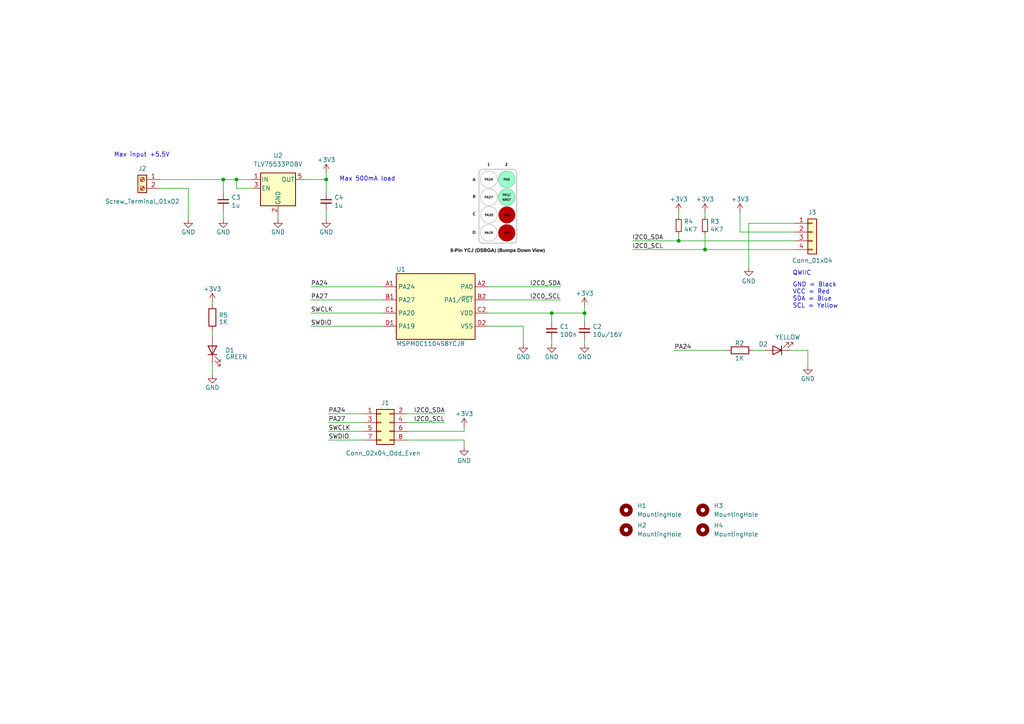
<source format=kicad_sch>
(kicad_sch
	(version 20231120)
	(generator "eeschema")
	(generator_version "8.0")
	(uuid "037187d3-1b7a-4b78-9731-ae9495b1cc16")
	(paper "A4")
	(title_block
		(title "MSPM0C1104S8YCJR demoboard")
		(date "2025-03-13")
		(rev "1.0")
		(company "Made by Morten")
	)
	(lib_symbols
		(symbol "Connector:Screw_Terminal_01x02"
			(pin_names
				(offset 1.016) hide)
			(exclude_from_sim no)
			(in_bom yes)
			(on_board yes)
			(property "Reference" "J"
				(at 0 2.54 0)
				(effects
					(font
						(size 1.27 1.27)
					)
				)
			)
			(property "Value" "Screw_Terminal_01x02"
				(at 0 -5.08 0)
				(effects
					(font
						(size 1.27 1.27)
					)
				)
			)
			(property "Footprint" ""
				(at 0 0 0)
				(effects
					(font
						(size 1.27 1.27)
					)
					(hide yes)
				)
			)
			(property "Datasheet" "~"
				(at 0 0 0)
				(effects
					(font
						(size 1.27 1.27)
					)
					(hide yes)
				)
			)
			(property "Description" "Generic screw terminal, single row, 01x02, script generated (kicad-library-utils/schlib/autogen/connector/)"
				(at 0 0 0)
				(effects
					(font
						(size 1.27 1.27)
					)
					(hide yes)
				)
			)
			(property "ki_keywords" "screw terminal"
				(at 0 0 0)
				(effects
					(font
						(size 1.27 1.27)
					)
					(hide yes)
				)
			)
			(property "ki_fp_filters" "TerminalBlock*:*"
				(at 0 0 0)
				(effects
					(font
						(size 1.27 1.27)
					)
					(hide yes)
				)
			)
			(symbol "Screw_Terminal_01x02_1_1"
				(rectangle
					(start -1.27 1.27)
					(end 1.27 -3.81)
					(stroke
						(width 0.254)
						(type default)
					)
					(fill
						(type background)
					)
				)
				(circle
					(center 0 -2.54)
					(radius 0.635)
					(stroke
						(width 0.1524)
						(type default)
					)
					(fill
						(type none)
					)
				)
				(polyline
					(pts
						(xy -0.5334 -2.2098) (xy 0.3302 -3.048)
					)
					(stroke
						(width 0.1524)
						(type default)
					)
					(fill
						(type none)
					)
				)
				(polyline
					(pts
						(xy -0.5334 0.3302) (xy 0.3302 -0.508)
					)
					(stroke
						(width 0.1524)
						(type default)
					)
					(fill
						(type none)
					)
				)
				(polyline
					(pts
						(xy -0.3556 -2.032) (xy 0.508 -2.8702)
					)
					(stroke
						(width 0.1524)
						(type default)
					)
					(fill
						(type none)
					)
				)
				(polyline
					(pts
						(xy -0.3556 0.508) (xy 0.508 -0.3302)
					)
					(stroke
						(width 0.1524)
						(type default)
					)
					(fill
						(type none)
					)
				)
				(circle
					(center 0 0)
					(radius 0.635)
					(stroke
						(width 0.1524)
						(type default)
					)
					(fill
						(type none)
					)
				)
				(pin passive line
					(at -5.08 0 0)
					(length 3.81)
					(name "Pin_1"
						(effects
							(font
								(size 1.27 1.27)
							)
						)
					)
					(number "1"
						(effects
							(font
								(size 1.27 1.27)
							)
						)
					)
				)
				(pin passive line
					(at -5.08 -2.54 0)
					(length 3.81)
					(name "Pin_2"
						(effects
							(font
								(size 1.27 1.27)
							)
						)
					)
					(number "2"
						(effects
							(font
								(size 1.27 1.27)
							)
						)
					)
				)
			)
		)
		(symbol "Connector_Generic:Conn_01x04"
			(pin_names
				(offset 1.016) hide)
			(exclude_from_sim no)
			(in_bom yes)
			(on_board yes)
			(property "Reference" "J"
				(at 0 5.08 0)
				(effects
					(font
						(size 1.27 1.27)
					)
				)
			)
			(property "Value" "Conn_01x04"
				(at 0 -7.62 0)
				(effects
					(font
						(size 1.27 1.27)
					)
				)
			)
			(property "Footprint" ""
				(at 0 0 0)
				(effects
					(font
						(size 1.27 1.27)
					)
					(hide yes)
				)
			)
			(property "Datasheet" "~"
				(at 0 0 0)
				(effects
					(font
						(size 1.27 1.27)
					)
					(hide yes)
				)
			)
			(property "Description" "Generic connector, single row, 01x04, script generated (kicad-library-utils/schlib/autogen/connector/)"
				(at 0 0 0)
				(effects
					(font
						(size 1.27 1.27)
					)
					(hide yes)
				)
			)
			(property "ki_keywords" "connector"
				(at 0 0 0)
				(effects
					(font
						(size 1.27 1.27)
					)
					(hide yes)
				)
			)
			(property "ki_fp_filters" "Connector*:*_1x??_*"
				(at 0 0 0)
				(effects
					(font
						(size 1.27 1.27)
					)
					(hide yes)
				)
			)
			(symbol "Conn_01x04_1_1"
				(rectangle
					(start -1.27 -4.953)
					(end 0 -5.207)
					(stroke
						(width 0.1524)
						(type default)
					)
					(fill
						(type none)
					)
				)
				(rectangle
					(start -1.27 -2.413)
					(end 0 -2.667)
					(stroke
						(width 0.1524)
						(type default)
					)
					(fill
						(type none)
					)
				)
				(rectangle
					(start -1.27 0.127)
					(end 0 -0.127)
					(stroke
						(width 0.1524)
						(type default)
					)
					(fill
						(type none)
					)
				)
				(rectangle
					(start -1.27 2.667)
					(end 0 2.413)
					(stroke
						(width 0.1524)
						(type default)
					)
					(fill
						(type none)
					)
				)
				(rectangle
					(start -1.27 3.81)
					(end 1.27 -6.35)
					(stroke
						(width 0.254)
						(type default)
					)
					(fill
						(type background)
					)
				)
				(pin passive line
					(at -5.08 2.54 0)
					(length 3.81)
					(name "Pin_1"
						(effects
							(font
								(size 1.27 1.27)
							)
						)
					)
					(number "1"
						(effects
							(font
								(size 1.27 1.27)
							)
						)
					)
				)
				(pin passive line
					(at -5.08 0 0)
					(length 3.81)
					(name "Pin_2"
						(effects
							(font
								(size 1.27 1.27)
							)
						)
					)
					(number "2"
						(effects
							(font
								(size 1.27 1.27)
							)
						)
					)
				)
				(pin passive line
					(at -5.08 -2.54 0)
					(length 3.81)
					(name "Pin_3"
						(effects
							(font
								(size 1.27 1.27)
							)
						)
					)
					(number "3"
						(effects
							(font
								(size 1.27 1.27)
							)
						)
					)
				)
				(pin passive line
					(at -5.08 -5.08 0)
					(length 3.81)
					(name "Pin_4"
						(effects
							(font
								(size 1.27 1.27)
							)
						)
					)
					(number "4"
						(effects
							(font
								(size 1.27 1.27)
							)
						)
					)
				)
			)
		)
		(symbol "Connector_Generic:Conn_02x04_Odd_Even"
			(pin_names
				(offset 1.016) hide)
			(exclude_from_sim no)
			(in_bom yes)
			(on_board yes)
			(property "Reference" "J"
				(at 1.27 5.08 0)
				(effects
					(font
						(size 1.27 1.27)
					)
				)
			)
			(property "Value" "Conn_02x04_Odd_Even"
				(at 1.27 -7.62 0)
				(effects
					(font
						(size 1.27 1.27)
					)
				)
			)
			(property "Footprint" ""
				(at 0 0 0)
				(effects
					(font
						(size 1.27 1.27)
					)
					(hide yes)
				)
			)
			(property "Datasheet" "~"
				(at 0 0 0)
				(effects
					(font
						(size 1.27 1.27)
					)
					(hide yes)
				)
			)
			(property "Description" "Generic connector, double row, 02x04, odd/even pin numbering scheme (row 1 odd numbers, row 2 even numbers), script generated (kicad-library-utils/schlib/autogen/connector/)"
				(at 0 0 0)
				(effects
					(font
						(size 1.27 1.27)
					)
					(hide yes)
				)
			)
			(property "ki_keywords" "connector"
				(at 0 0 0)
				(effects
					(font
						(size 1.27 1.27)
					)
					(hide yes)
				)
			)
			(property "ki_fp_filters" "Connector*:*_2x??_*"
				(at 0 0 0)
				(effects
					(font
						(size 1.27 1.27)
					)
					(hide yes)
				)
			)
			(symbol "Conn_02x04_Odd_Even_1_1"
				(rectangle
					(start -1.27 -4.953)
					(end 0 -5.207)
					(stroke
						(width 0.1524)
						(type default)
					)
					(fill
						(type none)
					)
				)
				(rectangle
					(start -1.27 -2.413)
					(end 0 -2.667)
					(stroke
						(width 0.1524)
						(type default)
					)
					(fill
						(type none)
					)
				)
				(rectangle
					(start -1.27 0.127)
					(end 0 -0.127)
					(stroke
						(width 0.1524)
						(type default)
					)
					(fill
						(type none)
					)
				)
				(rectangle
					(start -1.27 2.667)
					(end 0 2.413)
					(stroke
						(width 0.1524)
						(type default)
					)
					(fill
						(type none)
					)
				)
				(rectangle
					(start -1.27 3.81)
					(end 3.81 -6.35)
					(stroke
						(width 0.254)
						(type default)
					)
					(fill
						(type background)
					)
				)
				(rectangle
					(start 3.81 -4.953)
					(end 2.54 -5.207)
					(stroke
						(width 0.1524)
						(type default)
					)
					(fill
						(type none)
					)
				)
				(rectangle
					(start 3.81 -2.413)
					(end 2.54 -2.667)
					(stroke
						(width 0.1524)
						(type default)
					)
					(fill
						(type none)
					)
				)
				(rectangle
					(start 3.81 0.127)
					(end 2.54 -0.127)
					(stroke
						(width 0.1524)
						(type default)
					)
					(fill
						(type none)
					)
				)
				(rectangle
					(start 3.81 2.667)
					(end 2.54 2.413)
					(stroke
						(width 0.1524)
						(type default)
					)
					(fill
						(type none)
					)
				)
				(pin passive line
					(at -5.08 2.54 0)
					(length 3.81)
					(name "Pin_1"
						(effects
							(font
								(size 1.27 1.27)
							)
						)
					)
					(number "1"
						(effects
							(font
								(size 1.27 1.27)
							)
						)
					)
				)
				(pin passive line
					(at 7.62 2.54 180)
					(length 3.81)
					(name "Pin_2"
						(effects
							(font
								(size 1.27 1.27)
							)
						)
					)
					(number "2"
						(effects
							(font
								(size 1.27 1.27)
							)
						)
					)
				)
				(pin passive line
					(at -5.08 0 0)
					(length 3.81)
					(name "Pin_3"
						(effects
							(font
								(size 1.27 1.27)
							)
						)
					)
					(number "3"
						(effects
							(font
								(size 1.27 1.27)
							)
						)
					)
				)
				(pin passive line
					(at 7.62 0 180)
					(length 3.81)
					(name "Pin_4"
						(effects
							(font
								(size 1.27 1.27)
							)
						)
					)
					(number "4"
						(effects
							(font
								(size 1.27 1.27)
							)
						)
					)
				)
				(pin passive line
					(at -5.08 -2.54 0)
					(length 3.81)
					(name "Pin_5"
						(effects
							(font
								(size 1.27 1.27)
							)
						)
					)
					(number "5"
						(effects
							(font
								(size 1.27 1.27)
							)
						)
					)
				)
				(pin passive line
					(at 7.62 -2.54 180)
					(length 3.81)
					(name "Pin_6"
						(effects
							(font
								(size 1.27 1.27)
							)
						)
					)
					(number "6"
						(effects
							(font
								(size 1.27 1.27)
							)
						)
					)
				)
				(pin passive line
					(at -5.08 -5.08 0)
					(length 3.81)
					(name "Pin_7"
						(effects
							(font
								(size 1.27 1.27)
							)
						)
					)
					(number "7"
						(effects
							(font
								(size 1.27 1.27)
							)
						)
					)
				)
				(pin passive line
					(at 7.62 -5.08 180)
					(length 3.81)
					(name "Pin_8"
						(effects
							(font
								(size 1.27 1.27)
							)
						)
					)
					(number "8"
						(effects
							(font
								(size 1.27 1.27)
							)
						)
					)
				)
			)
		)
		(symbol "Device:C_Small"
			(pin_numbers hide)
			(pin_names
				(offset 0.254) hide)
			(exclude_from_sim no)
			(in_bom yes)
			(on_board yes)
			(property "Reference" "C"
				(at 0.254 1.778 0)
				(effects
					(font
						(size 1.27 1.27)
					)
					(justify left)
				)
			)
			(property "Value" "C_Small"
				(at 0.254 -2.032 0)
				(effects
					(font
						(size 1.27 1.27)
					)
					(justify left)
				)
			)
			(property "Footprint" ""
				(at 0 0 0)
				(effects
					(font
						(size 1.27 1.27)
					)
					(hide yes)
				)
			)
			(property "Datasheet" "~"
				(at 0 0 0)
				(effects
					(font
						(size 1.27 1.27)
					)
					(hide yes)
				)
			)
			(property "Description" "Unpolarized capacitor, small symbol"
				(at 0 0 0)
				(effects
					(font
						(size 1.27 1.27)
					)
					(hide yes)
				)
			)
			(property "ki_keywords" "capacitor cap"
				(at 0 0 0)
				(effects
					(font
						(size 1.27 1.27)
					)
					(hide yes)
				)
			)
			(property "ki_fp_filters" "C_*"
				(at 0 0 0)
				(effects
					(font
						(size 1.27 1.27)
					)
					(hide yes)
				)
			)
			(symbol "C_Small_0_1"
				(polyline
					(pts
						(xy -1.524 -0.508) (xy 1.524 -0.508)
					)
					(stroke
						(width 0.3302)
						(type default)
					)
					(fill
						(type none)
					)
				)
				(polyline
					(pts
						(xy -1.524 0.508) (xy 1.524 0.508)
					)
					(stroke
						(width 0.3048)
						(type default)
					)
					(fill
						(type none)
					)
				)
			)
			(symbol "C_Small_1_1"
				(pin passive line
					(at 0 2.54 270)
					(length 2.032)
					(name "~"
						(effects
							(font
								(size 1.27 1.27)
							)
						)
					)
					(number "1"
						(effects
							(font
								(size 1.27 1.27)
							)
						)
					)
				)
				(pin passive line
					(at 0 -2.54 90)
					(length 2.032)
					(name "~"
						(effects
							(font
								(size 1.27 1.27)
							)
						)
					)
					(number "2"
						(effects
							(font
								(size 1.27 1.27)
							)
						)
					)
				)
			)
		)
		(symbol "Device:LED"
			(pin_numbers hide)
			(pin_names
				(offset 1.016) hide)
			(exclude_from_sim no)
			(in_bom yes)
			(on_board yes)
			(property "Reference" "D"
				(at 0 2.54 0)
				(effects
					(font
						(size 1.27 1.27)
					)
				)
			)
			(property "Value" "LED"
				(at 0 -2.54 0)
				(effects
					(font
						(size 1.27 1.27)
					)
				)
			)
			(property "Footprint" ""
				(at 0 0 0)
				(effects
					(font
						(size 1.27 1.27)
					)
					(hide yes)
				)
			)
			(property "Datasheet" "~"
				(at 0 0 0)
				(effects
					(font
						(size 1.27 1.27)
					)
					(hide yes)
				)
			)
			(property "Description" "Light emitting diode"
				(at 0 0 0)
				(effects
					(font
						(size 1.27 1.27)
					)
					(hide yes)
				)
			)
			(property "ki_keywords" "LED diode"
				(at 0 0 0)
				(effects
					(font
						(size 1.27 1.27)
					)
					(hide yes)
				)
			)
			(property "ki_fp_filters" "LED* LED_SMD:* LED_THT:*"
				(at 0 0 0)
				(effects
					(font
						(size 1.27 1.27)
					)
					(hide yes)
				)
			)
			(symbol "LED_0_1"
				(polyline
					(pts
						(xy -1.27 -1.27) (xy -1.27 1.27)
					)
					(stroke
						(width 0.254)
						(type default)
					)
					(fill
						(type none)
					)
				)
				(polyline
					(pts
						(xy -1.27 0) (xy 1.27 0)
					)
					(stroke
						(width 0)
						(type default)
					)
					(fill
						(type none)
					)
				)
				(polyline
					(pts
						(xy 1.27 -1.27) (xy 1.27 1.27) (xy -1.27 0) (xy 1.27 -1.27)
					)
					(stroke
						(width 0.254)
						(type default)
					)
					(fill
						(type none)
					)
				)
				(polyline
					(pts
						(xy -3.048 -0.762) (xy -4.572 -2.286) (xy -3.81 -2.286) (xy -4.572 -2.286) (xy -4.572 -1.524)
					)
					(stroke
						(width 0)
						(type default)
					)
					(fill
						(type none)
					)
				)
				(polyline
					(pts
						(xy -1.778 -0.762) (xy -3.302 -2.286) (xy -2.54 -2.286) (xy -3.302 -2.286) (xy -3.302 -1.524)
					)
					(stroke
						(width 0)
						(type default)
					)
					(fill
						(type none)
					)
				)
			)
			(symbol "LED_1_1"
				(pin passive line
					(at -3.81 0 0)
					(length 2.54)
					(name "K"
						(effects
							(font
								(size 1.27 1.27)
							)
						)
					)
					(number "1"
						(effects
							(font
								(size 1.27 1.27)
							)
						)
					)
				)
				(pin passive line
					(at 3.81 0 180)
					(length 2.54)
					(name "A"
						(effects
							(font
								(size 1.27 1.27)
							)
						)
					)
					(number "2"
						(effects
							(font
								(size 1.27 1.27)
							)
						)
					)
				)
			)
		)
		(symbol "Device:R"
			(pin_numbers hide)
			(pin_names
				(offset 0)
			)
			(exclude_from_sim no)
			(in_bom yes)
			(on_board yes)
			(property "Reference" "R"
				(at 2.032 0 90)
				(effects
					(font
						(size 1.27 1.27)
					)
				)
			)
			(property "Value" "R"
				(at 0 0 90)
				(effects
					(font
						(size 1.27 1.27)
					)
				)
			)
			(property "Footprint" ""
				(at -1.778 0 90)
				(effects
					(font
						(size 1.27 1.27)
					)
					(hide yes)
				)
			)
			(property "Datasheet" "~"
				(at 0 0 0)
				(effects
					(font
						(size 1.27 1.27)
					)
					(hide yes)
				)
			)
			(property "Description" "Resistor"
				(at 0 0 0)
				(effects
					(font
						(size 1.27 1.27)
					)
					(hide yes)
				)
			)
			(property "ki_keywords" "R res resistor"
				(at 0 0 0)
				(effects
					(font
						(size 1.27 1.27)
					)
					(hide yes)
				)
			)
			(property "ki_fp_filters" "R_*"
				(at 0 0 0)
				(effects
					(font
						(size 1.27 1.27)
					)
					(hide yes)
				)
			)
			(symbol "R_0_1"
				(rectangle
					(start -1.016 -2.54)
					(end 1.016 2.54)
					(stroke
						(width 0.254)
						(type default)
					)
					(fill
						(type none)
					)
				)
			)
			(symbol "R_1_1"
				(pin passive line
					(at 0 3.81 270)
					(length 1.27)
					(name "~"
						(effects
							(font
								(size 1.27 1.27)
							)
						)
					)
					(number "1"
						(effects
							(font
								(size 1.27 1.27)
							)
						)
					)
				)
				(pin passive line
					(at 0 -3.81 90)
					(length 1.27)
					(name "~"
						(effects
							(font
								(size 1.27 1.27)
							)
						)
					)
					(number "2"
						(effects
							(font
								(size 1.27 1.27)
							)
						)
					)
				)
			)
		)
		(symbol "Device:R_Small"
			(pin_numbers hide)
			(pin_names
				(offset 0.254) hide)
			(exclude_from_sim no)
			(in_bom yes)
			(on_board yes)
			(property "Reference" "R"
				(at 0.762 0.508 0)
				(effects
					(font
						(size 1.27 1.27)
					)
					(justify left)
				)
			)
			(property "Value" "R_Small"
				(at 0.762 -1.016 0)
				(effects
					(font
						(size 1.27 1.27)
					)
					(justify left)
				)
			)
			(property "Footprint" ""
				(at 0 0 0)
				(effects
					(font
						(size 1.27 1.27)
					)
					(hide yes)
				)
			)
			(property "Datasheet" "~"
				(at 0 0 0)
				(effects
					(font
						(size 1.27 1.27)
					)
					(hide yes)
				)
			)
			(property "Description" "Resistor, small symbol"
				(at 0 0 0)
				(effects
					(font
						(size 1.27 1.27)
					)
					(hide yes)
				)
			)
			(property "ki_keywords" "R resistor"
				(at 0 0 0)
				(effects
					(font
						(size 1.27 1.27)
					)
					(hide yes)
				)
			)
			(property "ki_fp_filters" "R_*"
				(at 0 0 0)
				(effects
					(font
						(size 1.27 1.27)
					)
					(hide yes)
				)
			)
			(symbol "R_Small_0_1"
				(rectangle
					(start -0.762 1.778)
					(end 0.762 -1.778)
					(stroke
						(width 0.2032)
						(type default)
					)
					(fill
						(type none)
					)
				)
			)
			(symbol "R_Small_1_1"
				(pin passive line
					(at 0 2.54 270)
					(length 0.762)
					(name "~"
						(effects
							(font
								(size 1.27 1.27)
							)
						)
					)
					(number "1"
						(effects
							(font
								(size 1.27 1.27)
							)
						)
					)
				)
				(pin passive line
					(at 0 -2.54 90)
					(length 0.762)
					(name "~"
						(effects
							(font
								(size 1.27 1.27)
							)
						)
					)
					(number "2"
						(effects
							(font
								(size 1.27 1.27)
							)
						)
					)
				)
			)
		)
		(symbol "MCU_Texas_MSP430:MSP430F2111IPW"
			(exclude_from_sim no)
			(in_bom yes)
			(on_board yes)
			(property "Reference" "U1"
				(at 2.1941 18.415 0)
				(effects
					(font
						(size 1.27 1.27)
					)
					(justify left)
				)
			)
			(property "Value" "MSPM0C1104S8YCJR"
				(at 2.1941 15.875 0)
				(effects
					(font
						(size 1.27 1.27)
					)
					(justify left)
				)
			)
			(property "Footprint" ""
				(at -13.97 -13.97 0)
				(effects
					(font
						(size 1.27 1.27)
						(italic yes)
					)
					(hide yes)
				)
			)
			(property "Datasheet" ""
				(at 0 0 0)
				(effects
					(font
						(size 1.27 1.27)
					)
					(hide yes)
				)
			)
			(property "Description" ""
				(at 0 0 0)
				(effects
					(font
						(size 1.27 1.27)
					)
					(hide yes)
				)
			)
			(property "ki_keywords" "TI MSP430 16-bit mixed signal microcontroller"
				(at 0 0 0)
				(effects
					(font
						(size 1.27 1.27)
					)
					(hide yes)
				)
			)
			(property "ki_fp_filters" "TSSOP*4.4x6.5mm*P0.65mm*"
				(at 0 0 0)
				(effects
					(font
						(size 1.27 1.27)
					)
					(hide yes)
				)
			)
			(symbol "MSP430F2111IPW_0_1"
				(rectangle
					(start -11.43 8.89)
					(end 11.43 -10.16)
					(stroke
						(width 0.254)
						(type default)
					)
					(fill
						(type background)
					)
				)
			)
			(symbol "MSP430F2111IPW_1_1"
				(pin bidirectional line
					(at -15.24 5.08 0)
					(length 3.81)
					(name "PA24"
						(effects
							(font
								(size 1.27 1.27)
							)
						)
					)
					(number "A1"
						(effects
							(font
								(size 1.27 1.27)
							)
						)
					)
				)
				(pin bidirectional line
					(at 15.24 5.08 180)
					(length 3.81)
					(name "PA0"
						(effects
							(font
								(size 1.27 1.27)
							)
						)
					)
					(number "A2"
						(effects
							(font
								(size 1.27 1.27)
							)
						)
					)
				)
				(pin bidirectional line
					(at -15.24 1.27 0)
					(length 3.81)
					(name "PA27"
						(effects
							(font
								(size 1.27 1.27)
							)
						)
					)
					(number "B1"
						(effects
							(font
								(size 1.27 1.27)
							)
						)
					)
				)
				(pin input line
					(at 15.24 1.27 180)
					(length 3.81)
					(name "PA1/~{RST}"
						(effects
							(font
								(size 1.27 1.27)
							)
						)
					)
					(number "B2"
						(effects
							(font
								(size 1.27 1.27)
							)
						)
					)
				)
				(pin bidirectional line
					(at -15.24 -2.54 0)
					(length 3.81)
					(name "PA20"
						(effects
							(font
								(size 1.27 1.27)
							)
						)
					)
					(number "C1"
						(effects
							(font
								(size 1.27 1.27)
							)
						)
					)
				)
				(pin bidirectional line
					(at 15.24 -2.54 180)
					(length 3.81)
					(name "VDD"
						(effects
							(font
								(size 1.27 1.27)
							)
						)
					)
					(number "C2"
						(effects
							(font
								(size 1.27 1.27)
							)
						)
					)
				)
				(pin bidirectional line
					(at -15.24 -6.35 0)
					(length 3.81)
					(name "PA19"
						(effects
							(font
								(size 1.27 1.27)
							)
						)
					)
					(number "D1"
						(effects
							(font
								(size 1.27 1.27)
							)
						)
					)
				)
				(pin bidirectional line
					(at 15.24 -6.35 180)
					(length 3.81)
					(name "VSS"
						(effects
							(font
								(size 1.27 1.27)
							)
						)
					)
					(number "D2"
						(effects
							(font
								(size 1.27 1.27)
							)
						)
					)
				)
			)
		)
		(symbol "Mechanical:MountingHole"
			(pin_names
				(offset 1.016)
			)
			(exclude_from_sim no)
			(in_bom yes)
			(on_board yes)
			(property "Reference" "H"
				(at 0 5.08 0)
				(effects
					(font
						(size 1.27 1.27)
					)
				)
			)
			(property "Value" "MountingHole"
				(at 0 3.175 0)
				(effects
					(font
						(size 1.27 1.27)
					)
				)
			)
			(property "Footprint" ""
				(at 0 0 0)
				(effects
					(font
						(size 1.27 1.27)
					)
					(hide yes)
				)
			)
			(property "Datasheet" "~"
				(at 0 0 0)
				(effects
					(font
						(size 1.27 1.27)
					)
					(hide yes)
				)
			)
			(property "Description" "Mounting Hole without connection"
				(at 0 0 0)
				(effects
					(font
						(size 1.27 1.27)
					)
					(hide yes)
				)
			)
			(property "ki_keywords" "mounting hole"
				(at 0 0 0)
				(effects
					(font
						(size 1.27 1.27)
					)
					(hide yes)
				)
			)
			(property "ki_fp_filters" "MountingHole*"
				(at 0 0 0)
				(effects
					(font
						(size 1.27 1.27)
					)
					(hide yes)
				)
			)
			(symbol "MountingHole_0_1"
				(circle
					(center 0 0)
					(radius 1.27)
					(stroke
						(width 1.27)
						(type default)
					)
					(fill
						(type none)
					)
				)
			)
		)
		(symbol "Regulator_Linear:TLV75533PDBV"
			(pin_names
				(offset 0.254)
			)
			(exclude_from_sim no)
			(in_bom yes)
			(on_board yes)
			(property "Reference" "U"
				(at -3.81 5.715 0)
				(effects
					(font
						(size 1.27 1.27)
					)
				)
			)
			(property "Value" "TLV75533PDBV"
				(at 0 5.715 0)
				(effects
					(font
						(size 1.27 1.27)
					)
					(justify left)
				)
			)
			(property "Footprint" "Package_TO_SOT_SMD:SOT-23-5"
				(at 0 8.255 0)
				(effects
					(font
						(size 1.27 1.27)
						(italic yes)
					)
					(hide yes)
				)
			)
			(property "Datasheet" "http://www.ti.com/lit/ds/symlink/tlv755p.pdf"
				(at 0 1.27 0)
				(effects
					(font
						(size 1.27 1.27)
					)
					(hide yes)
				)
			)
			(property "Description" "500mA Low Dropout Voltage Regulator, Fixed Output 3.3V, SOT-23-5"
				(at 0 0 0)
				(effects
					(font
						(size 1.27 1.27)
					)
					(hide yes)
				)
			)
			(property "ki_keywords" "LDO Regulator Fixed Positive"
				(at 0 0 0)
				(effects
					(font
						(size 1.27 1.27)
					)
					(hide yes)
				)
			)
			(property "ki_fp_filters" "SOT?23*"
				(at 0 0 0)
				(effects
					(font
						(size 1.27 1.27)
					)
					(hide yes)
				)
			)
			(symbol "TLV75533PDBV_0_1"
				(rectangle
					(start -5.08 4.445)
					(end 5.08 -5.08)
					(stroke
						(width 0.254)
						(type default)
					)
					(fill
						(type background)
					)
				)
			)
			(symbol "TLV75533PDBV_1_1"
				(pin power_in line
					(at -7.62 2.54 0)
					(length 2.54)
					(name "IN"
						(effects
							(font
								(size 1.27 1.27)
							)
						)
					)
					(number "1"
						(effects
							(font
								(size 1.27 1.27)
							)
						)
					)
				)
				(pin power_in line
					(at 0 -7.62 90)
					(length 2.54)
					(name "GND"
						(effects
							(font
								(size 1.27 1.27)
							)
						)
					)
					(number "2"
						(effects
							(font
								(size 1.27 1.27)
							)
						)
					)
				)
				(pin input line
					(at -7.62 0 0)
					(length 2.54)
					(name "EN"
						(effects
							(font
								(size 1.27 1.27)
							)
						)
					)
					(number "3"
						(effects
							(font
								(size 1.27 1.27)
							)
						)
					)
				)
				(pin no_connect line
					(at 5.08 0 180)
					(length 2.54) hide
					(name "NC"
						(effects
							(font
								(size 1.27 1.27)
							)
						)
					)
					(number "4"
						(effects
							(font
								(size 1.27 1.27)
							)
						)
					)
				)
				(pin power_out line
					(at 7.62 2.54 180)
					(length 2.54)
					(name "OUT"
						(effects
							(font
								(size 1.27 1.27)
							)
						)
					)
					(number "5"
						(effects
							(font
								(size 1.27 1.27)
							)
						)
					)
				)
			)
		)
		(symbol "power:+3.3V"
			(power)
			(pin_names
				(offset 0)
			)
			(exclude_from_sim no)
			(in_bom yes)
			(on_board yes)
			(property "Reference" "#PWR"
				(at 0 -3.81 0)
				(effects
					(font
						(size 1.27 1.27)
					)
					(hide yes)
				)
			)
			(property "Value" "+3.3V"
				(at 0 3.556 0)
				(effects
					(font
						(size 1.27 1.27)
					)
				)
			)
			(property "Footprint" ""
				(at 0 0 0)
				(effects
					(font
						(size 1.27 1.27)
					)
					(hide yes)
				)
			)
			(property "Datasheet" ""
				(at 0 0 0)
				(effects
					(font
						(size 1.27 1.27)
					)
					(hide yes)
				)
			)
			(property "Description" "Power symbol creates a global label with name \"+3.3V\""
				(at 0 0 0)
				(effects
					(font
						(size 1.27 1.27)
					)
					(hide yes)
				)
			)
			(property "ki_keywords" "power-flag"
				(at 0 0 0)
				(effects
					(font
						(size 1.27 1.27)
					)
					(hide yes)
				)
			)
			(symbol "+3.3V_0_1"
				(polyline
					(pts
						(xy -0.762 1.27) (xy 0 2.54)
					)
					(stroke
						(width 0)
						(type default)
					)
					(fill
						(type none)
					)
				)
				(polyline
					(pts
						(xy 0 0) (xy 0 2.54)
					)
					(stroke
						(width 0)
						(type default)
					)
					(fill
						(type none)
					)
				)
				(polyline
					(pts
						(xy 0 2.54) (xy 0.762 1.27)
					)
					(stroke
						(width 0)
						(type default)
					)
					(fill
						(type none)
					)
				)
			)
			(symbol "+3.3V_1_1"
				(pin power_in line
					(at 0 0 90)
					(length 0) hide
					(name "+3V3"
						(effects
							(font
								(size 1.27 1.27)
							)
						)
					)
					(number "1"
						(effects
							(font
								(size 1.27 1.27)
							)
						)
					)
				)
			)
		)
		(symbol "power:+3V3"
			(power)
			(pin_names
				(offset 0)
			)
			(exclude_from_sim no)
			(in_bom yes)
			(on_board yes)
			(property "Reference" "#PWR"
				(at 0 -3.81 0)
				(effects
					(font
						(size 1.27 1.27)
					)
					(hide yes)
				)
			)
			(property "Value" "+3V3"
				(at 0 3.556 0)
				(effects
					(font
						(size 1.27 1.27)
					)
				)
			)
			(property "Footprint" ""
				(at 0 0 0)
				(effects
					(font
						(size 1.27 1.27)
					)
					(hide yes)
				)
			)
			(property "Datasheet" ""
				(at 0 0 0)
				(effects
					(font
						(size 1.27 1.27)
					)
					(hide yes)
				)
			)
			(property "Description" "Power symbol creates a global label with name \"+3V3\""
				(at 0 0 0)
				(effects
					(font
						(size 1.27 1.27)
					)
					(hide yes)
				)
			)
			(property "ki_keywords" "power-flag"
				(at 0 0 0)
				(effects
					(font
						(size 1.27 1.27)
					)
					(hide yes)
				)
			)
			(symbol "+3V3_0_1"
				(polyline
					(pts
						(xy -0.762 1.27) (xy 0 2.54)
					)
					(stroke
						(width 0)
						(type default)
					)
					(fill
						(type none)
					)
				)
				(polyline
					(pts
						(xy 0 0) (xy 0 2.54)
					)
					(stroke
						(width 0)
						(type default)
					)
					(fill
						(type none)
					)
				)
				(polyline
					(pts
						(xy 0 2.54) (xy 0.762 1.27)
					)
					(stroke
						(width 0)
						(type default)
					)
					(fill
						(type none)
					)
				)
			)
			(symbol "+3V3_1_1"
				(pin power_in line
					(at 0 0 90)
					(length 0) hide
					(name "+3V3"
						(effects
							(font
								(size 1.27 1.27)
							)
						)
					)
					(number "1"
						(effects
							(font
								(size 1.27 1.27)
							)
						)
					)
				)
			)
		)
		(symbol "power:GND"
			(power)
			(pin_names
				(offset 0)
			)
			(exclude_from_sim no)
			(in_bom yes)
			(on_board yes)
			(property "Reference" "#PWR"
				(at 0 -6.35 0)
				(effects
					(font
						(size 1.27 1.27)
					)
					(hide yes)
				)
			)
			(property "Value" "GND"
				(at 0 -3.81 0)
				(effects
					(font
						(size 1.27 1.27)
					)
				)
			)
			(property "Footprint" ""
				(at 0 0 0)
				(effects
					(font
						(size 1.27 1.27)
					)
					(hide yes)
				)
			)
			(property "Datasheet" ""
				(at 0 0 0)
				(effects
					(font
						(size 1.27 1.27)
					)
					(hide yes)
				)
			)
			(property "Description" "Power symbol creates a global label with name \"GND\" , ground"
				(at 0 0 0)
				(effects
					(font
						(size 1.27 1.27)
					)
					(hide yes)
				)
			)
			(property "ki_keywords" "power-flag"
				(at 0 0 0)
				(effects
					(font
						(size 1.27 1.27)
					)
					(hide yes)
				)
			)
			(symbol "GND_0_1"
				(polyline
					(pts
						(xy 0 0) (xy 0 -1.27) (xy 1.27 -1.27) (xy 0 -2.54) (xy -1.27 -1.27) (xy 0 -1.27)
					)
					(stroke
						(width 0)
						(type default)
					)
					(fill
						(type none)
					)
				)
			)
			(symbol "GND_1_1"
				(pin power_in line
					(at 0 0 270)
					(length 0) hide
					(name "GND"
						(effects
							(font
								(size 1.27 1.27)
							)
						)
					)
					(number "1"
						(effects
							(font
								(size 1.27 1.27)
							)
						)
					)
				)
			)
		)
	)
	(junction
		(at 204.47 72.39)
		(diameter 0)
		(color 0 0 0 0)
		(uuid "055626cf-e46b-4c1e-9fbf-f3014b950e01")
	)
	(junction
		(at 94.615 52.07)
		(diameter 0)
		(color 0 0 0 0)
		(uuid "269f73f0-1250-45a6-905c-1bb685ad77c1")
	)
	(junction
		(at 64.77 52.07)
		(diameter 0)
		(color 0 0 0 0)
		(uuid "2ce99f0d-22ac-45a1-b964-c1eedd043252")
	)
	(junction
		(at 196.85 69.85)
		(diameter 0)
		(color 0 0 0 0)
		(uuid "59f7d72f-6057-45cd-ba40-91246cdd3297")
	)
	(junction
		(at 160.02 90.805)
		(diameter 0)
		(color 0 0 0 0)
		(uuid "a41c3309-5f54-4b34-b29a-0ce8528eb829")
	)
	(junction
		(at 169.545 90.805)
		(diameter 0)
		(color 0 0 0 0)
		(uuid "b3c1b5c3-3f97-458d-bad4-49bab8efc837")
	)
	(junction
		(at 68.58 52.07)
		(diameter 0)
		(color 0 0 0 0)
		(uuid "ff9a3524-ae26-4c81-adcc-0cb59cbcfe1a")
	)
	(wire
		(pts
			(xy 118.11 122.555) (xy 128.905 122.555)
		)
		(stroke
			(width 0)
			(type default)
		)
		(uuid "0567e4d5-85e4-4066-a50e-51c148a74c8d")
	)
	(wire
		(pts
			(xy 90.17 86.995) (xy 111.125 86.995)
		)
		(stroke
			(width 0)
			(type default)
		)
		(uuid "0892366e-4381-40ee-b8b3-e05e35f11232")
	)
	(wire
		(pts
			(xy 90.17 83.185) (xy 111.125 83.185)
		)
		(stroke
			(width 0)
			(type default)
		)
		(uuid "113cfb7d-b266-46e6-a32f-e5b3655561e4")
	)
	(wire
		(pts
			(xy 218.44 101.6) (xy 221.615 101.6)
		)
		(stroke
			(width 0)
			(type default)
		)
		(uuid "1178fb71-f1f8-4287-9c07-9f6863358b91")
	)
	(wire
		(pts
			(xy 46.355 52.07) (xy 64.77 52.07)
		)
		(stroke
			(width 0)
			(type default)
		)
		(uuid "162a472b-e58d-4581-9597-54311232b63a")
	)
	(wire
		(pts
			(xy 169.545 98.425) (xy 169.545 99.695)
		)
		(stroke
			(width 0)
			(type default)
		)
		(uuid "1b940423-b118-4b83-baa9-26d8748b7b03")
	)
	(wire
		(pts
			(xy 204.47 72.39) (xy 230.505 72.39)
		)
		(stroke
			(width 0)
			(type default)
		)
		(uuid "1ba2e370-6f98-45ea-82ac-09d79573d6d8")
	)
	(wire
		(pts
			(xy 230.505 64.77) (xy 217.17 64.77)
		)
		(stroke
			(width 0)
			(type default)
		)
		(uuid "1c9dac76-c617-4c50-b76b-a6b9d90aff69")
	)
	(wire
		(pts
			(xy 68.58 52.07) (xy 73.025 52.07)
		)
		(stroke
			(width 0)
			(type default)
		)
		(uuid "35c5c01f-de6c-4ee0-80fd-ba1506d5cd5b")
	)
	(wire
		(pts
			(xy 234.315 101.6) (xy 234.315 106.045)
		)
		(stroke
			(width 0)
			(type default)
		)
		(uuid "3743ae70-f998-4dab-a3de-daf5f6ac542c")
	)
	(wire
		(pts
			(xy 217.17 64.77) (xy 217.17 77.47)
		)
		(stroke
			(width 0)
			(type default)
		)
		(uuid "37968cf7-f4d5-4320-89f2-59f692a39a87")
	)
	(wire
		(pts
			(xy 90.17 90.805) (xy 111.125 90.805)
		)
		(stroke
			(width 0)
			(type default)
		)
		(uuid "39174b0b-4ca2-4f17-880a-24b7c4de8bca")
	)
	(wire
		(pts
			(xy 134.62 127.635) (xy 134.62 129.54)
		)
		(stroke
			(width 0)
			(type default)
		)
		(uuid "3a64060f-9d96-4c4c-8bef-1f653082e78d")
	)
	(wire
		(pts
			(xy 183.515 72.39) (xy 204.47 72.39)
		)
		(stroke
			(width 0)
			(type default)
		)
		(uuid "43a2ade2-9a0b-4529-a96b-0e63c4aaebbc")
	)
	(wire
		(pts
			(xy 61.595 95.885) (xy 61.595 97.79)
		)
		(stroke
			(width 0)
			(type default)
		)
		(uuid "483bc590-cf38-44d4-a9e5-12438dd38e0b")
	)
	(wire
		(pts
			(xy 195.58 101.6) (xy 210.82 101.6)
		)
		(stroke
			(width 0)
			(type default)
		)
		(uuid "502d4744-8ebc-45e6-8baa-c3917f78cd1e")
	)
	(wire
		(pts
			(xy 160.02 90.805) (xy 160.02 93.345)
		)
		(stroke
			(width 0)
			(type default)
		)
		(uuid "51ec7908-e26e-4723-a620-013368a48293")
	)
	(wire
		(pts
			(xy 118.11 120.015) (xy 128.905 120.015)
		)
		(stroke
			(width 0)
			(type default)
		)
		(uuid "5a7a4bb8-91e1-468d-9a64-65b747500429")
	)
	(wire
		(pts
			(xy 80.645 62.23) (xy 80.645 63.5)
		)
		(stroke
			(width 0)
			(type default)
		)
		(uuid "611bbe87-2a67-4685-a725-fde144bc25d7")
	)
	(wire
		(pts
			(xy 141.605 90.805) (xy 160.02 90.805)
		)
		(stroke
			(width 0)
			(type default)
		)
		(uuid "6370a257-a0a0-49d2-959f-eba767188635")
	)
	(wire
		(pts
			(xy 160.02 98.425) (xy 160.02 99.695)
		)
		(stroke
			(width 0)
			(type default)
		)
		(uuid "662a4bda-0a0c-4f31-ab1c-b2d08edf1592")
	)
	(wire
		(pts
			(xy 141.605 94.615) (xy 151.765 94.615)
		)
		(stroke
			(width 0)
			(type default)
		)
		(uuid "66b37146-5673-403f-a1a0-3428614b0606")
	)
	(wire
		(pts
			(xy 46.355 54.61) (xy 54.61 54.61)
		)
		(stroke
			(width 0)
			(type default)
		)
		(uuid "6984899f-cb0b-4975-86e1-fb3b86f81e4b")
	)
	(wire
		(pts
			(xy 94.615 52.07) (xy 94.615 55.88)
		)
		(stroke
			(width 0)
			(type default)
		)
		(uuid "77aaa416-8d6c-48c8-8858-877ce27fbc17")
	)
	(wire
		(pts
			(xy 141.605 86.995) (xy 162.56 86.995)
		)
		(stroke
			(width 0)
			(type default)
		)
		(uuid "78c8544d-f5fc-41a9-8be8-995fa9488bf2")
	)
	(wire
		(pts
			(xy 183.515 69.85) (xy 196.85 69.85)
		)
		(stroke
			(width 0)
			(type default)
		)
		(uuid "7c99437e-dbd4-4486-bf6e-df4cb36c6d4c")
	)
	(wire
		(pts
			(xy 204.47 67.945) (xy 204.47 72.39)
		)
		(stroke
			(width 0)
			(type default)
		)
		(uuid "80ac1803-4afe-484a-9f28-d1345c63e092")
	)
	(wire
		(pts
			(xy 64.77 52.07) (xy 68.58 52.07)
		)
		(stroke
			(width 0)
			(type default)
		)
		(uuid "80cf4a0b-3da5-4a50-86dc-ab9db1f7fbe1")
	)
	(wire
		(pts
			(xy 90.17 94.615) (xy 111.125 94.615)
		)
		(stroke
			(width 0)
			(type default)
		)
		(uuid "8414a2b1-cb24-4e47-ae81-7fbf660d9ae8")
	)
	(wire
		(pts
			(xy 196.85 69.85) (xy 230.505 69.85)
		)
		(stroke
			(width 0)
			(type default)
		)
		(uuid "86234a2d-746b-45fc-8da5-652fb0b5b78e")
	)
	(wire
		(pts
			(xy 54.61 54.61) (xy 54.61 63.5)
		)
		(stroke
			(width 0)
			(type default)
		)
		(uuid "9727a7b7-7577-4957-b055-2bcbab6fb3f9")
	)
	(wire
		(pts
			(xy 169.545 90.805) (xy 169.545 88.9)
		)
		(stroke
			(width 0)
			(type default)
		)
		(uuid "98562060-f604-49ed-9b60-48abf3581d6e")
	)
	(wire
		(pts
			(xy 196.85 67.945) (xy 196.85 69.85)
		)
		(stroke
			(width 0)
			(type default)
		)
		(uuid "999775c7-b6a8-41fa-a88d-6171a249dc95")
	)
	(wire
		(pts
			(xy 95.25 127.635) (xy 105.41 127.635)
		)
		(stroke
			(width 0)
			(type default)
		)
		(uuid "9d432547-d561-4ea5-9436-ce5916765b96")
	)
	(wire
		(pts
			(xy 94.615 60.96) (xy 94.615 63.5)
		)
		(stroke
			(width 0)
			(type default)
		)
		(uuid "9da246f5-1390-4d4d-9b21-9a1befa75bcc")
	)
	(wire
		(pts
			(xy 229.235 101.6) (xy 234.315 101.6)
		)
		(stroke
			(width 0)
			(type default)
		)
		(uuid "a423aa3b-885a-4354-a78d-6a10bee029e9")
	)
	(wire
		(pts
			(xy 134.62 123.825) (xy 134.62 125.095)
		)
		(stroke
			(width 0)
			(type default)
		)
		(uuid "a5c8db1c-bde5-4cb7-8ebd-30f859015003")
	)
	(wire
		(pts
			(xy 160.02 90.805) (xy 169.545 90.805)
		)
		(stroke
			(width 0)
			(type default)
		)
		(uuid "a7c4baeb-ba28-4c02-b68d-a6789a615a4f")
	)
	(wire
		(pts
			(xy 230.505 67.31) (xy 214.63 67.31)
		)
		(stroke
			(width 0)
			(type default)
		)
		(uuid "aeb15c9b-96cd-4515-90a6-e22959facee2")
	)
	(wire
		(pts
			(xy 95.25 122.555) (xy 105.41 122.555)
		)
		(stroke
			(width 0)
			(type default)
		)
		(uuid "b1a28740-3990-4341-b521-ff067ec92815")
	)
	(wire
		(pts
			(xy 68.58 52.07) (xy 68.58 54.61)
		)
		(stroke
			(width 0)
			(type default)
		)
		(uuid "b1aaee70-daa2-4e8b-a45b-017f79f48a2f")
	)
	(wire
		(pts
			(xy 141.605 83.185) (xy 162.56 83.185)
		)
		(stroke
			(width 0)
			(type default)
		)
		(uuid "b1e77ffc-a56c-4b97-9853-f0fdb17a0c78")
	)
	(wire
		(pts
			(xy 196.85 61.595) (xy 196.85 62.865)
		)
		(stroke
			(width 0)
			(type default)
		)
		(uuid "b3a565b0-1f22-4bbb-8fa8-e2b791dca146")
	)
	(wire
		(pts
			(xy 61.595 105.41) (xy 61.595 108.585)
		)
		(stroke
			(width 0)
			(type default)
		)
		(uuid "b669168d-6238-4f21-9cb7-11ae35746530")
	)
	(wire
		(pts
			(xy 95.25 125.095) (xy 105.41 125.095)
		)
		(stroke
			(width 0)
			(type default)
		)
		(uuid "ba13621e-6c26-4f30-8b8e-db5f2f178c6a")
	)
	(wire
		(pts
			(xy 151.765 94.615) (xy 151.765 99.695)
		)
		(stroke
			(width 0)
			(type default)
		)
		(uuid "bc3d06ae-5bcf-4ff6-ad9e-b0bd405ec68d")
	)
	(wire
		(pts
			(xy 204.47 61.595) (xy 204.47 62.865)
		)
		(stroke
			(width 0)
			(type default)
		)
		(uuid "c9e26820-ec04-4db0-92d6-d1dc0dba7640")
	)
	(wire
		(pts
			(xy 95.25 120.015) (xy 105.41 120.015)
		)
		(stroke
			(width 0)
			(type default)
		)
		(uuid "d8e61e72-eed2-4187-8bb2-a15fed8a8c6d")
	)
	(wire
		(pts
			(xy 118.11 127.635) (xy 134.62 127.635)
		)
		(stroke
			(width 0)
			(type default)
		)
		(uuid "d8fd67ba-6fe3-46ae-8f0b-29b639b0a669")
	)
	(wire
		(pts
			(xy 169.545 90.805) (xy 169.545 93.345)
		)
		(stroke
			(width 0)
			(type default)
		)
		(uuid "e54503d3-b1b9-4241-8675-a0d9860ab154")
	)
	(wire
		(pts
			(xy 61.595 88.265) (xy 61.595 87.63)
		)
		(stroke
			(width 0)
			(type default)
		)
		(uuid "e5a1291d-03d0-4890-afe8-e59bd935825c")
	)
	(wire
		(pts
			(xy 214.63 61.595) (xy 214.63 67.31)
		)
		(stroke
			(width 0)
			(type default)
		)
		(uuid "e8546b82-2847-4c0a-8539-a41a98079685")
	)
	(wire
		(pts
			(xy 88.265 52.07) (xy 94.615 52.07)
		)
		(stroke
			(width 0)
			(type default)
		)
		(uuid "ed97c9c9-a177-4ce4-9b6c-6b3de8ab2cd8")
	)
	(wire
		(pts
			(xy 94.615 50.165) (xy 94.615 52.07)
		)
		(stroke
			(width 0)
			(type default)
		)
		(uuid "edd1eb65-10f4-4a39-9413-78860c804b0f")
	)
	(wire
		(pts
			(xy 118.11 125.095) (xy 134.62 125.095)
		)
		(stroke
			(width 0)
			(type default)
		)
		(uuid "f1c870f8-5167-4ce8-af17-68fc4ba060bd")
	)
	(wire
		(pts
			(xy 64.77 52.07) (xy 64.77 55.88)
		)
		(stroke
			(width 0)
			(type default)
		)
		(uuid "f400cd78-ddb3-4c99-8625-22b93b2bc331")
	)
	(wire
		(pts
			(xy 64.77 60.96) (xy 64.77 63.5)
		)
		(stroke
			(width 0)
			(type default)
		)
		(uuid "f8775ea5-d27f-45cf-bc07-4412d1bec331")
	)
	(wire
		(pts
			(xy 73.025 54.61) (xy 68.58 54.61)
		)
		(stroke
			(width 0)
			(type default)
		)
		(uuid "f8c3c1c2-569c-4dc1-b7bc-614197d6bd43")
	)
	(image
		(at 144.145 60.325)
		(scale 0.29051)
		(uuid "f45ab932-91a6-45b8-8016-2f10c8b83445")
		(data "/9j/4AAQSkZJRgABAQEAeAB4AAD/2wBDAAIBAQIBAQICAgICAgICAwUDAwMDAwYEBAMFBwYHBwcG"
			"BwcICQsJCAgKCAcHCg0KCgsMDAwMBwkODw0MDgsMDAz/2wBDAQICAgMDAwYDAwYMCAcIDAwMDAwM"
			"DAwMDAwMDAwMDAwMDAwMDAwMDAwMDAwMDAwMDAwMDAwMDAwMDAwMDAwMDAz/wAARCAHFAe4DASIA"
			"AhEBAxEB/8QAHwAAAQUBAQEBAQEAAAAAAAAAAAECAwQFBgcICQoL/8QAtRAAAgEDAwIEAwUFBAQA"
			"AAF9AQIDAAQRBRIhMUEGE1FhByJxFDKBkaEII0KxwRVS0fAkM2JyggkKFhcYGRolJicoKSo0NTY3"
			"ODk6Q0RFRkdISUpTVFVWV1hZWmNkZWZnaGlqc3R1dnd4eXqDhIWGh4iJipKTlJWWl5iZmqKjpKWm"
			"p6ipqrKztLW2t7i5usLDxMXGx8jJytLT1NXW19jZ2uHi4+Tl5ufo6erx8vP09fb3+Pn6/8QAHwEA"
			"AwEBAQEBAQEBAQAAAAAAAAECAwQFBgcICQoL/8QAtREAAgECBAQDBAcFBAQAAQJ3AAECAxEEBSEx"
			"BhJBUQdhcRMiMoEIFEKRobHBCSMzUvAVYnLRChYkNOEl8RcYGRomJygpKjU2Nzg5OkNERUZHSElK"
			"U1RVVldYWVpjZGVmZ2hpanN0dXZ3eHl6goOEhYaHiImKkpOUlZaXmJmaoqOkpaanqKmqsrO0tba3"
			"uLm6wsPExcbHyMnK0tPU1dbX2Nna4uPk5ebn6Onq8vP09fb3+Pn6/9oADAMBAAIRAxEAPwD9/KKK"
			"KACiiigAooooAKKKKACiiigAooooAKKKKACiiigAooooAKKKKACiiigAooooAKKK8u/az/bU+Fn7"
			"C3wxfxh8WfGuj+CtAD+VHNeF5JrqT+5BBGrTTPjnbGjEDJxgZpSkoq8nYcYuTtFXPUaK5X4IfGvw"
			"x+0f8IvD3jvwXqf9s+FPFdjHqOlXwt5bf7VA4yr+XKqyLkdnUEdxXVVcoyjJxkrNExkpJSi7phRR"
			"RUjCiiigAooooAKKKyfHnjvR/hf4J1fxJ4h1G10fQdBs5dQ1G+un2Q2dvEheSR27Kqgk/SlKSinK"
			"WiQ0nJ8sdzWor4a+B3/Bx5+x/wDtD/HjT/h34a+Ke/XdZu1sNMmvdFvrGy1G4ZtqRJPNEqhmOAu/"
			"aGJABJIB+5arlfKp20ZPMuZx6oKKKKQwooooAKKKKACiiigAooooAKKKKACiiigAooooAKKKKACi"
			"iigAooooAKKKKACiiigAooooAKKKKACiiigAooooAKKKKACiiigAooooAKKKKACiiigAooooAKKK"
			"KACvzj/4OR/2Lvhp8TP+Cf8A8V/jD4g8MWuseP8AwT4MfTdA1G7kkkXSY5LyJneKEt5YlO4jzNu8"
			"DgEV+jlfG3/BWb/gmv8AFX/gpJ4Qbwf4Y/aJl+Enw81fSm03xF4dXwPa64uusZRIspuHnhlhwFUb"
			"UbtnPJrlxlOVSk4Q+JppPtdNX79baa69jpwlSMKinPZNNrvZp2/XXTQ3/wDgh1/yiI/Z5/7Eqx/9"
			"Ar6qr5U/4JRfsCfEn/gnb8HbjwH40+Osnxk8M6ba2Vh4Us28H22gDwzbwCUSRhoppXuPM3xcyNlf"
			"J4zuNfVdepjqsauJnVhtJt/fr+B52EpSpUIU5bxSX3KwUUUVynQFFFFABRRRQAVneLvCWlePvC2o"
			"6Hrmm2OsaNq9tJZ31hewLPbXkLqVeKSNgVdGUkFSCCDWjXAftVfBvU/2iP2bPHPgTRvFN74I1Txf"
			"ol1pNtr9nCZp9JeaMp56IHQsVz0DqfRh1rOs5KnJxXM7PTv5fMulZzSk7K+/bz+R+M3/AAUD8CeG"
			"f+C0f/BX74O/Bz4C+H9Jj8G/s33ZuvHXjTSbKOCw09BPC5sIZIwFYp9nKRqvBkkkwNsbtX7sDgV+"
			"P37MP/BtR8ff2MvBsnh34X/t36/4K0O4uzfXNppnw1hjF1McAvIx1Es7YAGWJwAB04r9edKtpbLT"
			"LeGec3U8USpJOVCmZgACxA4GTzj3roioww8aSd2m2+7lKzk/JaWSu3pd7mMm5V3O1lZJeSjsvNu7"
			"bdrdOiLFFFFZlhRRRQAUUUUAFFFFABRRRQAUUUUAFFFFABRRRQAUUUUAFFFFABRRRQAUUUUAFFFF"
			"ABRRRQAUUUUAFFFFABRRRQAUUUUAFFFFABRRRQAUUUUAFFFFABRUV5eRadaS3FxLHBBAhkkkkYKk"
			"agZLEngADqTXztZ/th+NP2jpW/4UN4IsNf8ADO7Yvj3xVfSaZ4evMdW0+KOOS61BR0EqpDbvnMdw"
			"+CKAPo6ivn4fDT9qC9HmS/GL4KWLPyYLf4U6jMkXtvfXgX/3tq5/ujpS/wDCqf2m/wDotvwd/wDD"
			"SX3/AMv6APoCivn/AP4VT+03/wBFt+Dv/hpL7/5f0f8ACqf2m/8Aotvwd/8ADSX3/wAv6APoCivn"
			"/wD4VT+03/0W34O/+Gkvv/l/R/wqn9pv/otvwd/8NJff/L+gD6Aor5//AOFU/tN/9Ft+Dv8A4aS+"
			"/wDl/R/wqn9pv/otvwd/8NJff/L+gD6Aor5//wCFU/tN/wDRbfg7/wCGkvv/AJf0f8Kp/ab/AOi2"
			"/B3/AMNJff8Ay/oA+gKK+f8A/hVP7Tf/AEW34O/+Gkvv/l/R/wAKp/ab/wCi2/B3/wANJff/AC/o"
			"A+gKK+f/APhVP7Tf/Rbfg7/4aS+/+X9H/Cqf2m/+i2/B3/w0l9/8v6APoCivn/8A4VT+03/0W34O"
			"/wDhpL7/AOX9H/Cqf2m/+i2/B3/w0l9/8v6APoCivn//AIVT+03/ANFt+Dv/AIaS+/8Al/R/wqn9"
			"pv8A6Lb8Hf8Aw0l9/wDL+gD6Aor59k8F/tSeG1+0QfET4F+Ltv8Ay4XXgPU9C836XSard7P/AAHf"
			"+hv/AA0/bOkX4i6d4E+KvhK8+FfjjWHMWkLPerqGheJpApZk07UVVFklAVj9nnjguCqlhCUBagD3"
			"OiiigAooooAKKKKACiiigAooooAKKKKACiiigAooooAKKKKACiiigAooooAKKKKACiiigAooooAK"
			"KKKACiiigAooooAKKKKACiiigAooooA+af2gtMP7Y/7S8XwXmZm+HPg/TrbxH8QokYga89w8q6do"
			"khGMwP5M1zcpn5447aNgYrhwfpK1tY7G2jhhjSGGFQkcaKFVFAwAAOAAO1eBfsOr/anxG/aJ1qX5"
			"r3U/ihcW8jntHaaRpdnEg9FCQA4/vO56sa+gaACqHijxVpngjw9eavrWo2GkaVp8Rnur29uEt7e2"
			"jHV3kchVUepIFcp+0L8Z7j4I+BI7/TfC+u+NNe1S8j0vR9F0qLMl9dyhigkmI8u2gVVd5J5SEjRG"
			"PzNtRsSx/Zqfxb4y8R6r8RtcHxA03VriFtL8NX2mwDQvD8MEolgMduwczXQkVWa6lYtuVfLWFflo"
			"Adpf7U9p438Z+HtP8GeFvFHjfQvEVhHqcfi7Sltv+Ebt7eRHaKQ3csyefu2gYtUnYeYpKgcjLtdX"
			"/aD8U/D+7lbQvhD4J8TNfR/ZIJNY1DxHaLZ7H8wystvYt5+/ZhUygG75jwT7Mo2jA4A4AHaloA8y"
			"tYfjJaePdEM1x8M7/wAMfYYl1gJb31pfm7ER817cl5Y/KaXG1XG5UJyzEc4I/aX8bfDP4fXet/E7"
			"4U6rpjWd/HavH4HvJfGSmBkdmuxHHbQXbRIUCsq2xky64QjJHtdFAGP4Q+IGi+PIJG0nUra8eBIX"
			"uIFbbcWfnRLNGs0RxJEzRujBZFVsMOK2K85+I37M3h/xb4svvGOiQWfhL4nTaVNpVp4xsbCB9Rt4"
			"3C7VlDqUuY1ZVIjmDKMHbtJ3VlfDj493fhXxz4b+GXxLvNNi+JWsaVNf2l7p1jNaaL4k8mWVZVsz"
			"K7lbiOFIppbZnZkWbKtKiM4APW6KKKACiivl/wCMv7QXif48X3jPwT4GuPEfw7sdA1CLS7jxm1hH"
			"9o1J1MgvYdNinBCeXiNBeOjoWMojRtgkEznGCvI8/M80w2X0HiMVLlj+L8kup6/8UP2pPAvwk1i7"
			"0fU/EFjceKbXS5tYTw1YSrda5eW0eNzw2SEzSDLKoIXGWHNeV6v+2j8QfFuhaBe+DPhPHp66hPMN"
			"Si8c+IU0q702FHURyJDYxXyzNKpdgjywlMDfgkqMfwz4B0jwjfXt7ZWNuuqat5TanqTRhr7VniiW"
			"JJbmfG+eQIirvck4A5rZrz542T+FH5Fmfibi6krYGChHu9X/AJL8fUhuPjp8aH8S+KHib4YR6O8E"
			"y+HIXsL57mGbevlNdyeeFdNm8MsaIdxUhsAgth/at+MHhnQdA+3/AA88E+Kr6aeVNbk0nxNNp32S"
			"Peoie2hntnExKly6vPHtKgKX3HbYorJYur3PFp+IGdxld1E/Jxj+iR2/gb9tfwX4v8aa/oN6uv8A"
			"hK+8PyYebxFpcmn2F9E06wRzW142baYSSOgVFl80b13RqSBXrtfLfirwnpfjrw7d6Rrem2GsaTqE"
			"ZhurK+t0uLe5Q9VeNwVYexFY/gTxB4q/ZZvtMXw9OmqfCHw7okttL4Nh03z9UsvIjlkhOlzBlZ2Z"
			"tkRt5yy7dnlvFt2P1UsYnpM+5yHxGoYiSo5hHkk/tL4fn1X4o+vK5T42fBTw3+0P8MtU8IeLdOTU"
			"9E1ZAske9o5YHVg8c8MikPFNG6rJHKhDxuispBANS/Bz4xeG/j/8MtH8YeENVg1rw7rsPn2d3ECu"
			"4BijoysA0ciOrI8bgOjoysAykDpq7T9OPEP2Jfif4h1jw/4n+Hvji/8A7V8e/CXU10HUtSZAj+IL"
			"R4Y57DVCgAAa4tpF8zb8ouIblV4QCvb6+ftHX+wv+CpviAQfKvib4WabJeL2drDVr5YW+uNQmBPc"
			"bfQV9A0AFFFFABRRRQAUUUUAFFFFABRRRQAUUUUAFFFFABRRRQAUUUUAFFFFABRRRQAUUUUAFFFF"
			"ABRRRQAUUUUAFFFFABRRRQAUUUUAFFFFAHz9+wX/AMhf47/9lW1X/wBJrKvWvjR8V9P+Bvwq17xb"
			"qlvqV7ZaDaPdNa6dbNdXl4w4SCCJeXlkcqiKOrMBxXkv7Bf/ACF/jv8A9lW1X/0msq6DX7pfi7+1"
			"9oem6Z4svLW2+ENq+r+INEto5olv7zUYJbfTxLMCI5I44Fv5GgO755bOQ7dqZANH9n/4KL4b1zWf"
			"iFrkOrL49+IFvaS6tBqGopfDw/FHFlNJtWjVIxbQSSTHKKDK8jyOWLDHqFFFABRRRQAUUUUAFYPx"
			"N8AQfE/wLqehzX2q6SdQtZbeLUdLumtNQ013jaPz7eZfmjlUMdrD6EEEg71FAHl/7OPxWk1dtS+H"
			"viPX0134lfDq1sIPElyNNOnLqnn24eLUYYSzDyJisq5RiolguIxjyyK9Qryj9oVNX8CeM/BfjnRp"
			"/DVhp2m6mun+MZtT+zWrXGizRyoNt3KAyGC7e3mCBwHUSrgsy47D4z/F/QvgD8KPEHjTxPdPZ6B4"
			"aspL+9ljiaaQIgztSNQWd2OFVFBLMwAGTQGx4N+2P42tvj94w1X4HLD4ptNGj0y31PxXq+nXP2KG"
			"aKWYeVo/mbd7i5iSZp/JdGSIIpb/AEgYsWdnFp9pFBBFHDBAgjjjjUKsagYAAHAAHauY+Cfg3XPA"
			"nw3srHxP4guPFPiSaW4v9W1OVn23N3czyXEwiV2YxwK8rJFFnEcSxoOFFdXXjV6rnK/Q/mnirP55"
			"pjZVE/3cbqK8u/q9393QKKKKwPmQooooAKKKKAOSvficf2VPiLJ8RtY8WapY/DKLTfsHiTRWge7s"
			"7J3u1MWqxAN/owiM07XTgFXiO9xmAGvr+KZZ4ldGV0cBlZTkMD0INfM9/YQarYTWt1DFc21zG0U0"
			"MqB45UYYZWU8EEEgg9c11/7DvjHXdQ+Hmr+GfFV/od7rvg/Vrizt/wCz3t0dtJeRpNNeW2iAEDC3"
			"IgIKqHa1d1GGFelg6t1yM/avDjP516by2u7uCvH/AA9vl+T8jKP/AClOH/ZKj/6dxX0BXz+f+Upw"
			"/wCyVH/07ivoCu4/UgooooAKKKKACiiigAooooAKKKKACiiigAooooAKKKKACiiigAooooAKKKKA"
			"CiiigAooooAKKKKACiiigAooooAKKKKAEZgikngDkk9q+Jf2G/8Agvv8Cv8AgoJ+174k+C/gaLxn"
			"beJfD8V5PDfarY20Om62lrMIpGtJI7iSR+u8b40ygJ4xiuj/AOC537Zf/DC//BL/AOKXjO2uvs2v"
			"3umnQNCIbDm+vf3EbJ7xqzy/SI1/P/4R/bH+Cf7FWq/sM/EL4WavrFx46+Ewew+Jkc2hXdkt5Bez"
			"Ge5CzSRqkuz7TeRDBOR5ZHApYRqpivZy+G6j/wBvTTs35RtHm8poeJi4Yfnj8TvJekLXXrK7UfOL"
			"P6uKKraRq1tr+k2t9ZzR3NnewpPBNGcpLGwDKwPcEEH8as1TTTsyYyUlzR2Pn79gv/kL/Hf/ALKt"
			"qv8A6TWVdd+y7Z6pfw+PPEWveFbHwvrPiHxlqiERWzQ3GpWdlOdNsbucszF2ltLOGRWGFMbx4UZO"
			"eR/YL/5C/wAd/wDsq2q/+k1lVn/gmpY6vpv7H2iQa8lxHq8esa8LlZ4njk3f21fHlXJbpjnuORwR"
			"SGe8V5X+2r+2J4P/AGCP2a/EfxV8eHVP+EW8MCA3g062+03LGaeOBAiFlB+eRepGBmvVK/P/AP4O"
			"hf8AlCJ8Y/rpH/p1tK5sXVlTp80d7pfe0v1OjC01UrRhLZnpP7Iv/Baf4OftgfHC1+GtlafELwH4"
			"+1TTjq+laH438MXGiXOs2gUuZrYvlJF2gtw2SqsQCFJGj+zR/wAFivgp+1l+2h44+A/hDU9Ym8de"
			"AvtX2w3NkIrG9NrMsFwLaXefM2O2D8o4BIyBXwF8SPgd8YPgB4C0H9t/9oTxb8LYm+AHwtfT/hz4"
			"b8E2t5subu9tPs1rJezXeGMhe4QFEBXOCMBTu+Pvhvqvj3/gnBY/sdfGvX/gX8S/AS/D7W7mD4ge"
			"NdYNqbPxRaa9OZJGIjkaUFUll2eYo/hzg4Fel7OP1v2D2T5X5SlKUabb2WkU5x1fvK3W3BzyeG9t"
			"HVtKS9IxUqitu9XaL8nfu/2C/bO/4L9fB39hr4qa14b8VeEPjPqth4WvINO17xPonhB7jw9olxMi"
			"OkU13JJGpfbIhxGHPOBk8V71+0L+3/8AC/8AZm/Y/b45+I9e3/D2SwtdQsruyiM02qJdbPsyW8Rw"
			"Xkk3rheO5OACR+av/Bcr/goP4K/bg+MKfsU6H8SPAXw+8NXM9pqPxQ8deJ9atdOstLs4pIrlLCz8"
			"90FxdMfKYhMgfKCQPMKU/wDgotqmtr8afgVpngX4MfEH45fsp/BvwGmr+FbrwMItU0rV9YEElraX"
			"VxchvLkjs4Yw67SSXcnocV5zqSWEdR7uVk+jSi3J26XcXGnd6vdte8dyhF4hQW3LdrzbSir9d7zs"
			"tFsr+6fqL+xF+2b4N/4KAfs16D8VfAP9rf8ACL+I2uEtBqVqLa5BgneCQOgZgPnjbHJyMV6zX5k/"
			"8GmHxJvvF/8AwSL8N6Lc+Ftc0W18LapqNvaapeIotdeWW9nmaS2IOSsbOYmyB86HFfptXo4ylGnW"
			"cI7f5q5w4apKcLy7yX3Nr9Dlfjl8JNJ+PvwX8WeB9ehln0XxfpF1o98kUnlyGGeJom2Pg7HAbKtg"
			"7SAe1fPHxI+NF5+0z+xR8C9d0jwh/a+ifFi60LUNattYj+1nQrP7G+qebOyFF82O4tYIQ5G3zZE+"
			"U5xX1jXwj43XxprHhr9ke/1rW7TxU7axq02q6vpcovLG8WTRtQNrIs0OIipQqA2Np6Dkg1xVdIM8"
			"/iCpKnlmInHdQl+TPWqKKK8M/lo5r4x/FXSfgX8JfEvjTXmuF0Twnpdxq9+YI/MlEEEbSPtXjc21"
			"TgZ5NfMf7P8A/wAFvPgv8fviD4R8OC1+IPgy7+IHHhe68U+GptOsfELHottcZaNySQAcgEkAHJAP"
			"p/8AwU3/AOUdHx0/7ETWf/SKWvzj/ZB/ZO+JHxl/Y6/Zv+Knxe8VfDvQ/gb+zzpH/CcaNYaDb3b6"
			"3qX2ZPOT7bJNiJCPJGRFkHkYyQV0oezvOdbSMeW/knz3fquXRW1PqcsyvCVsA61ZvncpRjZ63UU4"
			"JKzveTSeqsne6P0Ak/4Ko/COL9vJf2czqOqf8LDYbQ32Qf2f532b7T5Hnbv9b5XO3b1OM54qn+2p"
			"/wAFXPhx+xB8QtO8IavpHjzxr4vv9OfWH0Twdov9qXljYISGupwXRUi+VudxOFJxjmvxr13Xfig3"
			"7KVp+0P/AMKX8eReL4vie3xfbx4xt/7MawkdUW1C+Z53k7Vj52Y68bea+1fhF+1n8P8Awj/wW0+I"
			"nxJ8Z+JdG8OeEviR8GtK1jwzqOsXUdtBdWrJbSPFG7kAvlJfkBySjcHFaSoOMI83xJPm9VT50vL3"
			"lKP/AG431PZxHDOFo1HUgnUhGD0Uk+acakYOzSdk4zU0t1sz9G/2Yv2l/CH7X/wP0L4heBdROp+G"
			"/EETSW8jxmKWJlYpJFIh5V0dWUj1HBIwT31fAv8AwbZ+Hr3R/wDgmdaXk9vNbWGveKdX1LSkkUrm"
			"0aYIhA/ulo3xX31RiqahUcY+Wna6Tt8tj4vM8NDDY2thqbvGE5RT7pSaX5BWL8EdY0XwH+3tDaLY"
			"6gNc+Jfgm4828W5UWfl6LeQmKJ4tuTK39tXDK+7AWJwRyCNqqPgu610ftZ/D6DTdc06y0h7DV5dX"
			"0yW5jS51ONY4BE0UZG9xHK6FiuNu9c9RRhnaqj3+Bqsqed0eXrdffFnRH/lKcP8AslR/9O4r6Ar5"
			"/P8AylOH/ZKj/wCncV9AV7B/R4UUUUAFFFFABRRRQAUUUUAFFFFABRRRQAUUUUAFFFFABRRRQAUU"
			"UUAFFFFABRRRQAUUUUAFFFFABRRRQAUUUUAFFFFAHzx/wUD/AOCaPgP/AIKUad4C074h6n4sh0Xw"
			"B4hi8Sw6XpN3BBaavcRjCx3ayQyM8W0uMIyHEjfNzx0f7eP7DXgj/gop+y9r3wl8ff2pD4b14wSN"
			"caVLHDe2UkMqyxyQvJHIisCuOUYbWYY5r2SiplCMoOm1o3f56K/r7q+5FKclNTW6Vvldu34v7zjf"
			"2ePgrZfs3/Arwj4A03VNa1rTfBmk2+jWl7q8yTX1xDBGI4zM6Iis+1QCQi9OldlRRWk5ynJzm7t6"
			"mcIRhFQjsj5+/YL/AOQv8d/+yrar/wCk1lXU/suXN1ol98RPCuqeLk8Vat4f8YaheFXmmkudKs9R"
			"lOpWlrIZQPliiuvLj2Fo1jjRFI2FV5b9gv8A5C/x3/7Ktqv/AKTWVdL4v064+F/7VvhrXtF8HtqF"
			"p8TID4d8V6za+fJNpzWMNzdaXNLGGMSW/wA9/A8uwOZLizUttVQJKPXKwPib8KvC/wAa/BN54a8Z"
			"eG9B8W+HNR2C70rWtPiv7K62sHXzIZVZGwyqwyDgqD1Fb9FDSe402ndHLfEL4HeCvi58P18J+K/B"
			"/hbxP4WQwldG1bSYL3T18kgxYgkRo/kKgr8vy4GMYqb4m/B/wl8a/Alx4X8ZeFvDvi3wzebPP0jW"
			"tNhv7CfYwZN0EqtG21lUjI4IBHSujooeu/XX59xLS1uh4l4v/wCCaP7OPxB8Qz6vr/7P/wAEtc1W"
			"6Cie91DwNpdzcTbVCLukeAscKqqMngKB0FepeDvht4d+HngSz8LaBoGi6H4Z062+x2mkafYxW1ha"
			"wYI8pIEURqmCflAA56Vt0UPWPK9g2fMtzn/hf8J/C3wQ8FWnhrwX4a8P+EPDtgXNtpWiadDp9lbF"
			"3LuUhiVUXc7MxwOSxJ5NdBRRTbbd2G2xxf7Rnxnsv2dPgF4z8e6jbz3ln4P0W71d7WD/AF135MTS"
			"CGPg/vJCoRRg5Zhwa8K+N/wah/Zy/Yv+D2maL4jufBnhr4OXeh294mo3skv2/T0tW0s2t08KbZmJ"
			"uo5NzKI/OhSQ7Au5fT/jLruo+PfjR4M8DeF/F2n6PeaRf2/inxdZRyN/aE2ioLhYIkARlVbi9jiR"
			"i7LuhhuVXcc7e6+K/wALdB+N/wAMtf8AB3iiwXVPDniewm0zUrRpHi+0QSoUdQ6FXQ4JwyMGU4Kk"
			"EA1MldWZzY3DRxOHnh5bTTX3qx4XRXL/AAd13xPr3gSI+M9Al8NeKLG6utO1GzMciwyS29xJB9ot"
			"y/zNbTiMTRMScxypk5zXUV4LTTsz+U8Rh6lCrKhVVpRbT9UUvEnhvTvGXh6+0nV7Cy1XStTge1vL"
			"K8gWe3u4XUq8ckbAq6MpIKkEEEg1j/8ACmvB/wDwq7/hB/8AhFPDf/CF/ZP7P/4R/wDsyD+y/s3T"
			"yPs23yvL/wBjbj2rpaKXSxnGpONuV7a/PuYc3wx8N3Hw8/4RB/D2hv4TNj/Zh0VrCI6cbTZs+z/Z"
			"9vl+Vs+XZt244xiuE+In7CXwW+LPhfQNE8R/Cn4favo/hWPydGsp9BtjBpUfXy4ECARxnui4U45F"
			"er0U7u9+v9f5l08RVpu9OTXo2in4e8PWHhLQrTS9KsbPTNN0+Fbe1tLSFYYLaNRhURFAVVAAAAGA"
			"BVyiihtt3ZiFZHwBh0Xx5+3heSGx1KTW/hn4K2i8WdRYxprd4uYmj27mnA0UMGDYRJGyp8xSLHij"
			"xPp/grw1qGs6ve22m6VpNtJeXt3cSCOG1hjUu8jseAqqCST0Ar0T9ifwb4i8N/CO71TxPrcOs33j"
			"DWLrXrNbcOLbTtOmIWxtoxIiOCtokDSBlB8+Sc9CK6sHC8+bsfoXhxl0q2Z/Wre7TT+9qy/C5zx/"
			"5SnD/slR/wDTuK+gK+fz/wApTh/2So/+ncV9AV6p+9BRRRQAUUUUAFFFFABRRRQAUUUUAFFFFABR"
			"RRQAUUUUAFFFFABRRRQAUUUUAFFFFABRRRQAUUUUAFFFFABRRRQAUUUUAFFFFABRRRQB8/fsF/8A"
			"IX+O/wD2VbVf/Sayr1/4ufCvRfjj8Mde8IeI7VrzQ/EdlLYXsSSNE5jkUglHUhkdfvK6kMrAMCCA"
			"a8g/YL/5C/x3/wCyrar/AOk1lX0DQB5V+z/8S7y18Q6h8MPEEPiubxJ4G0+zC69rFsnl+MLUxKn9"
			"pRzQqIfMaVZFlhwjxuM7BHJGzeq1xPx/+Btj+0F8PH0O71PW9AuoLiK/0zWNGuvs2oaPeRHdFcws"
			"QVLKcgpIrxyKzI6OjMp5S/8A2itT+Cet+KP+Fq6Zp3hXwFoFvDdWXj6XWbf+y7uJpIoCl6rCJ7O5"
			"82TJAR4CnzCZSGRQD2Giqmha9Y+KdGtdR0y8tNR0++iWe2urWZZobiNhlXR1JVlI5BBwat0AFFFF"
			"ABXKfFn4r2fwt0Nflg1LxFqcdynh/QFv7e0vfEt5DbS3P2O1M7ohlZIXPLBVCszEKpI5rxv+07pl"
			"v8R9R+HvhFY/E/xKt9Lmv103bcJp2nN5Jkt11G9ihlSyWYlAgZWkYPuSN1BIX4R/Aa5s9c0rxx8Q"
			"j4f8R/Fi20ybS5NZ02zmtrPT7WW4adrWzhllk8pOY0eXIknEERkOEREALX7OfwvvvCHhubxH4r03"
			"w7bfE3xnFa3ni+60ZZfs091FAsSQxtIzOYYY1Ea/dDEPJsVpXFei0UUAfNf7Yfwkj+GPivUPjhoe"
			"leKta1O10eLSfEWh6GiTtq1lHcB473yD88s9nHJdFVh/eSxyugWRlhUV9L1OHWtMt7y2YyW93Es0"
			"TFSu5GAIOCARwRwRmvpyvm340fss638NdW8aePPhdb3niPWvEk0F/eeDb/WltNNuZ1OLi4s5Hjfy"
			"LqWML+7LpbvJGrN5TPJKePE4fn96O5+ccacGyzB/XcF/F6r+b/gr8UNorlvDnxi0HXvGk/hSW+td"
			"L8cWFlb3+peF7y6hGr6Wk8SSp50KO3GHALoWTcCAxxXU15jTTsz8Qr0KlGbp1YuMl0egUUUUjEKK"
			"yPHfjzRvhj4Svte8Qala6To+mx+dc3Vw+2OJcgD6kkgADklgACSBUPw9+GHi/wDabvdA1bbb+HPh"
			"BrGlzS6hbajaX9j4n1nzfPhWAREQPp0e3y5hNuadtyqEhI3nWnSlN2ie3k2QYzNKvs8NHTrLovV/"
			"puVfBvgSX9rP4i2Wny6P4a8S/BK2t5pta1GW7S7j1jVLa98uPTYo4pcj7PNbSPcmZShxHCFfdN5f"
			"13WP8Pvh9ofwo8D6V4a8NaVY6HoGh2qWWn6fZQiK3tIUG1URRwAAK2K9elTUI8qP6JyPJaGV4RYW"
			"jr1b6t9z5/P/AClOH/ZKj/6dxX0BXz+f+Upw/wCyVH/07ivoCtD2AooooAKKKKACiiigAooooAKK"
			"KKACiiigAooooAKKKKACiiigAooooAKKKKACiiigAooooAKKKKACiiigAooooAKKKKACiiigAooo"
			"oA+fv2C/+Qv8d/8Asq2q/wDpNZV9A18/fsF/8hf47/8AZVtV/wDSayr6BoAKbLEs0bI6h0cFWVhk"
			"MD2NOrx3Xv2kr/4nar4x8LfCG107XPFnhKSO0vNU1uK6t/DdjdGULNbG5ijY3NzCm5mgh6EKkksJ"
			"bIANa4/ZR8MWvj/w94h0O68TeEZfDka28OmaBrVxYaJdQCSSQxTaarfY3y8rkyeSJfm4cCuH8VH4"
			"h/Af4b69Jqv7QXw6S5+22y6frHjrwvBHBp6ESNJBOLW+sUlkkXaUYeXt8tiUk3fL2Glfs43+veMv"
			"Dvijxp438T61rmi2EcEum6PfXGieGri52OstwdPjlYyh95/d3U1wq4UgBl3Vc+Hn7Hfwm+EvhaXR"
			"PDPwz8B6FpNzdLfT2tloNtFHc3KqyieQBP3koDMPMbLYY88mgDj/AA/8QfF/iX4n+C7KH42/BO6t"
			"ZdKtL3VdE07w7I+pa+zq0jXFnKdWbyLaVNrRgwTkAE+Y4PGhF+xx/wAJt4M1jQ/id8QfHfxR0/Wb"
			"qG5e0vri30W1tli8z/R0TS4rVpbd/M/eRXLzq+xd2QMV6HffBrwhqevWOq3PhTw3cappcYhsryXT"
			"IXntECFAsbldyDYSuFIGCR0rzkfsIeDfBPw+utA+GFzrPwXFxfx6kk/guSK1SCaNHRQLWaOW0MWH"
			"O6IwlGKqSMqCAD1zwt4W03wP4Z07RdF0+y0nR9ItY7KxsbOBYLaygjUJHFHGoCoiqoVVAAAAAq/X"
			"kGsfFHxx8EPEupXHjPTdJ1X4X6VowvH8V6fLM+rWkkEMfn/a9OjhO9ZH811ktWbaPlaJQN59J8C+"
			"O9E+J/g/TvEPhvV9N1/QdXgW5sdR0+5S5tbyJuVeORCVZT6g0Aa1FFFABRRXE/H79oPwt+zP8PZP"
			"Eviy9ntrLz0s7W3tbWW8vdSupM+XbW1vErSTTPg4RFJwGJwqkgE5KKu9jQ+I/wAHPDHxasWh8QaN"
			"aX8n2S4sorvBhvbOK4jMc32e5QrNAzISN8Tqw4IIIBrxLxR+wheeDvA1hYeBfiz4r8Kppl1LO03i"
			"TZ4nW4jk2BYJZbthclEKnaftAf8AeNuZ/lxQ8VfF/wCKPxU8S6zBb3ej+BPAOoaX9n09rOKSfxWJ"
			"pYkJuHlk/wBFtHiYyKIhFc5wreav3K4e8/ZS8D+J9K8P2/i3SpPiNP4XnmutMvvGtzJ4jvLSaZle"
			"SRJbxpChLIuAm0IFAQKBiuKriKW1rn5rn/GOQt+znSVdryVvvf6G7q2lX9r8UfHNgvx++BttYaNp"
			"1zPb6VPorHVPDjrsRJtQf+11EkMcjDzAIrctvVQ8Z5Ov4U/ZJ8S/GH4Z6RLc/H+SaT7VNLc6x8Pt"
			"C0+xttThOwJCovDqXlhCr5dJNx39VK5qsvw18OrcahKNA0US6sHF84sYt16HOX807fn3EZO7OTXM"
			"+Iv2Uvhv4oj0UXPgrw9E/hueS50mWztFs5tLkkZXlaCSHa8e9kQvtI3FF3ZwKwValf4D5HD8TZDC"
			"pzSy9W9eb8GrH0f8OP2TPh98KPiprPjjRvDyr4w16Jre61i8vLi/u0gZkdraF55HNvblo0Yww7I9"
			"yKduQDXo1fJNhqfxL+FmpeK9Z8MeM73xbPrP+kWPhvxfcIdJsLgzq8nlXMMBu4UaPegQtLHGShWP"
			"ClW9c+Cn7X3h34ma/pfhHW5LPwl8T7vSV1a58J3F35syx7mWRrabaqXkaMvzPFkoGTzFjLBa7qVa"
			"E9In6pkPEmWY+KpYNqLX2LWa9Ft9x61RRRWx9KfP5/5SnD/slR/9O4r6Ar5/P/KU4f8AZKj/AOnc"
			"V9AUAFFFFABRRRQAUUUUAFFFFABRRRQAUUUUAFFFFABRRRQAUUUUAFFFFABRRRQAUUUUAFFFFABR"
			"RRQAUUUUAFFFFABRRRQAUUUUAFFFFAHz9+wX/wAhf47/APZVtV/9JrKvoGvn79gv/kL/AB3/AOyr"
			"ar/6TWVdJ+1J45XVbjQ/hNputa/4f8V/Fi31G1s9W0aGOS60Cztrffdahl2AQKZLeBJAHKz3tudp"
			"GcAGN4+028/bR1fxZ4Bu9P8AGvhL4feHdStbXUtXiuP7Ok8alVd7rToQU89bEZgWS5jeMzfvYoyU"
			"DufdI4xDGqqAqqMAAcAVmeBvBmnfDfwVo/h3R7f7JpGg2MOnWMBkaTyYIY1jjTcxLNhVAySSccmt"
			"WgAooooAKKKKACvG/H/gXWPgV4v/AOE88JXOov4N0nSL0694B0rSop/7VcNPdrdacgaPyr9p5X8w"
			"ZZbhZMFfMVGr2SigDC+GXxK0P4yfDzRPFnhnUrfWPD3iOyi1HTr2Any7mCVQ6OM4IyCOCAQcggEV"
			"u14/o2oXnwR/aVudL1nxXYP4T+J0kS+ENGngdLnTdUt7SWS8tIHSPyjbyW9t9pVHYSCRLsjerAR+"
			"wUAef/tM/HV/2ePhPdeILbw5rPi/VXmisdL0bTI/3uoXczbIkeQjZBED80k0nyRorMckBT4P4b8D"
			"T23xF8U+MdX1bV9X1/xdPG0q3d35tvpFpFu+z2FqiqiJDF5kh3bA8ryO7kkgLkeD/G2nftTfE6T4"
			"zadqWu3OhXmnTaB4XsbsLFawWMd5J5t/CqMwkF+YbeZZH+byI7YbUO8Hu68vFV3J8i2PwrjvimeL"
			"ryy/Du1KDs/7zX6J7d9+wUV4b+0v/wAFKPgb+x145s/DXxL+ImkeE9cv7Nb+CzuYZ5HeBndFk/dx"
			"sACyOOSPumukuv2zfhXa/s6T/Fv/AITvw7N8NraITS+ILe58+0QbxHjKZO7ewXZjcGOMZrks+Xn6"
			"d+h8H9QxSUH7OXv/AA6P3r7W738j06iuU+DPxv8ACf7Q3wv0zxp4L1yy8QeFtZjeWz1G3JEUyo7I"
			"33gCMMrAggEEGsH4Iftf/DL9pXxb4p0PwD400TxbqXgqWODWk02UzJZPJvCAyAbHyY5B8jNgqQab"
			"hJScWtVv5GPsKvLKXK7R0emzvbXtrpr1PSayPGHgy28Y6cUeS4sL+KKdLDVbNhHqGkSSwvA09rNg"
			"mKYJI4Dr/eIOQSD5X+0J+25ovwD/AGjPhL8Lzo+qa/4o+Ld9cQWkViyAabbW6B5rubcQfLUHtydr"
			"Y6V7XQr8qmttfw3/AK76dDRwrYdwq6xbXNF9bXav96f3Gx+y9+0rOPEOjfCfx/rL6r8TIdEk1SPW"
			"Bpa6fZeKbeK4aJ5IVV2UXMSNbNcRgIA1wGjXyzhPfK+Rfi1oHiPXfBF3/wAIZrq+F/GNoFudG1Ro"
			"RNHb3EbrIscqYy1vKUEcyDBaJ3AIJBH0b8Dvi/pPx1+GVh4k0e8tL2Cd57S5a28zy4Ly2me2uoP3"
			"iI+YriKWM7kU5Q8CvVw1bnjZ7n7/AMF8SvNcK4V/4sN/NdJfo/8Agnlh/wCUpw/7JUf/AE7ivoCv"
			"n8/8pTh/2So/+ncV9AV0n2gUUUUAFFFFABRRRQAUUUUAFFFFABRRRQAUUUUAFFFFABRRRQAUUUUA"
			"FFFFABRRRQAUUUUAFFFFABRRRQAUUUUAFFFFAHlv7af7XHhr9hL9mDxb8WfGFrrN94c8G2yXV7b6"
			"TBHNeyq8qRKsaSSRoTukX7zqMZ5r45+Ev/Bzd8DfiB438D6V4k8AfHz4Uad8SJYofDniDxt4QjsN"
			"G1Uy7fKaK4iuJdyNvT94AUAYEsBzXcf8HIP/AChR+O//AGCrT/04Wtfj7+1b4G/aG+F//BM79kL4"
			"u/GzUfh58R/2a/AU3h/UNN8HaDJJpOseW9qv2Vbmd4G8wiNSjbG6seMHcs4acXWftXaClTj5Wm3f"
			"Xvp7ulr72KrQl7JeyXvNVH53gotadtddb9j+mKisjwB4ytfiL4D0TxBYrKllrthBqNusq7ZFjmjW"
			"RQw7HDDIrXrScJQk4SVmtDOE1OKnHZnz9+wX/wAhf47/APZVtV/9JrKuv+EUuteL/j78SdevdY0T"
			"U/DWnT2vh3w5a2MsNxJpxhhEuoNK6rvjmkuZVieFmOFsIWwC3PIfsF/8hf47/wDZVtV/9JrKtf8A"
			"YA1bw54q/Z2fxB4Xs7yz07xP4p8R6vKt3drdzPcza3fNOxkVVG3zN2xcfu4wiEts3GSj2qiiviv/"
			"AIOGPjr4w/Zt/wCCRvxU8YeA/EWqeFPFOl/2atnqmnTeTc2wk1K2jfY45XKOy5HZjWNesqUOd90v"
			"vaX6mtGk6tRU11PtSivxU/Yy/bh8VfAv/gpl8KvA/hr9pzxD+0X8LPFvw7u/FfxGXXdTs9cPgWWC"
			"zknMn223QeTh0RTExyA+GBLIRj/8E1P+Ckvx2k/4KJfC74gfFTxhrl38Ev2xLnxHZeDNCvpSbPw1"
			"La3hFikanhWdESMYxu87Jz1rsVFusqPfm++LlFR9ZOMuW29jldVKk6r6cr+UkpN/9uppyW6uu6P3"
			"Dor8h/8Ag4p8E/En9lj4S+JfjroX7WPxj8MeK7zXNO0/wH4A0O8Sw0e4Z2iSS0NtF893JtE0xkck"
			"fwlCMV7T+2T8APiL47/Y78MfGz4h/tKfGD4CX/gj4b21/wCNNI8H3EFraXF/Hbme5coR/r2kYxBQ"
			"cZVABXJ7VKhLES0UHaXl7vN87LR22bW6dzp9m/bRox1ck2vO0lH5Xvo3vZ7NWP0Por4L/wCDca4+"
			"L/i7/gm1pPjf4yeM/FHjHWfiFqtzrujPr90bm8sdKYJFbRlz1DiJph2xMCOtfeldVak6U+SW+l/J"
			"21Xqtn5nPSqKpHmW2vz139HuvI8s/bJ0K+uvgDrOvaH4VsvGfi/wJG3inwzpdwspa61K0R5Io4vK"
			"ZXEsg3xLg4Pm4YMpZTS/bO8da/o/7L2qt4P1qx8K+LvEwttI0S91OWO2ksp7uVIzIiSgh7iKJpZU"
			"iKtueILg8169NCtxC0bjcjgqwPcHrXwidX8Iwfs0fsc+EJdZ1bxx9lvEg0XXJCbA31xpWg39u1xc"
			"wSb3kyvmHZuBEmyQsQuG56jtFs4s3xMsNga2IhvGMmvVJnq9jYw6ZZQ21tDFb29uixRRRIESJFGA"
			"qgcAAAAAVLRRXhH8qn5V/tx+L/Gngr/g4G8K3XgL4aW3xY1+X4QSW40C41q20mJ4mvLoPK81wChV"
			"eMrjLA8V84/F74Pah+wp8DPhD+zz8TVe7m+KvxJn+J/jrQPCllNqq6To0BiC2EUUSlpFd4+So2gx"
			"nkhdx/aG+/ZY8Bal+0rZ/GCbQVf4i6fozeHrfV/tlwDHYs7SGHyQ/kn5mY7im7nG7FC/steAx+0o"
			"3xfOgq/xFOjDw8NXkvLhzFY7/M8lIS5hT5sksqBjk5OCa3oVFTVNPpe//gcqkUvLm5W767paH2dL"
			"ielCMYcjtGEVpo3OMHBO92koqUnFpXva67fnX/wQd+InhXx7Y/tFfsz3tlq7eDLLVrzVdA0zV7S4"
			"0y8m8P6lujeFom2SxhcpnGDm4yD0Ndj/AMEd/hxoPwh/4Kb/ALa3hnwvpFhoPh/RdR8PWtjp9lCI"
			"oLWNbe6wqqOPf1JJJ5NfZHjn9hX4V/Eb4z6z8QtW8LmXxj4g8NzeEdR1KDU7y1a70yUEPAyRSqmc"
			"HiTb5i4XDDaMeSeDP+CL3wK/Z71678ZfCjwUfDXxJs7W4bRdWu/E+s3cEF40EkcUk0Ul06SqpfkM"
			"rcZxzin7dJubT/h8r63aas+nSK+cpdN88Vm+DxUMVDmlD27g7NJxU04yk2+baUk9VG9tbO1jzf8A"
			"Yu/4zN/4K9fHD40Sf6T4Y+ENtH8MPCkh+aM3KnzNQlQ9MhyVyOqzCvv+vBf+Can7F/8AwwV+yPoP"
			"gC51GDWtejmuNS1zVIVYLqV/cStJLL83zEYKoCecIM171U1bRUaUXdRSV+73k/nJt/M8LOMVCvi5"
			"yo/ArRj/AIYrlj96V35thVj9ji6vfB/xq+InhODwtDpvha7hs/Fdnq9rFL5d9qN29zDfxSlmKLIv"
			"2a1lAQLu+0MxBbLGvWF4KFhpf7c/w5vp9fubG+vPDfiDR7XSVtnki1bzH026d2cNtjaEWfy7gSRK"
			"4BHObwsrVEfQ8A4uVHOacVtNNP7rr8UjsT/ylOH/AGSo/wDp3FfQFfP5/wCUpw/7JUf/AE7ivoCv"
			"XP6ICiiigAooooAKKKKACiiigAooooAKKKKACiiigAooooAKKKKACiiigAooooAKKKKACiiigAoo"
			"ooAKKKKACiiigAooooA8t/bT/ZI8Nft2/sweLfhN4wutZsfDnjK2S1vbjSZo4b2JUlSVWjeSORAd"
			"0a/eRhjPFfGPgn/g2C+BulT+FbXxh8R/2h/iz4U8FyRSaR4S8aeNVvNAs/KG2NUtobeHaiqAu1WC"
			"7flIIyK/SCiiHuT5476fht93Qcm5R5Htr+O/32RHa2sdjbRwwxpFDCoSNEXaqKBgAAdABUlFFG+r"
			"EkkrI+fv2C/+Qv8AHf8A7Ktqv/pNZVs/sE2vh3QfgLd6B4Zn1Wex8K+LPEejTDUoI4biO4i1m88w"
			"bUZl8ssd0bZBeJo2ZVZioxv2C/8AkL/Hf/sq2q/+k1lXXfDE634P/aR+IOh6ha6DZ+GtdSz8ReGp"
			"bUW1vc3shj8jU45IkIllaGWO1lad1wRqMSbzs2qAep18wf8ABZD9ijxR/wAFD/8AgnZ4++EXg3UN"
			"B0rxH4p+wm0udamliso/IvYLhvMaKORxlYmAwh5I6Dmvp+is6tKNSPLLbR/c7mlKpKnNTjuj4n/a"
			"d/4JfXx/4Jf+Kvg38AtB+Evw28e+NdAsvD+r6xDpw0m0uosRpeyPJa2zSyO8QmC7k5MmSRXzZ+0z"
			"/wAGvei2P7OvgxPgR418SaR8XPhxqOman4fvfFvivULjQoJrd0aUrAqyi33bdy+VHwVC8Amv1ror"
			"eVSTqyrp2k5KV/8AC7pLsk76ebMYxUacaW8Umrd+ZJO/d2S1PyW/af8A+CX37bnxb/4KYQ/H2w1j"
			"9lnxdZeFLaO38DaD44u9dnsvCjeXGZbiK3trdENyZQ5Ers55QgKVQJ7v/wAFJP2Df2hv+CkP7EHw"
			"0+FGueJPhf4avNV1ixu/i3c6Rc38Vpd2cDh3t9LR4XdwzgMBO0fMS5OCcfeVFQklTjSt7sWpL1T5"
			"te938XfqVd87qJ6tNfK1vwW3YzPBXg7Tfh34O0rQNGtIrDSNDs4bCxtYhhLeCJAkaKPQKoH4Vp0U"
			"U5Scm5S1bJjFRiox0SEZtik88DPAzXw94g0ex0z9nH9kbxJ4x8NXPw+8S/2hCi+HtN08xWmjajqW"
			"hXzzWlwkzmWBVcunV3ExRCMMzL9CftvatZ33wGvvBD+I73wtrHxaZvA2iX9lZm7ure7voZVMsUYZ"
			"eYYFnnLFgEWB3OQuC79r34c69rH7Kut6f4B0jTdW8V+H7WDUPDmn38cMqXVzZukscCvOdkckqxmJ"
			"ZmZfLMofcuMiJrmi0cObYWWJwVbDx3lGSXzRw9FVtH1e18QaVbX1jcQXlneRLNBPBIskUyMMqysp"
			"KsCCCCCQas14J/KjTTsz5x8Gf8FUPhJ43/bm1r9nmDUNVtfiLou9THd2fl2d7IkSzPFDLuO5xGxb"
			"BUZCNjOKq+Nv+CsXwo8A/Cz4w+L78+JP7J+B/iBfDXiMR6eGla7aWOIeQu8CRN0i/MSvQ8V+cPxq"
			"/Zc1/wCNP7Uv7aXxA8AGSD4q/A3xxoXjHwvNEuZJvJs5GubXH8QkjTO3+Jo0XoTXla/G6H9pT/gj"
			"5+3L8QILV7GPxl8R9L1f7M/Jt2murN2TPfaSRnvitIxUqCmt1CDfrOVKzXlaU1bvG/U/SKXCmBqV"
			"6ag3yOdKEtdU5Wcumzi4uL78y6H6zfs4f8FefhT+0d8ZLH4frY+PvAvi/WLBtU0rTvGXhybR31a2"
			"VC7SQM+VcBFZuoyFJGcGsz4Tf8Flfhx8cfiHBpfhbwb8YdY8NXmqyaLaeNbfwlK/hm6u0yPLS6DF"
			"uSMAtGBkjmvi/wCB2g638Kf+Cr3wbT9pnxh/wnFtcfDSW4+GWtW9jDpGm2GbVvtdrcW8akvMIfMA"
			"fzTnMZwSyhMH4ZfFlv8Agln+0T8LND/Z5+PXhT42fBH4v+L47D/hXwuoL/VPD63Ug3TRPEzOgXce"
			"WEY3AB42OWHa8LB1lTj1ul25ueUbPs7LzXNfWxwSyLBuM/YpuXs4zjq+VrllKfLLl6WVlNR2kt7H"
			"1bd/8HE/wasfF8fh+XwJ8eE12eE3EWnN4KcXUsQJBkWIy7ymQfmAxwa+4vAXjCD4heBtF1+1t760"
			"ttcsINQhgvYDBcwpLGsipLGeUcBgGU9CCO1fBXxi/wCVlT4S/wDZJb7/ANKLyv0LrkfL7GE0tZX/"
			"AAlKP48tzwc7o4WlKmsNBx5oxk7yv8SvbZbfiFZ/w+sdQ1L9szwKE8LW+oaTY+Hddvp9fltpGbRr"
			"gSadDDBHKGCI9wk9wdrAlltnK42NWhTf2J9FsPiB8Z/iN8R7DXL3UbOAQeA4LFrVobWzn0+a4lvZ"
			"YnLETF5rpIHYKAjWDIMkNV4SN6iZ7Ph/hJVs5hNbQTb+6y/Fmsf+Upw/7JUf/TuK+gK+fz/ylOH/"
			"AGSo/wDp3FfQFeuf0OFFFFABRRRQAUUUUAFFFFABRRRQAUUUUAFFFFABRRRQAUUUUAFFFFABRRRQ"
			"AUUUUAFFFFABRRRQAUUUUAFFFFABRRRQAUUUUAFFFFAHz9+wX/yF/jv/ANlW1X/0msq639pz4cG8"
			"i0T4jaPoWpeIvG3wrF9qmh6XYX8djJrgms5IJtOeR0dTHMGRwp2gzW9uS6hSa5L9gv8A5C/x3/7K"
			"tqv/AKTWVfQNAGL8OfHdl8UPh/oniXTUvY9O1+wg1G2S8tXtbhI5Y1kUSRSAPG4DDcjAFTkEZFbV"
			"eG/EXTb/APZK1/xd8StIi8c+M/DniCe1udc8K2Lfb20hl/d3GqWELZmb90IzLZwk7/KLxRmZmWb2"
			"nSdXt9csI7m1kEsMihgcEEZAOCDgqeeQQCO4oAs0UUUAFFFFABRTZJBFGWYhVUZJJwAK8Q1Tx9ff"
			"tbarY6T4Kk0HWPgrrem6ja+JPFllrL+dqLH7RZHT9MktJklimSVTJJd7tqKipFvd2eAA0Phzd6h8"
			"d/jleeMJF8H6n8NvDsEUXgi+tTBqFzf3zxyJfajHcKT5EarI1mqKQzFLlmJR469hrM8F+DdK+HPg"
			"/SvD+hafaaTomh2kVhp9jaxiOCzt4kCRxIo4VVVQAOwFadAHxzpngC2/Zb+L0nwt0rQNdt/CV7Z3"
			"fibw9qssgubJTNfSSXemgrGotxbNcQ+TG5bdDIoVj5Lheyr1v9ov4FWX7Rvwm1DwtearregPcNHc"
			"2eq6PdG3vdLuonEkM8bcqxR1UlJFaOQZR1ZGZT8/6R4l1bQviPr3gzxJoutafqHh7yDa6xcWm3Tf"
			"EtvIuEubeZMxq5dZFe3JEkbL90o0bv5mKoNPnjsfh/HfClTD1pZjhY3py1l/db3fo39z+RY8N/C/"
			"w14N8Sa3rOkeHdC0rV/E0qTaxfWdhFBc6tIi7Ue4kVQ0rKpIBckgHArmrT9kn4Vaf4E1nwtB8Mvh"
			"9D4Z8R3IvdW0iPw7ZrYapOGVhLPAI/LlcMqnc4JyoOeK9Corj/r7tj85WIqp3UnfR79Vt93Q5bxP"
			"8DvBXjbUvD17rPg/wtq954RfzNCnvdKguJNFbCjdas6EwnCqMx4+6PQVyXw1/YW+DHwb+I0vi/wn"
			"8Kvh/wCHPE8xYnU9O0K2t7lC2d2x1QFN2TnbjOec16tRTUmndP8Ap7jWJrKHs1J8u1ru1u1vmc/d"
			"/CjwtqHxHtfGM/hrQJvF1haNYW2uSadC2pW9sxJaFLgr5ixkkkoGwSTxzXQUVz3jH4kaf4T1bTdG"
			"EtteeKvEQuE0DQVu4Yb3Xp4YXmaGASuq52ocszKi5BZlHNJXeiCnTq16ipwTlJ6JbsqfFrXtej0P"
			"+wvBJ0G4+IniKOS38OWOqXqW8Usox5lwykhpIreNjPIqZZkjKr8zLX098JvhvZfCT4d6X4fsIbGK"
			"OxjJme0so7OO6uJGaW4uPKjAVWmmeSVsdWkY8k5rzP8AZa/ZuuvDUmm/EH4g6XoQ+Lt1pEmlXcul"
			"3FxNZ6PZSXLXAsoPNcqWH7lZp0SM3DW8bFVVI0T26vXw9H2cddz+heDuGv7KwrdX+LP4vLtH5fmf"
			"P5/5SnD/ALJUf/TuK+gK+fz/AMpTh/2So/8Ap3FfQFdB9gFFFFABRRRQAUUUUAFFFFABRRRQAUUU"
			"UAFFFFABRRRQAUUUUAFFFFABRRRQAUUUUAFFFFABRRRQAUUUUAFFFFABRRRQAUUUUAFFFFAHz9+w"
			"X/yF/jv/ANlW1X/0msq+ga+fv2C/+Qv8d/8Asq2q/wDpNZV9A0AFeS+Kf2XYfDvibxd4y+GNxpvg"
			"j4ieLLeNLy9uba4vdG1GaOSJhcXenR3EEc05jjMP2hWSbY+N5Cqo9apk86W0LySOsccalmZjgKBy"
			"ST6UAeV6T8bfGXhLxN4U8OeMPh1rt3e61bRrfeJfC4ivvDtldl3UxOHlW9iXaqPva3MS+ZtMpKk1"
			"V0f/AIKAfBfVPCura3P8SPDGg6ZoF1DZanN4huf7DOnTzb/JimW8ETRvJ5cm0MAW2NjOKi1X9tbR"
			"PEvhIan8LNE1j4351SbRmPg25sZbS3uYkRpPNvLi4htlRN6hisjHduUKzKVGrquofF7XvGPiOxTw"
			"v8NLHwqljMuiX13r13fXt5dbFMJurNbOOOKHfkMEuZGwoIOTgAEw/bP+ED+M/DXhxPin8O5fEHjO"
			"3ivNA0yLxFaSXmtQS7hFNbRCQvNE5VtroCp2nB4rCi/bIj+IngzWL/4YeBfHXj/UNLuobNbe40if"
			"wza3DS+Z++S61RLeOaCPy/3j23nsu5cIxOKbLD8f9C8A6d9itPgtqviVLmRLyJpNS0qw+yBV8lYm"
			"CXDhwfM3ZUrgrgDmtnUvjp4r8HeM/EUPiH4Y+II/CWjWMuoW3iPRLuHWReLGisYfsEWL7z2JYIkM"
			"EwbYfmBKggFO6+B/ir4weJBefETXtOfwbf6EbC/+HdjYRXWk3M1xb+XdreXk6ebfxAtIsYWK1TaQ"
			"XidsY9U0fR7Tw9pNtYWFrb2NjZRLBb21vEIoreNQFVEVQAqgAAADAArA+D3xo8L/AB98C2/iTwhq"
			"8Gs6PcvJEJkR43iljYpJFLG4WSKVGBVo5FV1IwQDXUUAFFFFABXKfGr4H+E/2ivh3e+FPGmiWmv6"
			"DfFHkt59ymORGDRzRSKQ8UyMAySxsrowDKwIBrq6KA30Z8zeI/2cPiP8MvE1zN4bvtJ8ZeA7HR9t"
			"nol15sfiZbiC2VUjW+nnMF21xInLXH2co0hLSuOnn2uftL6T8OfB2nax8QdF8V/DJNRuprIQ+JNM"
			"ZPs8sWwt5k9uZrZUO9dr+dsfDbWba2PpT9oX9rv4YfsnaXY3fxJ8eeGPBkeqy+RYpql+kM18+QCI"
			"Ys75MZBbap2jk4HNfnn8b/8Ag6p+GnhqDW7b4e/Dbxn4v1GwnWCxuNXuINF0zUhuYSSrIpnnVAAp"
			"UPApfJBCY3Hy8ZPB0Na01H5/oePhfBSpxJVbyfC1G+rpr3V11uuVfer/ADPoa7/ab+G1h4q17Qp/"
			"iD4Hh1vwrbzXet6fJrtqt1o8MKhpZbmIvvhRFILM4AUEEkVlr+174B1bwdpuveHdVvvHulaxdTWV"
			"jceCtIvPFC3M0QQyIDp8U4G0SJlmwo3ZJxXwvrX/AAdR+OrrxjpN5Y/BfwHb6Z5EcesxXOrXE95d"
			"HcfMWGcRosaFdoAeOTBBJyOB1/w2/wCDsK+htb8+MvgrDJIskf2IaD4g++hciTzBPEAGVcEYOGOQ"
			"dvWvKhmuVylb234NfoexL6IfFdGPta2GqOPaLpt7X2UpP8PLc+8bP4Z/Fr4keJ/E+iW3h+0+HGk2"
			"ds0OmeKtYuLfVpb253x4eHTbeXmDyzL889xC4dU/cOpJHsPwM/Zk0H4K21nfSH/hJvG0emrpV94v"
			"1Oztl1nVIBNJP5ckkMcYWISSuViRVRcjA4zXhn7I3/BcD9nr9sPxRoHhnR/Fdx4d8beIbdZLfw94"
			"gspLO4MxLA2yz4a1lm4zsimckMMA8gfXQORX0GG9i489FprutTzsPwVS4eqvDzw8qVVb86an8+az"
			"XokkFFFFdJ6J8/n/AJSnD/slR/8ATuK+gK+fz/ylOH/ZKj/6dxX0BQAUUUUAFFFFABRRRQAUUUUA"
			"FFFFABRRRQAUUUUAFFFFABRRRQAUUUUAFFFFABRRRQAUUUUAFFFFABRRRQAUUUUAFFFFABRRRQAU"
			"UUUAfP37Bf8AyF/jv/2VbVf/AEmsq+ga+fv2C/8AkL/Hf/sq2q/+k1lX0A77EJOeBngZP5UAYPxN"
			"+IVv8L/BWoazPZ6nqslnbyzQaZplv9p1DVJI4nk+z20OQZJmVGwuR0JJABI868MfCTxP8a9d8LeN"
			"fiJdaz4YNnpjiT4eadrK3Gjw3M3nI73s0ccbX7/Z5EQwuWtkcOVWUhJRS+Afg2H9oLxPovxv8XeE"
			"NX8PeJUsrmw8L6VrFxI0uhabJPIUumtHVRaX93AYjMCDJGgSEsNsin3GgCvpWlWuhaZb2VjbQWdn"
			"aRrDBBBGI4oUUYVVUYAAAwAOBViiigAooooA4P4o/s3+Ffi3458LeKdRtru08U+DbkT6VrGm3kll"
			"ewxl0aW1eSMgy2s2xRJBJujfAJXcqsvPfDP4zeI/BXiCz8JfGC58F6b4m1zUp7LwvfaPNLDa+LY4"
			"4vOOy3mLNbXKpv3W5mm3CJ3R2UME9drE8ffDbQPilo0On+ItH0/WrO2vLfUYIryBZVgubeVZoJ0y"
			"PlkjkRWVhyCoxQBt0V5b+zV458Rppc3gn4i6x4e1D4leG4zNdtp80aSavprXE0NlqjWy4MBuFgfe"
			"gG1Jo5VUlQpPqVABX5v/APBYH/gu1a/sUeJ7r4Y/DnS4fEXj670mZ7vWzdx/YvCk7744cx7HFxcq"
			"6l2hbYqgJuJ3ba7T/gu9/wAFMrj9gn9nyw8N+G7a7l8d/FSC/wBN029gne3/AOEftkgCTagJVBIn"
			"jeeARJkbmYtnEbA/zowwiBMDcckszMxZnYnJZieSSSSSeSSSa+S4k4geDX1fD/xH17L/ADP6I8E/"
			"B6PEc/7YzdP6pB2UdU6klbr/ACLZtO7ei2Z03xU+MnjH47+Kf7d8deLPEPjPXMSKL/Wb57qaNXka"
			"Ro49xxFHvYkRxhUXOFUAAVzdFFfmFWrOpJzqO7fU/u3A4DDYKhHC4SChTirKMVZJLyQUUUVmdYoO"
			"DX25/wAEwf8Agt78Q/8Agn5puieBr+1tvGvwsXUl8+01G6uDqGhWrBI2Wwl3MiRR48wW5jKsdyq0"
			"W7I+IqK7sBmOIwdT2lCVvLo/VHyvFnBmUcSYN4PNqSmuktpRfeMt0/wezTR/XV8DPj14O/aY+GOn"
			"eMvAXiLTfFPhjVQ/2bULGTdG5RijoQcMjqylWRgGUgggEV11fzcf8EUf+CmOqfsDftG6doGranpl"
			"j8IPG+on/hKUvFSOPTp2iWOPUxNjcpj8uNZATsaIsSNyKR/SDYX8Gq2MNzbTRXNtcxrLDNE4dJUY"
			"ZVlYcEEEEEda/XsozSnj6CrQ0fVdn/Wx/nL4icB4zhPNpZdiXzQesJ2spx/zW0l0fk0zwU/8pTh/"
			"2So/+ncV9AV8/n/lKcP+yVH/ANO4r6Ar1D4MKKKKACiiigAooooAKKKKACiiigAooooAKKKKACii"
			"igAooooAKKKKACiiigAooooAKKKKACiiigAooooAKKKKACiiigArwnxB/wAFP/2c/Cnxd/4QLUvj"
			"j8LLHxgJ/sr6VN4ltEninzjyXy+ElzxsYhs4GK8t/wCC/wD+0Z4j/ZY/4JG/GPxZ4Tu7jTvEA06D"
			"S7W9gYrLZ/bLqG1eVGHKsscr7WHIbBHSvnP/AIJOf8EHf2YfiR/wSg+Gs/jX4Y+HfGPiL4k+GrbX"
			"9Y8RXaMdVE93GJsQXKkSQCMOqgRlR8mSCScqi3N1JfZg4p925Xdl2sle+u9iqnLFQT+KfNbslG13"
			"56y206n6pq24ZHIPII70tUfDPh+28JeHNP0qzDrZ6ZbR2kAdizCONQi5J5JwBzV6rlZSajsZx5nF"
			"OW58/fsF/wDIX+O//ZVtV/8ASayrW/aiTSPjL4+8G/B251XV7C68QSf8Jhex2Nurpd6ZpF9YyS20"
			"8m9WhSee4tYzgMZE89MAbiMn9gv/AJC/x3/7Ktqv/pNZV2fw/tfEGsftRfEPU9U0/SI/D+l2Gl6N"
			"oF1HHbveuxSW5vd8ikzKhaa1AikwP3O9R8+4yUenUUVw/wC0r+0F4e/ZR+AXi34keLGvF8N+C9Mm"
			"1XUTaQ+dP5Ma5YImRuY9hkfUVM5xhFzk7JFQhKclCKu2dxRXxX+y5/wXp+Bv7Unxb8I+CYrP4k+A"
			"td+Idt9r8JDxn4Vn0i28URld4NnOS0UoK8qdwDZAUkkA9d4S/wCCxXwU8a/8FE9T/ZgsdT1hviZp"
			"YlR2eyA02aeK3W4lt459+WlSMkldo5RhnIrTklzKFtXf/wAl+L7uvYz548rl0Vr/AD2+/ofU1FfG"
			"37ef/Bb74X/8E+fiBqfh7xL4M+Mnit/D1rb3uv6j4U8JtfaX4din5ia7upJIok3Ag4VmPIHXitf4"
			"9/8ABaP4I/Af9mf4b/FAXfibxnp3xgKJ4L0XwvpD3+ueInYAskNqSh3JkBw7LhiF+8QDCknHnW10"
			"vm9EvnZ29C3FqXI97X+SV2/kmmz6yorwP/gn5/wUg+HX/BSX4b6z4g8BDxDpt14Y1J9H17QfEOn/"
			"ANn6xoV2vPlXEG5gpIzgqzDhhnKsB75Vyi4uz9fv1X3omMlLb0+7Rnj37TWmj4eeKvCPxS0rwhce"
			"J/EegXkPhq6Nk8/2uDRdTvbSO8kSKLInELx29wVdThLeUrhjz69c3MdnbvNM6RRRKXd3baqKOSST"
			"wABWF8WfAY+Kfwr8TeGDeXOnDxHpV1pZu7d2Sa18+F4vMRlIIZd2QQQQQORXzZ+0n+0bqXh//gjD"
			"4i+I3hPWrPxTrDfDZbix1ia3+zxX08tosf2ow3OCPmcyeTINxI2EEnBzlJRi5PZG2HoTrVY0aavK"
			"TSS83oj8Af8AgoX+1jF+3D+2Z46+J1heardaB4iu410KO/j8l7TToYUigQRBmCAhDIQDy0rMcEmv"
			"GKSONYYwqqFVRgADAApa/CsXiZYitKtPeTuf6w8O5JQyfLKGWYZWjSio+tt383dv1Cisfxr44svA"
			"OmRXmoecLeWdYN8abthbOC3oOOtL4r8a2Xg5bH7V5rNqNytrAkS7md26cenv71McPVlyuMX717ed"
			"t/uNq+dYCg6sa1WMXSUXO7+FT0jf/E00u7NeiuIuvj7o1pfX0RtdZePTZ2t7m4jsmeGJlODlhWh4"
			"g+Lmj6BomnahvuL631aQRWv2SLzGlY9gODntjrnjFbPLsUmk4PXbT5/keXDjXIZwqVI4uFqesveW"
			"ivy39Ob3b7X03OnornPCfxU0rxfqslhEbq01GJd7Wl5A0Eu31APX8K6OuetRqUpclRWfmezl2aYP"
			"MKP1jBVFUhdq8XfVbp9muqeqBlDqQRkHgg96/ok/4N2P2s5v2kP+Cf8AY+HLzSpNNu/hDcReD4pP"
			"Mkliv7OK1he2mV36EI/lsgJ2mLjCsor+duv05/4NZfia/h/9s3x34Vm12SC18SeEjeQ6QyOY7q4t"
			"bqL98rD5FZI7iQEEZYOMH5TX03CGLlSx3suk0181qv1+8/D/AKR3D1LHcKvMLe/hpRknpflk1CS9"
			"HeLt1cUfq+f+Upw/7JUf/TuK+gK+fz/ylOH/AGSo/wDp3FfQFfqp/n8FFFFABRRRQAUUUUAFFFFA"
			"BRRRQAUUUUAFFFFABRRRQAUUUUAFFFFABRRRQAUUUUAFFFFABRRRQAUUUUAFFFFABRRRQB5d+2p+"
			"yh4e/bk/ZX8b/CjxS80OjeNdNexkuIQDLZyZDxToDwWjlVHAPBK4Nfmb+zV+wn/wU7/Ym+EVr8EP"
			"h/8AEr9nvUvh7o5e10LxXrMF1LqmjWjMWCpEYSuV3EqkiTKuQofaBj9g6KmMeWTkvtWuujte3zV3"
			"qtdSnK8VF9LteV7X++y37Gf4Tsb7TPC2m22qXi6jqdvaxRXd2sYjF1MqAPIFHC7mBOB0zWhRRWkp"
			"OUnJ9TOEeWKiuh8/fsF/8hf47/8AZVtV/wDSayq/+yolrbftEftMpFbXsF1N8QdPuZ5J5A6XIPhL"
			"w/GjxAIuyMeUV2kud6SNuAYKtD9gv/kL/Hf/ALKtqv8A6TWVdfoV/q3hn9sbxDYan4osJtD8W+F7"
			"G/8ADmgyXJ+2W9xY3FxFqs8ce3HkFb3SASGJ3s2QAQTJR6lXyl/wXL/5RB/tEf8AYk33/oFfVtZX"
			"jbwPovxL8I6hoHiPR9L8QaDq8DWt/pupWkd3aXsTDDRyxSAo6EdVYEGufF0XWoTpL7Sa+9G+Fqql"
			"WhVf2Wn9zPxW/Zy/ZS+Knib9kr9mX9pX4++LfhfpfwZ/ZT8AReMvCGh+Fba8Or6uUsIZLcahNcYR"
			"JP3MAKw5VmBUD5tw+NT4g+LPwW/ZM+FP7TN78B/iTYeL/DXxRn+L+u/ES4+y/wBlaxp+rSxK9uFE"
			"hnEUka2yjcmPnfoGzX9Lur/AnwR4g+EY8AX/AIN8K3vgMWcenDw3caTbyaQLaPb5cH2UoYfLXau1"
			"Nu0bRgcVa1/4R+FPFfw0k8F6p4Y8Pal4Oms106TQbrToZtMktVAVYDbspiMQCgBNu0ADjiu2pVks"
			"RKvS/mUo378/PJt73k4wTt0jbbQ5KVKPsYUau1uWVu3K4pLorKVR+sr7o/Kr/guB/wAFYvCHx38L"
			"6L+yt8O/HHgfw5qXxt0S1vvE/jLxTq8GmaL4T8P3cST7jJMyrLczwMNsakttfjlgV8++Llv8IP2O"
			"f29f+Ca2oeG/HfhnWP2f/B2jeIPDdh4wXVre40h78W7RNNJdKxgV3ncFjuAVt3Tbx+pXin/gml+z"
			"j45vLa41v4AfBPWJ7O0hsLeW+8DaZcPBbQoI4YULwErHGiqqoOFUAAACtfxP+wn8FfGXwOtfhnqP"
			"wm+HNx8PLCY3Np4bHh61j0uzlLMxkht1QJE5Z3JZADl255NZ02qc1Uhup82vVWlFLy5Yydrfabb3"
			"0uadSn7Kb0cHH0bs5SXrKK3+ykl5/CH/AAQf1mx+K3/BRD9vT4i+E7q31P4e+JfHWn2mlanZuJLL"
			"UriCK4+0SQyL8sgzIjblJBEinPNfqLXLfBz4I+Dv2ePAFn4V8B+F9A8HeG7DJt9M0exjs7WIscsw"
			"SMAbieSepPJJrqafuqEKcdoRjH15YpX+dhaupOrLecnL73t/W+4V+a//AAU3sJ7v/g3P8Rre+DJv"
			"Bsgs9EuG8PWqS2zaWq+ILKRVKTh5FVVAd1bnG4ZXgj7z/aL+Jdl8H/gZ4o8RX+rJoUWn2Enl37Wz"
			"3P2ed/3cJESAvIxleMBFGWJAHJrzj4z/ALKWueI/+CZHiH4KaJr0lz4kk+HEvhCw1jUJ3/0q7XTv"
			"s0c9xId7lXkCmQ/MxDN1NYV4OdOUF1TR6GV4qOGxtHET2hKMn8mmfyx0Uy3nS5gSSN4pUcBleNw6"
			"MPUMOCPen1+CtNOzP9b6dSM4qcHdPVMwfid4VHjXwFqenYzJPCTF7SL8y/qBXm3wu15/i14x8ONK"
			"GaPwrpxe43Drck+WM++FDfga9nqppfh+w0N5msrK0tGuG3SmCFYzKeeWwOTyevrXqYXMVRw86LV2"
			"78r7XVpfej4XiDg2eY5zhsxhUUaceVVY2/iKnNVKXpy1Lt3vdNo8r+GfjrRfB9144/tW+tYN2s3D"
			"CGRx5kq5I+VOrenSuU0mF9D8A+B7i8/0W2fxGLqMynaIody8knoOCc+nNe6S+AdCmvmuX0XSWuXc"
			"yNK1nGXZjySWxnPvVrV/Dun+ILdIr+xs72KM7kS4hWRVPTIBBxXorOqEZucYv3mr6rpFx0+/qfF1"
			"PC/NK2Ejh62Ip/uYzVK0Za+0rQqt1HfpyKKUV1vc811zX7Lx58evDH9hzx3p0uOaS8uYDuRUI4Us"
			"OD3/AO+69WqppGgWHh+IpYWVpZIxyVt4VjB/AAVbrx8biYVeSFNWjBWV992/1P0jhjI8RgHicRjJ"
			"xlVxFT2kuVNRXuRglFNt7QTberbeiCvv7/g2lsbyf/gp1BPBog1G1g8JaoLm+KSEaSGe22uCp2gu"
			"w8v58gh2wMgEfANfq1/wam/Bdta+PvxU+Iw1SdYvDuhQeGf7OEcgile9nS6Mpf7jMi2SgDllExJw"
			"GG70uGKbnmVO3S7/AAZ8T4746nhuCcYp7z5IrbVuce/km9NdL+Z+nx/5SnD/ALJUf/TuK+gK+fz/"
			"AMpTh/2So/8Ap3FfQFfsB/m8FFFFABRRRQAUUUUAFFFFABRRRQAUUUUAFFFFABRRRQAUUUUAFFFF"
			"ABRRRQAUUUUAFFFFABRRRQAUUUUAFFFFABRRRQAUUUUAFFFFAHz9+wX/AMhf47/9lW1X/wBJrKui"
			"/a80z/hEvDWl/FHS/CF54x8V/DCZr6ys7GWYXkthOUh1OOGOLJuJPshkkjtypEk9vABhgpHO/sF/"
			"8hf47/8AZVtV/wDSayr6BoAbDKJ4VcbgHAYBlKnn1B5H0NOrwfwvHD+xZ45s/DItPF2seCPiR4mv"
			"LnTr1IRd2fgu8ujFIthJtzMlrcXLXUkcjAxwvKISyI0IHvFABRRRQAUUUUAFFFcF+0J8XtV+Evgo"
			"S+GfCepeOvFeoXEVjpei2b+SjzS7gst1cbWW1tE2s0k7KdoXaqySNHG4Bg/GODUPit8afB3gpfD2"
			"j634HtZZPEHiq8vQJhZXVjJaz6XaxorgrcNdNFdBmVlEdiwIzIpr1uuI+B3wH0f4Fabr39nG8utS"
			"8Wa1deIdb1C9nE91f3k7Dl5AqgpFEsUEShQEht4kA+Wu3oA/mh/4LW/sQy/sYft1eKodD8JXuhfD"
			"fxS8WteHLpBJLYyNOm67t0kK7EeO6E+IAxKRPCeFZRXyLX9R3/BTf/gnd4e/4KUfs5HwZq99caJq"
			"+lX0er6Dq8Cb30+7RWQ7kyBJFJG8kboT0cMMMikfzKfFj4O+LfgL4/1Pwp438Oar4W8SaNcPbXdj"
			"fRbWVlONyOMpLE3BWSMsjqQVJBr8r4pyeWHrvE017k39z6/fv+B/fngH4kUc5ymGSYuVsTh42S/n"
			"prSLXnFWi1vopdXbnKKKK+TP6ECiiigAoooJwKALGkaTda/q9pYWNvNd31/OltbW8K7pLiV2Coij"
			"uzMQAO5Ir+mb/gjJ+xvcfsVfsC+D9B1zQ7LRPHOvxtr3iqOFT5hvp8FY5juYGWC3WCBip2FoCVGD"
			"X5zf8EDv+COmofEX4hWnxo+L/hPWNI0HwreW2o+C9P1EeR/bd0qs63stu6bzbxEwyQtuXfIocBkU"
			"Fv3Dr9Q4TyeWGpvE1laUtvJf8H9D+EPpC+JFHOsbDI8unzUKDblJbSqbaabQV0mtG5Pokz5/P/KU"
			"4f8AZKj/AOncV9AV8/n/AJSnD/slR/8ATuK+gK+wP5uCiiigAooooAKKKKACiiigAooooAKKKKAC"
			"iiigAooooAKKKKACiiigAooooAKKKKACiiigAooooAKKKKACiiigAooooAKKKKACiiigD5+/YL/5"
			"C/x3/wCyrar/AOk1lX0DXz9+wX/yF/jv/wBlW1X/ANJrKvoGgCG/sIdVsZra4iSa3uI2iljcZWRG"
			"GCCPQg14noPw78Y/sj6N4Z0HwFp2sfEnwP8A2nJBfWeteIkbWfDNlJ5KQLYzTqoubW3xKzR3U5n2"
			"P+7lfy0gPuVFAHDfCb9pTwP8cNf8QaR4Z8QWt9rnhS4+y6zpMsclpqWlvuZVM1rMqTIjlH2SFNkg"
			"UlGYc13Ncr8XPgj4S+PXg+50Dxj4e0zxDpN2Y3kgvIQ2HjbfG6t95HRvmVlIZTyCDXn/AIn+DHg/"
			"4Pat4a8Q3HxL8XeCNE8IQW+nJYXfjBxpF3GhdkS5F40nmOwJBcuJGVB83yigD2qmT3MdqoMjpGCQ"
			"oLNjJPavn/w98KNI8Qabqnhib9oz4g+Jb3xStrqVps8RaTbajaW43yKbRrK1hcQzKwyx37lRdrDk"
			"ntNN/Y3+HVv4x8MeJNR8PL4n8UeDbKOx0bW/Ed1NrOoWAQuRLHNcs7LOTI+6ZcSMGwWIAAAOZn/a"
			"l1b9orwDJcfs/wAOj+Ipn1NNObxJ4gtL218P2kJjZ3vbc+Wh1VFKqirayCN3cAzxhWYd38Nv2efD"
			"vwy+IXirxfbpeX/ivxnKjanqt/dPcz+THuMNpDvJEFrFvcpDHhQ0judzu7t3VFABRRRQAV81f8FE"
			"P+CVfww/4KVaPof/AAm39u6TrvhgyDS9b0W7WC7gjkKmSB1dHilicohIdCwwdjISSfpWioqU4VIO"
			"FRXTOvA47EYLEQxWEm4VIO6knZprsz+XD9t7/glZ8a/+Cfdnfat4+8NRTeDbe/Nnb+KdHnF5ptwp"
			"UMksgH721Bzt/wBIRBvVgrOMM3zsDuGRX9i00K3ELRyKro4KsrDIYHqCK+a/2gf+CRP7N/7Rfi7W"
			"fE/iv4YaB/wket20lve6xYvLp1zKXUL5zGF0VphhdsrqWGBz2r4rHcF0pycsLPl8nqvv3/M/p/hT"
			"6T2Ow1KOHz7DKtay54Pll6uL91v0cF5H8vtFfud4t/4N9P2Nbp7rQoviZ4p8Pap4daa+1RbfxvYN"
			"e28OUQi4W4hk8uKNiAG2qcyYZjlQPYfhD/wQH/ZIsNUu/EWneGJ/GOn6tbyW0UV74juL/TokZdjm"
			"JVkC7uDhiWZSSVKnGPKjwTi2/enG3z/yPva30ouHo070sLWcuzUEvv53+R/PV8Pfhx4i+LnjPTvD"
			"vhTw/rfibXdWlMVpYaVYy3k8pG3cdsakhF3qWc4VAQWIHNfrx/wTd/4No4rN7rxD+0xb6fqbR3cb"
			"6T4T0vUXe32RsxZ7+ZMCUSHbiBDsCj52feUT9Wfgp8BPBP7NvgSHwx4A8J+H/Bnh6CRpl0/RrCOz"
			"gMjY3SMqAbpGwNztlmxyTXW19LlfCuGwklUqPnku+y9F/wAFn4hx34/Z5xBRlgsJFYahLRqLbnJN"
			"WalPTR9oxj2bZFZWUOmWUVvbxRW9vboscUUaBUjQDAVQOAABgAVLRRX1B+Dnz+f+Upw/7JUf/TuK"
			"+gK+fz/ylOH/AGSo/wDp3FfQFABRRRQAUUUUAFFFFABRRRQAUUUUAFFFFABRRRQAUUUUAFFFFABR"
			"RRQAUUUUAFFFFABRRRQAUUUUAFFFFABRRRQAUUUUAFFFFABRRRQB8/fsF/8AIX+O/wD2VbVf/Say"
			"r6Br5+/YL/5C/wAd/wDsq2q/+k1lX0DQAV47r/7S938SdV8YeFvhDbaV4l8YeEZI7S+vtY+1Wvhy"
			"wuTKElt2vIoZBPdQpudreLkEKkjwlway/H1rd/tn6t4s8ANbeN/CHgPw5qVraatrUEv9nP4xKq73"
			"Wm25KidbQZgWW6jKGTMsUbYDvXukUSwRhEUKqjAAHAFAHlulfs76t4g8ZeHfFHjTx34n1XWNHsI4"
			"Z9J0S8m0XwzPdbHWWf7FHI0sofef3d1cXCLtQgAjNS+A/wBin4P/AAx8Kz6JoPwv8BaZpd3dpqF1"
			"bxaFbbby6RWRbiUlCZZgrMokclsMRnBr0+igDk7v4DeBtQ8SadrM/gzwpPq+jxCCwvpNIt2ubGMI"
			"YwkUhTcihCVAUgYJHSuAX9hbwt4G+H11oXwv1PxD8GzcX8epJceFJ4xHDLGjoqC1uo57XySH+aIQ"
			"hWKqeqgj2uigDyDWPiz42+CPiXU5vG+k6TffDDSdGF6/jDT7p21C0khhj8/7ZpyxZ2u/mukls8mA"
			"MPGgG8+meDPGuj/Efwpp+veH9V07XNE1aBbqx1CwuUubW8iYZWSORCVdSOhBIrTrxnxz4F1b9n3x"
			"V/wm/hGe6HgPSNIvW1/wDpOjRzfb3DT3a3mmxxmMpfPPLJ5qkstwsnQSorMAezUVifDb4jaH8X/h"
			"/ovirwzqVtrHh7xFZRajp19bnMd1byoHR178qRwQCOhANbdABXnn7UP7VXgL9jP4QX3jn4j+Ibbw"
			"54dsXWESyK0k13MwJSCCJAZJpW2thEUkhWOMAkc7+3t+2v4b/wCCfv7M+tfEnxNaahqcGntHa2Om"
			"2K5n1S8lO2GBWPyxgnJZ24RVY84Cn+az9t79tXxl+3T+0D4i8b+KNU1Q2epXWdK0SS8MtpoNmhYQ"
			"W0SgKmUV23SbAzs7sfvYHh51nlLL4a6zey/V9l+Z+qeGPhVmHGGKfI/ZYeHx1LX16RitOaXfW0Vq"
			"+if3P+2r/wAHOHxD8eeJtf0L4L6No/hLwfPataWXiDUrd7jxA7sq/wCkxxlhb2xU71COk+flbKn5"
			"R+cnxl+Pfjz9o4ab/wALE8b+LvHp0aWSex/4SDVp9QFnJIwZ2jWRiqHIXG0AAKoGAAK5OivzLG55"
			"jcU71JtLstEf3Rwz4VcMZFTUcHhYyl1nNKcn85beisiK40+C7urieWCKSa7JM8joC0xJydx6nJ9a"
			"0vDXiXU/BeoaXdaLqep6Nc6JK0+ny6fdyWr2TsVLtGY2BXcVXOOu0ZziqVFedCvVg+aMmn6n2mIy"
			"nA4in7KvRhKL6OKa+5o+6f2VP+Dhn9oX9nXWtUl8Taunxe0m/AeHTPEDx2rWUplDO0V1DD5oBTco"
			"RxIi5UhRghv2U/4J/f8ABWD4Tf8ABQfw9p9v4e1uz0fx+2nLf6n4Ovbj/iY6f8xV9hIVbmNWH+si"
			"yAHjLhCwWv5gq1/AHxB174T+NdP8S+FtZ1Hw54j0hnew1TT5jDdWTOjRs0bjkEozKexDEHIJFfTZ"
			"XxZicPJQxHvw/FfPr8z8K49+j5kmb0pYjJksNiN9P4cvJx+z5ONkuzP7AaK+Cv8Agi7/AMFiNK/b"
			"18EWHgLxjfeV8bdA0g3mq4sltLTX4UmMRurYK7AuEMBmTCBXmyi7Pu/etfp2HxFOvTVWk7xex/C2"
			"cZRjMqxtTL8fBwq03aSfT9GnumtGtUfP5/5SnD/slR/9O4r6Ar5/P/KU4f8AZKj/AOncV9AVseaF"
			"FFFABRRRQAUUUUAFFFFABRRRQAUUUUAFFFFABRRRQAUUUUAFFFFABRRRQAUUUUAFFFFABRRRQAUU"
			"UUAFFFFABRRRQAUV5T+2L+238L/2A/hEPHfxb8UL4S8Km+i04XpsLq+LXEoYogjtopJDkIxztwMc"
			"kV4v+zh/wXs/ZE/ay+Itj4S8D/GzQL3xFqcghsrLUbC+0dryQ8LHE17BCruTwFUlieADRD35OMNW"
			"u33hP3I809F5n19RRRQB8/fsF/8AIX+O/wD2VbVf/Sayrpv2o/HY1CXRPhTpeu674c8X/FeDULPT"
			"9W0i3jnudBtbe2Ml1qB3soQJvggSQBys95bHYy7scz+wX/yF/jv/ANlW1X/0msq674TPrXjD9oH4"
			"j69f6noWoeG9KltfDvhqCykt7iawMUKy6i8siDzI5ZbmSOJ4XbgafC20FskA77wN4M0/4ceCdH8P"
			"aTE8GlaDYw6dZRPK8rRwQxrHGpdyWYhVA3MST1JJrVoooAKKKKACiiigAooooA8f8P3l98EP2kLr"
			"R9X8T6SfB/xIeIeDtHlgMN1pup29rJJe2cBSMRNbvb2/2pQ7iQSC7xvQjy/YK8r/AGzNCup/gFq/"
			"iHRvCdt408W+AEbxX4a0qTzfMutSs43eKOIxMr+bIpkiUA4bzirBlZlPnf8AwVk/ag1f9mD/AIJw"
			"fEPxx4X1G30LxU2mRWehT3zpby211dyRwq6JICGniWR5VjKnLRYIxmoqTjCDnLZanRg8LVxWIhhq"
			"CvObUUu7bsl95+HH/BZ7/goev/BQX9ru7vfDuq6lP8NvBiSaJ4dtpGVba5dJWW41FFRmDC4ZEKOe"
			"fJji+VCWFfI1FFfh+Pxs8XiJV6nX8F0XyP8AVPhDhnC8P5RQynCLSnFXf80vtSfnJ3flstEgooor"
			"iPpQooooAKKKKAOx+Av7QvjT9lf4q6V45+H+sf2L4o0SQSW0zJvhnXILwTJ/HDIBsdcglScEEAj+"
			"qX9lT9o/w9+1x+z14W+Inhe9tb7SPEtn5wa3ZmSCdGaK4gyyq26KZJIzlQcxngV/JTX7Wf8ABqj+"
			"0Ff698Lvih8LZ9MEemeE7618Q2F/H5jCVr/zknhcklEKtao6hQN3nSHGQSfuODMwlGrLBy2eq9ev"
			"4fkfyt9Jrg+nWy+lxHRj+8pNQm9dYSfu+Xuydv8At70Puw/8pTh/2So/+ncV9AV8/n/lKcP+yVH/"
			"ANO4r6Ar9IP4oCiiigAooooAKKKKACiiigAooooAKKKKACiiigAooooAKKKKACiiigAooooAKKKK"
			"ACiiigAooooAKKKKACiiigAooooA/KX/AIPEv+UUek/9j/pX/om7qD/g57+Afw81T/gjLL451HR9"
			"GsfG/hCTRJfDerxQJDfxzyTwxyQpKAHKtE0jFM4zGGxlQR9a/wDBYr/gmKv/AAVm/ZKh+F58bN4A"
			"e31211tNUGkf2pzCkq+WYfOh6iU87+MdDXyxb/8ABtX4k+O/jHwvJ+0x+1f8Svj54P8ACVyl1ZeF"
			"X0saJp0joMASAXM4IK/KSoVypIDjNYQpSlTnRb5b1YzT8lGC0tre6aNp1FGpSrL3uWnKLXduTaWu"
			"lrb/AOZ99fsE+MNY+IX7C/wX1/xFNNceINc8CaHqGpyzf6yW6l0+CSVm9y7MTXrNQaXplvommW9n"
			"ZwRWtpaRLDBDEgVIUUBVVQOAAAAB7VPXbiKiqVZVI7NtnLRg4U4xfRI+fv2C/wDkL/Hf/sq2q/8A"
			"pNZVsfsCah4c8R/s9Sa94YtdQtdP8T+KfEesSi+uUuZ3uZ9bvnmJdFUbPM3CNcZSNY0JYqWOP+wX"
			"/wAhf47/APZVtV/9JrKtj9gaw8OeG/gDc+HvDFzqNzYeFvFfiPR5vt9slvPFcRa1e+apRGYbNxJj"
			"bOXjaNyFLFRiaHtNfFf/AAcMfHXxh+zb/wAEjfip4w8B+ItU8KeKdL/s1bPVNOm8m5thJqVtG+xx"
			"yuUdlyOzGvtSvmD/AILIfsUeKP8Agof/AME7PH3wi8G6hoOleI/FP2E2lzrU0sVlH5F7BcN5jRRy"
			"OMrEwGEPJHQc1y4yM5UrQ3vH7uZX/A6cI4qtFz2Pzz/Yy/bh8VfAv/gpl8KvA/hr9pzxD+0X8LPF"
			"vw7u/FfxGXXdTs9cPgWWCzknMn223QeTh0RTExyA+GBLIRj/APBNT/gpL8dpP+CiXwu+IHxU8Ya5"
			"d/BL9sS58R2XgzQr6Umz8NS2t4RYpGp4VnREjGMbvOyc9a+6/wBp3/gl9fH/AIJf+Kvg38AtB+Ev"
			"w28e+NdAsvD+r6xDpw0m0uosRpeyPJa2zSyO8QmC7k5MmSRXzZ+0z/wa96LY/s6+DE+BHjXxJpHx"
			"c+HGo6Zqfh+98W+K9QuNCgmt3RpSsCrKLfdt3L5UfBULwCa9NzhHF871hF8vrGcpOTS7Qi4KDeq5"
			"Xo+nnqEpYbkWkpJP0lCK5bvvOXM5LZ6bbvZ/4LN/F79o/wCAX7dP7OGp6Z8Vbbw58JPGfxW0Lwva"
			"eFtAtnhu9SgkMTXcmpXLcuGfzI1hjHl+WQx+bNQf8Fi/2o9Qsv8AgqV8Jvg146+OvjH9nD4Fax4M"
			"vfEN54n8Oayug3OraqksqJatqBVvLVFSNtnRjJgjLIR1f/BVf9gP9r79uj4zfCnUfCc/7N+m+GPg"
			"94n0zxro41fVdaj1C81G3ijM0NwIrR4zbmYOFKFXKbScHIHsX7Wngn9q34g/D3wLa6P8Nv2UvHms"
			"/wBl58RR+KJtQksdH1gnHn2IeBmktgOzhJcj0rijFxpJPW1SWndOmkrvymnJX0T5dk1bqcuad1pe"
			"nHXs1Nt6d3FpO2rXNu1rwX/Bt9+2Z4s/a9/Y28ZQeLvGNx8RLn4b+O9S8K6b4quTuuNf06JYpba4"
			"lfA3uUl+8eSNucnk/oTXzF/wSX/4J9XH/BOb9lqXwrrOuWvifxr4o1y88V+K9WtYDDbXep3bKZPJ"
			"QgERIqIi5AJ2k4XO0fTtdVa10r3ajFN95KKUn0veV3e2u5z0r+89k5Sa8k5NxXlZW06bDZoVuIWj"
			"cZRwVYeoNfjL/wAFsvFeh6P/AMEWP2bPCkfiLVPGpXVdNsrHXmV7M6o+m6Xd20k9xFLukbd8xwTn"
			"eFYscYP7Ns2xSeeBngZr8cP+C4nglL//AIIx/s7eJNe8KzeAfENrq2mXEnhy0sZI4dFutQ0y6luL"
			"aZJnMsOx9yncWYSYQjkkeRm9/qNa38svyPuPDnl/1qy3ntb29Lf/ABo/HeiiivxA/wBTSO9tzd2c"
			"sSyPE0iFA6HDISMZHuK8p8P/ABSvtH+C2vNqFw8muaHNLYF3OXaRmxG3vgt/45XrVeaeI/gdd6x8"
			"Uv7TiubVNDuriC8vbYlt8ssQIGBjBBzzyOpr2Mqnh/ehidFpJf8Abr1j80387H5vx/hc5UqOLyNS"
			"lNqpRkk9EqsfdqtXt+6nGLvvyuVjnPEGs6n4a17RrDxPrev6bpbach+2WblTJdHlvMcAkgZIx6Be"
			"OTWr8UvEl3ocfhcSazqv/CMyxEXmqaeQJpmx8hLKDgHg8deepFdH8R9F8Wa415Zaevh650m/i8vF"
			"6r+ZbkjBPHB55Hoaq2vgrxP4H8I6bpOivomo20FsYrmO/RxudmZiy46r82MHsK9WGKoSjTqS5ebX"
			"S6S1T1+H3ZJvrdN6nwOJyHNKNXG4Kiq7o2i41HGcp3jOFqdlVXtqUoxbbjyTjFuLbbZ0vw9lgm8K"
			"W7WurTa3bksY7uZg0jDJwGOByOnIzxW3XK/B74fS/Dbwh9hnmimuJp3uZfKBEaM2BtXPYACuqr5z"
			"G8nt5+zlzK7s9rn7Tww8U8pw312l7KpyR5oXb5Xba7bf3tvo29wr9Cv+DZHxNDoX/BTC5tJdXms3"
			"1rwRqdpDYiN3j1F1ubGfkg7VZFidgzDoXAI3c/nrX6Kf8GxPg2613/go3qeqjQftun6H4K1B5NVe"
			"GQppc8tzZxxoHB2LJKhmAVslkjlIHykj0+Gr/wBp0ref5M+E8ceT/UfH+02tD7/aQtt52/XQ/YQ/"
			"8pTh/wBkqP8A6dxX0BXz+f8AlKcP+yVH/wBO4r6Ar9jP81wooooAKKKKACiiigAooooAKKKKACii"
			"igAooooAKKKKACiiigAooooAKKKKACiiigAooooAKKKKACiiigAooooAKKKKACiiigAooooA+fv2"
			"C/8AkL/Hf/sq2q/+k1lXXfC1db8H/tGfETQ77TtCsPDOsrZ+IvDlxZpb289/K8Zg1KOWNCJZZIpY"
			"raVp3XBGoRJuOzC8j+wX/wAhf47/APZVtV/9JrKur/ad+HH2ldD+JOk6Jq3iDxp8KVv9T0bS9NvI"
			"7SbXUms5IZ9NZ5EZSkuY3VTtzPbWxLqFJoA9WorF+HPjzT/in8P9D8TaV9q/szxBYQalafabd7eY"
			"RTRrIm+JwHjfDDKsAVOQQCK2qACiiigAooooAKKKKAPIv23NXtrr4Cah4M/4SW68J638Vi3gjQtR"
			"tLRru6t72+hlQSxRqVO6KJZpy2QEWBnPCkVxf/BUr9lrUv2lf+CcfxD+H/hLS7TVPEQ0ZZvD1pdq"
			"kpmu7RkmhiR5SFSWTyvLWRmG0yZLAZNdh4AuNQ+O3x4u/Fk0HhDUfhx4Whjj8E6jbPBqN1qF/JFJ"
			"Hf6hHOjMII0SRrMIMOzJdFvkaPPsNTOEZxcJbPQ6MLiquGrwxNB2nBqSfZp3T+8/joZSjEEYIOCP"
			"Q0lfZv8AwW7/AOCdA/YJ/aznn8M6Rqkfw18fCfW9Ju2Cva2F1JO73OnKUVRGsRdDErcmKRQGcxvj"
			"4yr8OzDBTwmIlQn0/FdH8z/VDg3inC8RZPQzbCvSaV1/LL7UXt8L081qtGgoooriPqAooooAKKKK"
			"ACv2w/4NVf2cDoPwg+JPxcmvrmT/AIS7UIfDVlZtbvFHDHp/mPNMrk4l8yW58vIGENqwySWA/Ij9"
			"mz9mvxf+1/8AGzRPh14Dt7G58U+InZbYXlysEEEaLvmnkZjkpFGGdgoLsFwoLEA/1T/s1fATQ/2X"
			"fgL4V8AeHLWztNJ8L6fHZoLW1W2SeT7005jXIDyytJK/JJeRiSSSa+64My+UqksZLZaL16/gfyl9"
			"JrjKlSwNLhuhK9So1OflFX5V6uWtuyv1R5uf+Upw/wCyVH/07ivoCvn8/wDKU4f9kqP/AKdxX0BX"
			"6MfxYFFFFABRRRQAUUUUAFFFFABRRRQAUUUUAFFFFABRRRQAUUUUAFFFFABRRRQAUUUUAFFFFABR"
			"RRQAUUUUAFFFFABRRRQAUUUUAFFFFAHz9+wZxrPx3HcfFbVc/ja2J/rX0DXzt8FL1fgr+3j8WPBF"
			"8VgtvikLX4jeHGY4W5kjtLXStUto/wDaha0sbhgOv9pZ7NX0TQB4b8RbbUP2R9f8XfEmw/4Trxn4"
			"V16e1uda8L2Q/tF9DYfu7jU7GNiZinlCNpbOHdu8tpIo/MZ1l9q0zU4NZsIrm2kEkMyB0bBHBGRk"
			"HkHnoeasV5J4n/ZfTwr4m8X+M/hdc6b4M+IPi2CMXk17Bc3uhajOkkTfabrToriFHuGijMP2hGSX"
			"Y43M4RVAB63RXlGk/HTxb4U8TeFPDfjP4d+IH1HW7aNbzxD4YRNT8N2d2XdTCzF0vYhtVHMklqIl"
			"EoXzWKsah8P/ALfHwX8ReGtW1cfEzwhpun6Bcw2WqSavfppTabPNv8mKdLry2ieTy5NgcAtsbGcG"
			"gD12ivOJP2w/hJF4w8N+Hj8Ufh3/AG/4yhiudA0z/hI7P7ZrkUu7y5LWLzN86Ptba0YIO04PFc9F"
			"+2dZ/ELwZrGofDDwZ43+JF/pV1DZi2TSpdAtp2l8z97HeamLaCaCPyz5j2zTMu5cIxYAgHs7MEUk"
			"nAHJJ7V4jrPxA1D9qzWbPRPBD6Hq/wAHNZ07UbXxL4wsNbJlun/0iyOn6Y9pMssVzHMpeS6JCxqi"
			"pHvkctBo3nwU8XfGTxELn4g69pg8EajoRsNQ+Hlhp8dzYXU1xbeXdpe30y+ZexKWkWMRxWqkEGRH"
			"OMep6FoVj4X0W003TLO107TrCFLe1tbWFYYbaJAFVERQFVQAAABgAUAVfA/gjSPhn4L0nw7oGnWm"
			"kaFoVnFp+n2NrGI4bO3iQJHEijgKqqAB6CtWiigDyj9tn9j3wt+3d+zf4g+Gni59QttM1tUkivLC"
			"byrrTrmNg8NxGehZHAO1gVYZVgQSK/mx/b3/AGA/HP7Afx41zwp4h0nWbnw/azqdF8TtYmOw122f"
			"JjdXUtGkvyuHhLb1KE4KlWP9UtcV+0L+zp4J/as+E+qeB/iF4c0/xR4X1dQLiyu1PDDlZI3Uh4pV"
			"PKyIyupAKkGvFznJKOYU7S0ktn/n3R+n+GnijmPCGLcqK9pQn8dNuyfZxevLJd7arR9Gv5HKK/Wb"
			"9tb/AINffFOi+JtX134FeI9J1Xw3HZNPa+Fdclkh1VZo4VxBDeMTDO00ittM/kBC6hnIBevzg+On"
			"7HnxZ/Zh0iO/+Ivw28ZeDbKW4ktVudQ05vs5kTbu/fJui2/MMNu2tzgnBr8yxuQY7DO04NrutUf3"
			"Lwz4u8LZ3SUqGKjTn1hUahJffo9+jZ5xRUmoW0mk63f6bdRvbajpKu99aSqUnswgy5kQ/MgUddwG"
			"O9bfw9+E3i/4v6ba3ng7wf4v8ZWt9PJa283h/Q7rVUnlj2741NvG4LLvXI6jcM150MJXm+WMG36M"
			"+0xHEOVYem6uIxNOMV1c4pfe2YFb/wAKPhd4h+OnxQ0TwV4Q0uXXfFniWZrbS9MhljjlvZFRnYBp"
			"GVFAVWYszBVAJJAGa+7v2V/+Da748fGnxLqkPxFNh8HNDtIP9Fv7iS21y7vpyVwI7a2uAojAL5eS"
			"VG3KAEYNuH7FfsIf8E0/hd/wT88CWNh4Q0S1vPE0dl9i1HxZfWkH9taupkaUiWZEXEe9uI1woCoO"
			"Sua+nyvhLEVpKeK9yP4v/L5/cfhfHv0iMmyylLDZE1ia+11/Dj5uX2vLlun/ADdDyT/gjl/wSK0T"
			"/gnv8NLLxN4lsNNvvjZrumtaa5qltNJNDp8DzeaLG33HaFXEQkkVQZXiB+6EUfblFFfplChTo01S"
			"pK0Vsj+G81zXF5li6mPx03OrN3lJ7t/1stkj5/6/8FTvp8KufbOr8fyP5V9AV87fsw3q/G39r34x"
			"/E+2KzeHtPSw+G+gzg7o7w6XJdz6jcxHoVN7fPaN/t6W3bGfomtTzwooooAKKKKACiiigAooooAK"
			"KKKACiiigAooooAKKKKACiiigAooooAKKKKACiiigAooooAKKKKACiiigAooooAKKKKACiiigAoo"
			"ooA8z/ag/Zxi/aH8Jab9i1e48K+M/Cl8NZ8K+I7WFZZtDv1R495jYgTQSRySQzQsQJYpXXKna6+d"
			"6N+39B8GSmi/tDaVF8JNbgIiPiKRpJfBWsHoJrfVWURW24/8u96YZgchRKoEjfSFNliWaNkdQ6OC"
			"rKwyGB7GgDjdF/aR+HfiPTYrzT/Hvgu/s513RT22t20scg9VZXII+lWv+F6+CP8AocfCv/g2t/8A"
			"4uuc1j9iv4OeIdRlu7/4S/DO+u52LST3HhexlkkJ7lmiJJqt/wAMI/A//ojXwp/8JKw/+NUAdZ/w"
			"vXwR/wBDj4V/8G1v/wDF1X1L4wfD/WbNre88UeDrq3f70U2pWzo31BbFc3/wwj8D/wDojXwp/wDC"
			"SsP/AI1R/wAMI/A//ojXwp/8JKw/+NUAdHZfFz4e6bs+z+J/BsHlxLAnl6jbLtjX7qDDcKOw6CrP"
			"/C9fBH/Q4+Ff/Btb/wDxdcn/AMMI/A//AKI18Kf/AAkrD/41R/wwj8D/APojXwp/8JKw/wDjVAHW"
			"f8L18Ef9Dj4V/wDBtb//ABdH/C9fBH/Q4+Ff/Btb/wDxdcn/AMMI/A//AKI18Kf/AAkrD/41R/ww"
			"j8D/APojXwp/8JKw/wDjVAHWf8L18Ef9Dj4V/wDBtb//ABdH/C9fBH/Q4+Ff/Btb/wDxdcn/AMMI"
			"/A//AKI18Kf/AAkrD/41R/wwj8D/APojXwp/8JKw/wDjVAHWf8L18Ef9Dj4V/wDBtb//ABdH/C9f"
			"BH/Q4+Ff/Btb/wDxdcn/AMMI/A//AKI18Kf/AAkrD/41R/wwj8D/APojXwp/8JKw/wDjVAHWf8L1"
			"8Ef9Dj4V/wDBtb//ABdH/C9fBH/Q4+Ff/Btb/wDxdcn/AMMI/A//AKI18Kf/AAkrD/41R/wwj8D/"
			"APojXwp/8JKw/wDjVAG6/wATfhtLfzXTeIPA7XVxGYZZjfWpklQ4yrNuyVOBweOKux/HHwPFGFXx"
			"f4UVVGABqtuAB/31XK/8MI/A/wD6I18Kf/CSsP8A41R/wwj8D/8AojXwp/8ACSsP/jVAHWf8L18E"
			"f9Dj4V/8G1v/APF0f8L18Ef9Dj4V/wDBtb//ABdcn/wwj8D/APojXwp/8JKw/wDjVH/DCPwP/wCi"
			"NfCn/wAJKw/+NUAXviB+2R8I/hRox1DxP8Ufh54fsh/y31HxFaWyMfQF5Bk+gHJrynxF8b/HH7bl"
			"u/h34R2fiLwR4Evh5erfErVtPl0y5e3P349DtLhFmlndeFvZUS3jDB4/tLDaPZPAf7MHw0+FmrjU"
			"PDHw88DeHL8cC50vQbWzmH/A441P613VAHP/AAq+F2g/BL4baH4R8L6dDpPh7w5ZRafp9pFkrBDG"
			"oVRkkljxksxLMSSSSSa6CiigAooooAKKKKACiiigAooooAKKKKACiiigAooooAKKKKACiiigAooo"
			"oAKKKKACiiigAooooAKKKKACiiigAooooAKKKKACiiigAooooAKKKKACiiigAooooAKKKKACiiig"
			"AooooAKKKKACiiigAooooAKKKKACiiigAooooAKKKKACiiigAooooAKKKKACiiigAooooAKKKKAC"
			"iiigAooooAKKKKACvzw/4OW/28vif+wP+wNpus/Cq7/sHXfF3ia28PXPiIwLL/YFvJFNI0q7gyq7"
			"GMIHIO0MxHzbSP0Pr8mf+Duf9obxN8MP2NPh74F067Gi+EPiv4qXRvFmrm2Wb7LZRqsgjG4EKWOX"
			"yMNi3IBwTWGITkoxXWUFva95pWb6J7N9jow1lJylsoyffaLd0urW6XVnivwb+Pf7QX/BOT/gq1+z"
			"p8Mpv2prn9qvwn8d4U/tzT7jbcvoyOcG5ibzpmSNQTKjh0DJFIGTABr90K/nd+Nf7O/wt/4Ipf8A"
			"BUX9kfU/2S/GEnifUfijdx6L4l0iTVINb/tHTp7i1iE4ZVzF56yykFcDMIK4AYH75/bE8Zf8FONO"
			"/aq8UwfBjwn8G774TJexjQrjVpoBfSW/lx7zIGuFO7f5n8I4AruTU6UEv56iu1a3LJWj6JNWb1et"
			"0rHDGLVSUn/JTdr73TvL1bTuttmm7nxd8YD+0v8At8f8HCfx1+A3gH9qP4kfB3w94ZsxrFjHZX13"
			"PZW6R29gGhjt47iIJua4LZB6g8c11P7MP7TP7U3/AASv/wCC3vw9/Zo+MHxruPj34M+KlpE8VxfF"
			"pbmzE4nWGYGQtLDIssBDJ5jo0bZ64K+IeLf2KPFn7e3/AAc9ftDeC/Dfxf8AFvwS1qDSl1OfXvDR"
			"lF1KsdrpqPbHyp4W8tmkDH5yMxrwe36R/wDBOL/g3G8FfsQftQ/8Lr8Z/Ezxr8b/AIn20bpp+reI"
			"hsSxZ4zG021nlkkm8slFZ5SFDHC5wRjli5KGEqT+HkvLrzr3lp26a9LX8zXMJe0q4mEPi5rR6cj9"
			"169/TXe3SxB+wT+0BBcf8FcP2rtPvP2hfHXxAtPCVtc3U3gHUdIuodN8GJHcoWNrM87xykDKDZGm"
			"Q34Unij/AIOuf2P/AA98N7DxHb+I/F+tG+uJYf7L0/w/I2oWqRlQZ5kdkSOMlgFLPlsHCnFfLv8A"
			"wTR/5Tzf8FG/+wHqn/pSlUv+DX74W+HtU/4IY/tIX91o+n3N54gvtcsNQmlgVnureLR4THExIyUU"
			"ySEA8Aux71zUqsvqEaz2hh41Ld25yVr/ACWru9/K3VVpR+uun1nXlD0XJF3t83orL8T9if2RP2u/"
			"AP7c/wABNF+JXw11tdd8Ka6HEM5iaGWGRGKSRSxsAySIwIII9CMggn4i/wCDkHwN8fPAP7POk/Hb"
			"4A/EXxz4b1T4Tyi88R+HtL1OZLDWdNDh2nktg2yQwsMuCPmhaTOQgFcR/wAGb0zSf8ElNSUkkR+P"
			"tTVQf4R9nsz/ADJr9V9V0u21zS7iyvbeG7s7yJoJ4JkDxzRsCrKyngggkEHrmuzMaDhNewdmlGS9"
			"WlKz7rWz8jjwFdSi/bK6vKL80m19+l15n4pf8FEP+DhjUf2mP+CePwY8N/s3395bfH39oieHTXst"
			"HuCuo+FJI5ViuUVgd0byT/u43OP3Rd8jANdh/wAFO/21fjP/AMEh/wBh74E/ADwb411r4h/tLfGG"
			"f+z5vFuu3balc28zvEk0kPn7hzPcJDCGBVURmI3c14D/AMG8v7G/w98F/wDBf39qW2stCj+z/B27"
			"1O18JRSsZF0hX1F7fcuerLDmNWPIDN3Oa9P/AODq3wlrPwI/au/ZP/aXGl3mqeDvhp4iht9bMEe/"
			"7K0d7BeRBuw81UmUE8bkAzkis+alOOHqS92GJnGUunLBtpRT6K6173L5akJ1qcfelh4yjH+9NJNy"
			"fd2enp5lL44/8Ee/2/8A9kz4PR/Fv4f/ALY3xP8Air8VNJaG81HwW815PYX2XUPFbrcXMkM4TJ+S"
			"S3QMobAQ4U/rl+xh8QPiD8Uv2WvBOu/FXwgfAnxFv9NQ6/onnRyraXSkq5Uxu6hH271XcSocK3IN"
			"fI/7b3/Bx/8As6fs5fsbXHxH8A/ETwN8TfFGoQxHQPCthq6tf3UrsuRcwpma0VFLMxlRSNuACxAN"
			"f4l/8HBvh79m/wCB/wCzb4u+LPwt8V+B3/aIxIiG9hms/C0PnQr513O4ibb5M8c+BFnZnOCK0jKT"
			"UqVvtxS/utp2in52u7t2tuZuK92pfXlk/VK1215ei3Z47/wUt/aw+Jnw3/4OR/2VPh1oHjzxXo3g"
			"PxRpdpLrHh+z1KWHTtTZrq/VmmhU7HJVEByOij0r9ca/C79vD4reGP2mf+DrH9k//hX3iHRfGcHh"
			"/R7U6hcaLex30FsUk1G5dWkiLLkQlXIzwGHrX7j62Jjo139n/wBf5L+X/vbTj9a56c3TyxVJK7U6"
			"z82lJW/4BrXtLHOKenJS9LtO/wDwT83/APgnL+1x44/4KM/8Ff8A9oHxXZeKtbtfgb8DoU8D6DoV"
			"rePHp2s6k0jie/mjU7ZXHlS7SwO1ZYscjNfnf/wTG+Fv7Xn/AAV2+J3x0bQ/20vin8N7b4a+JPsU"
			"NrJe3t/HcJNLdbAu26iEaoIMYw3Xtivrz/gzhVY/2KfjKt1n+31+Jt4NRD/60H7Ha43f8C8z8c14"
			"V/wa1/tX/C39mr4k/taR/Eb4leAfAD6r4vtnsl8SeIbTSjeKkuobzGJ5E3hdy525xuGetaxpRjOn"
			"Tk78tBO/eUnSk356zlbsvQKs5OFWcVvW5fSMVUil90Vfu9T1/wD4Jlft6/tG/sTf8FZpv2Mv2nvG"
			"cXxOj8SWBvvCPit1zcM3kvPHmQqrvHIkUyFZdzJLGAGKnnwDxl+0F8WP+CtH/BWL43/DDxT+2Jqn"
			"7Jnhj4aaxPo/hnw/Y376bJrYhuJIONtzbCaX92JW3yO371QibRlesv8A4saD/wAFSP8Ag7G+G3ib"
			"4QajB4s8F/B/QY21bxBp58yxkFvHdOzJKOGQzXUUIYcMckEjmtTxRP8AsN/8Fz/2u/iz4Y+N3gqf"
			"9nP4y+BL06ZJrEvi230y+8SCB5IJGIkjFtJJEY04dHkKMuG2qcZ0+apGhVqq8uWrps5RUko1Oza/"
			"LWw6nLTlWp03aN6Wu9pNNyh5J/g9Op9Mf8EZPCX7Z/7LX7Wnj74Q/HTVPEXxc+DNraNd+EviTqdw"
			"lw9xKpiKKJHle4KSxSNlJC+x4sK2CSfgL9kbS/2nf+CnP7cv7THhzTv22fiH8HNK+GXiy6gsbefV"
			"Lq5gnhkv7yNIol+1wiNY1gAAGeGHTHPaf8EP/FN/+xP/AMF3fEH7NHwf+MOpfGj4Az6PdXNxKblb"
			"qx02aO2EwkjaNjCJI5isDyQ7Vk8zBGQAvzf+wv8AsPfsufto/wDBQ/8Aa1h/aX+JNn8O7bQPGl4+"
			"gPceLrHw/wDbnl1G+E4BugRLtCRcL93dz1FX/ErUJ/EnSm7vRu04q7to3va2jRL/AHdCutmqtPbV"
			"JSi3ZdUn1vqnc+3f+CW/7Vn7Rf7MP/Bbqb9lXxt8c1/aY8FajoUupXOtl/tMuhyJbNOrtKWd4mDK"
			"sTxNK6/vkIwxFbP7f37a37RH/BTX/gq9qv7Hn7NPj2X4SeGvAFq1x418ZWTOl7vQR+dsljIlVY3l"
			"jiWOJkZ5C25wg+X5j/ZI/wCFf/8ABL//AIOBfhf8OP2P/ih/wtn4cfFOC207xjAt7aa1Hbq7zGRF"
			"vLeNUbyURbjKcrgq5IyK9S/Z6+MOhf8ABJD/AIOhvjrF8Yb+Dwp4T+OVpcXeh+ItRbybEfa7iG7i"
			"Z5W+VI98c0DOTtV0GSByKpKNeeGVTWLVVduacLuK81Z6fzW8iajlRVd09JL2T78sZWUpeTuteiv5"
			"nU/FP/gnn/wUF/4JTfE/wN4z+C3x5+I/7VejX+pra694V8QTTFApBZi8d1dzxpE4Vl89JI3jYp1z"
			"mv1Z/bO/a4tP2Of2HvG3xe8RWZ01vCnh19TOn3EqMwvGjAhtCykqWad0jypIJPBIr8Mf+DiHWH+A"
			"PiPxH8WPhp+3z4s1nX/HGvxy6d8NPC/iufyNJs3Q73V7W+ZY402jG6JAxc46V0//AAXu/ap8ZfHD"
			"/gnz+xz+zJ4ROseLviL8X/Deh+I9YtVmM9/qmLSJLZJGc5ZprhpZCznrbgk965pzq1sE4R+NzjBd"
			"05xbaTW/Kk3110Wt79EYUqeMjKXwKMpPs1FrVp7OV0umju76GT/wb9/8FVP2gPDf/BRTwZ4W/aI8"
			"beMtf8J/tHeHpb7wn/b+pSXFvBP9omFvLbq5IjWR7e4hCrjO+LjGK/R//g4W+MfxO/Y6/Z68CftB"
			"fDXxHrdknwk8V2k/ifQYLt007xJpN06wSxXMQO18SGIKxGU81iCDivxs/wCCpMP7XUvwS+DHjfxX"
			"+y2fgppH7LkFpa6P4l02581raBHtkt1n/escLNFGQwH3pGz96v10/wCCmf7U3h39tf8A4Np/HvxU"
			"tGg/s7xr4Etr8xbsi1vDcQK8H+9HcqyfVK6MdUUMI8RRtehPTzipOcL+co3jL8rGODg54uNKttWj"
			"r5SaUZ29G0429dz7/wDg58VdI+Onwk8MeNNAn+06H4t0q21iwl7vBPEsqE++1hn3r8+/+CvX7XPj"
			"jxv/AMFBv2cP2SvhX4p1rwfq/j/VE8T+M9Y0a7a1vrTRLYyO1ukqEMnmrBcE4IP7uMdGIPtn/BBC"
			"DUbf/gjn+z4uqeZ9q/4RSFl39fJMkhh/DyimPbFfGenxyJ/weVXh1jo/wyB0TzO6/YkDbPxFz/49"
			"XTiKMaeZxox+GM5u3f2cZzSfq4q/dXRz4epKeXyqv4nCKv2c5Rg38lJteZ5r/wAFl/ih8c/id/wX"
			"4+H/AMAPh5+0R44+CXhvxf4StZmubDVLhLGzmVL6VpXhSaIMziBVJ3A9OTjFebftcfEH9rP/AIIi"
			"fG/4P61a/tj3P7SUfjbX10y58HX8j3E13FuQFfIknuGCvu2CVGRlcrjOai/4Ls/BP4Y/tFf8HLfw"
			"z8G/GTxHD4S+G2teC7RNa1aXVoNKSzRE1GSMm5mBjjzKsa5brux1NePf8FRv2V/2U/8AglBpXw7+"
			"Lv7Hv7Q8PiT4v6N4liNvpdv4n0vxQiQCORmuCsEf7rawRf3hIcSEAZGa4cBUVOFKrPb2kr/abXtW"
			"rNdraeh242m51alKH/PuLS2Sfs73uut9fX1P3/8Ajf8A8FMvhb+zv+1r8N/gl4pvNYtfiB8VIkl0"
			"K1h095rd90jxgSSj5U+ZGHPpT/jF/wAFLvhZ8C/21PAXwB8QX+rxfEb4kWovNEt4dOeW2ljLTKC8"
			"w+VDmCTg+g9a/KL/AIKefFuY/wDBcf8A4J2+PvHkdt4Uk1bw5pV7q32p/It9Ouprh2ljZnOFCSTB"
			"TuPGRmtj/goF8YPDPxS/4OzP2VbXw5rml64/hvSIbHUWsblJ1tLhjqUvlOVJAcRujFeoDj1rpw9J"
			"yqUKdTedapTlb+WF7W/zOWrNRp1qkNo0YVFfvK17/wCR9uftAf8ABxb+zB+zP8TviF4K8U+JfEEP"
			"iz4b3a2F9pVvoss1xqFw3/LO1A4lwASzEqqjqwyM8ZP/AMHUn7ICfAW18cxeK/El3cXV5JZf8IvB"
			"orPr8LRqHeR4N3lrEFYHzTJsPIBLKwHzR/wSc8HaZr3/AAdNftkaneWNtc32i2V29jNLGGa0aS6s"
			"0dkJ+6xQlcjnDEdCay/+DZ74VeHbn/goZ+3xeSaPp7zad4jl0i1LQKRb2k2oamZYVGOEbyo8qOCE"
			"HpXHTnJ4WnVlvKi6vpytK3/b19+i6O2vTiFGnVqpbQqxp+vMt/l26910/R7wD/wWV+BHxN/YD1z9"
			"pPRvEOo3nw18MExawV05/wC0NMmDxo0Elv8Ae3gzRngkFXBBI5rwfxV/wdZfse+Ftb8P2x8VeK9Q"
			"tdcggnn1Gy8PzTWmi+coZY7pshhIFOWSJZCvIIyCB+Vn/BPgfZ/+DaD9um3T5YYfFNuI0HRPnsRx"
			"+Q/Kvpv4O/FL4Av/AMGgmtaTPqXgxLyLwzfW15p7zQi+PiU3LmBjHnebgyeS6nGfL2kfKK3xUlSV"
			"WrHVQjSlbq+eLk19+i82l1FRpuUoUZPWU6kL9FySST9d2/K76H6l/tif8FXvgZ+w3+zjoHxT8beM"
			"oJPCvi5Y28OtpMRv5/EAkjEim2RPvLsIYuSqAEZYEgHzL9gb/g4C/Z2/4KJ/GT/hXvg/VPE2geN5"
			"YHuLPR/E2k/2fPqKIu9/JZXdGYIC2wsGKgkAgEj8mZvgR4O+LH/BE79iGD4gfHWD4D/GLRdT1TUf"
			"hpfa3pt5Pp99HLqmYllmijZbZV22jrM52ouCVKnI9I+Cf7Ynx8/ZQ/4K9fA7wN+1T4d/Z9+PXiXx"
			"rPBo3h7x5olhp934i0SCSUxRzw3MMUbxIGkLESwqzqXKv96uiFFfW5YeXWcoR+S012cr/FF8tvxO"
			"WVV/VFXW6jzS/wDAmr235WtYtXvf5H77npX843/BMb4W/tef8Fdvid8dG0P9tL4p/De2+GviT7FD"
			"ayXt7fx3CTS3WwLtuohGqCDGMN17Yr+jk9K/A3/g1r/av+Fv7NXxJ/a0j+I3xK8A+AH1XxfbPZL4"
			"k8Q2mlG8VJdQ3mMTyJvC7lztzjcM9a5KcYyxD5ulOTXrz01+TZ1VHJYa8es4p+nLP/JHr/8AwTK/"
			"b1/aN/Ym/wCCs037GX7T3jOL4nR+JLA33hHxW65uGbyXnjzIVV3jkSKZCsu5kljADFTz9Z/t2/8A"
			"Bwt+zX/wT7+MEvgDxXr2v+IvGdkofUdK8MaWdRl0kFQw89yyRq207igYuBglRkZ/Pi/+K+g/8FSP"
			"+Dsb4beJfhBqUHivwX8H9BjbVvEGnnzbGQW8d07Mkg4dDNdRQhgcMc4JHNbH/Bsz4x8I/Dv9vH9s"
			"m1+K+o6LpXxpk8TyNLNrk8cF3NaLdXZu/KaQg7PM8tnC9vLJ4Aq6Up1qVJ1NJctSW2sowmoxfzTv"
			"J9o3sRWUKNSpyaq9Nb6RlOLcl8rKy7ys2fpF4Q/4LT/s/wDxE/Yc8Q/tCeHPFF7r/wAP/CBjTXls"
			"tOkfU9Gd3RNk9ocSKQZFOcFSuWBKjNTfHn/gsv8AAj9nH9jLwN8evEniHUl+HvxGe3j0Oe006Se6"
			"uWmiklCmEfMpVYnDZ+6Rg1+WX/BHb4IeG/2t/wDgpp/wUK8K+A0tn/Z/8d6TqGh+ZYKP7La5ubll"
			"gkgx8mADdvHt4C4xwRXxN+zx4I8cf8FKJfhB+wtq8d/Y3XwLvvG09/JnhJEjeS3U/wC5cq8fPaYD"
			"vWTqOUIygrOcIVEn0iub2i87JJrylrc05FCclN3UJyg3td2Tpv5u8X6dD+jf9pP/AIK0/Bj9lfwJ"
			"8JvEPiXV9Wns/jdJBF4Qi0zTZLy41MzRxPGfLXlQRPEMnu4FeW/HP/g4w/Ze/Z1+InxF8I+JvE+v"
			"weKfhpqC6Vf6VBosstzqF0WYeXaAcS42MWbKooxlhkZ/Ib/gjB4x17/gqb/wUM/ZM8E+I7O6Oh/s"
			"heDru51JJxlWura8kFs2PYnTUwef3D+lfV//AAR08FaVrv8Awc3/ALa+r3lha3Oo6G179gnliDPa"
			"GW+hWRkJ+6xUbSRzgkdCa6/ZKWIVOL0kq0o9fcg0oP1laT+a00153UcKLnJe9B0oy6e/O/Mv+3fd"
			"/HXt+kH/AATg/wCCsPwb/wCCqPgnWtY+FOsajPP4bmjh1bS9VsjZ3+nmQMY2dMsrI+x8MjMMqQSC"
			"MV5b/wAHEej/ABQtv+CYPjHxd8IfGvi7wR4v+HcsPiNrjw/qU1lPeWURKXUTmMgsgikaXB7wivjz"
			"/g390i28Mf8ABdj9vnTdPgis7CHWpjHbwoEjj/4mlweFHAHzH86/ZTxt4O074h+DdW0DV7aO80rX"
			"LObT723kGVnhlQo6H2KsR+NceKg62CpV6OjqQU0r7O+1+119zsdOHmqOMqUquqhNxfmrK/zs/wBT"
			"4u/4J9f8FStP+KP/AARA0j9ofxPfi8v/AAb4Qun8SvJJmSfUdOjaOXcf78zxq49fPX1r8v8A9nj9"
			"oL4z+LP+CJnjn4//ABf/AGqPi98MW+IHxGtbTw7rlmb7WH02zg+0CSG3t454jHHNO8iEq2ALRBg1"
			"8d/Eb4ufEP8AYh+Ff7Qn/BPixtdQvdQ8YfFDT7XSHXjzbfzSCAOv+k+XpjADggvnrX6lf8HGf7NG"
			"m/sb/wDBuT4B+F+khPsngnWNA0xnQYFxMsU5ml+skpdz7sa0xdaFSFTMIfDUdJRW3xSjObXazajb"
			"t3ROGoypzhgJv3oe0cnvdRjKME/XWV/12+8/jP8A8FNvhH/wTp/Yb+HPjv4s+Pbu7tNb0LT0024N"
			"pJLq/imY2kTtKlvln3sCHcu21C4DPkjOX+wH/wAFyPgD/wAFIrzX9M+Hmsa5D4q8OWb6hdeG9Z00"
			"2Wqy26fekhj3MkoyQCEckFlyBkE/kb/wV9n8U6H+2z/wTq1KOXwNbaPF8P8AQv7Dn8eef/wi0Wpq"
			"Yy5vDF84jGbQsR0GwngV7J4I8CfEH4n/APBxl8IfGHxA+LX7Ktp8WtD0ww6p4a+GkfiCSfW9NNtd"
			"ZaWWW2ktzOIXPElwhEaR8fcJ65QdXETTfxVKsF/d5L2lpvrrJJK0djkUvZ4eLX2adOb8+a115aaJ"
			"tu8t+x+lHwV/4LH/AAL+Pf7Gfjr48aDr2qf8K/8AhxNcW+vS3emyQXlpJDHG7J5B+ZiRKgXH3icU"
			"zQv+CzHwH8Q/8E/NQ/aat/EOpf8ACq9MuWs7i5fTpFvUnFwtv5X2f7xYu6YH91gelfgh/wAFA4vF"
			"H7Fn7VP7Uv7GPhmzuU0v9pHx74e1Tw8sYxFBBc3RuCij0LSxRHH/AD7kdq5r4ifD3xX8Ovihr/8A"
			"wTR0s6i+n6x8ebPUbS7fknS5IFRS3t5TQznjGYya5MPzYmMXT0dRQUU/5r01Vv8A4faOy/u/I66/"
			"LQk1U1UHJya/k5Zunbzly2v5n6zftB/8FJNd/Z8/4KX/ALL3xb03xR4ruv2bv2rdEj0CXRNYeSO3"
			"0a+ZozaX8cDnFu0iz25bGMoJSeTx+q9fjV/wdt+C7DwN+xl+zd4d8OW62t5pHxBsdO0GCEYeKOKz"
			"kjVUxzxiEce1fsfp4kWwg87/AFvlrv8A97HP61tHkdKShtGpOKb35WozV/Tna9LIwlzqpBz3lTi3"
			"bZSTlB/eor5psmooorM0CiiigArgP2mf2W/h/wDtj/CHUfAfxN8LaZ4v8KaoVaexvVYBXX7skbqV"
			"eKRecOjKwycHmu/oqZRjJcsldDjJxd46M+Of2L/+CCP7Ln7BHxZTx18Pvh15Xi223Cy1LVdUudTk"
			"0wMCG8hZnZI2wSN4XfgkbsE5+xqKK0cpNJN6IlRSbaW54l4C/wCCc/wa+GP7YXiX4+aH4O+xfFrx"
			"hatZavrv9rX0n2uEiEFfs7zG3TiCLlIlPydeTn22iipWkVBbJWS7LsuyG9ZOb3erfd+Z4b8NP+Cb"
			"nwW+D3x6+I/xO8OeDP7O8cfFuCW28Wal/a99N/ascrBnHlSTNFFkgHMSIR2qX9lv/gnP8Gv2LfgN"
			"r3wy+Gng7/hGvA/iaa4uNS03+1r68+0yXEKwSnzbiaSVd0aKuFcAYyMHmvbaKXKuT2dvdty26ct7"
			"8vpfW21yuaTlzt635r9eba/rbS+55P8AsbfsO/C7/gn78JZfA3wi8Mf8Il4Wn1CXVHsv7Su7/dcy"
			"Kiu/mXUssnIjQY3YGOBya9YooqpSlJ3k7/8AAIUVHRI8S+An/BOn4N/sw/tBePfin4G8Hf2H48+J"
			"0sk/iXVP7Wvrn+0neYzsfJmmeGLMhLfukT06cV6l8Rvht4f+MHgfUvDPivRNK8R+HdZhNtf6bqVq"
			"lza3cZ6q8bgqw6dR1ArboqbJwVN/ClZLol2S7eRV2pup9pu7fW/f1PjH4d/8G9H7Gfws+JkHi7R/"
			"gP4ZXWrWcXMP2y+vr+zikByCLS4ne3GDyB5eBjivcv2yf2FPhV+398If+EH+LPhCx8VeHo5hc20b"
			"ySW89jMAVEsE0TLJE2CR8rDIJBBBxXrlFOS5oezlql0CLcZc8d+58rfsGf8ABFr9nP8A4Jt+Kb3x"
			"B8LPAS6d4mv4WtZNZ1C/n1G9SEkExRvM7CJTgZ8sKWwNxOBX1TRRVSnKVrvYlRSvZbn5vf8ABOv9"
			"kjxr/wAE8P8Agr7+0L4asvCutXPwR+OUUfjnQ9dtrVn0/SNTEkn2ixlcDbE7GaUqDjKxxY5Ndf4i"
			"/wCDZL9h/wAV+Ir7VdQ+CX2i/wBSuZLu5l/4TDX18yWRi7ttF8FGWJOAAPavvKiojFKFONtYR5U+"
			"tlsvkrL0ir6lOTc5yv8AG+Zrpe2r+bu/Vs8g/ZC/YG+Dv7BPhG60T4Q/D/QfBFjqDq941mjyXN6V"
			"zt864lZ5pduTje5xk4xk149+23/wQh/Zg/4KB/ESTxh8Q/h0j+L7hVS51nSNRuNMub0KMDzhC6pK"
			"wAA3upfAA3YGK+wKKc/falPVoUPcTUNEz57/AGE/+CWHwI/4JtaXqEPwg8BWXhu81hFj1DU5bia+"
			"1C9VTkI887u4TPOxSqZ525rxv4g/8G137FPxT8e614n174L/AG7XPEV/PqeoXP8Awl2uxfaLiaRp"
			"JX2JehFy7McKABngAV90UUS96SnLVrReS7LyCPuxcY7PV+vf1Pmv9jf/AII/fs2fsAeMbjxD8Jfh"
			"VovhbxBcQNbNqb3d3qV5HE33kjmu5ZXjDdwhGe+a6z9tD/gnl8Gf+ChXgq20H4v+A9I8Y2lgzPZT"
			"zGS3vdPZsbjDcwsk0ecDIVwG2jIOK9ooon76SnrYIe424aXPhP8AZ9/4Nr/2N/2cvGcHiDTPhJa6"
			"7qtnKJbZ/Eep3WrwQMDkEW80hgbBxgsjEY617tqn/BNH4Ja3+2Zpv7QV54JW6+LejWy2dhrcurXz"
			"JZQrA0CpHaGb7KmI3cDEQILFvvHNe7UVXPK6d9tvK+jt6onlWqtvv5+py3xs+C3hf9o34SeIfAvj"
			"XSIde8KeKrGTTtU0+V3jW6gcYZd6Mrqe4ZWDKQCCCAa/Nv8A4Kq/8E0ZfDP7B/w//Y//AGZPh94i"
			"0fwZ8TvG0EniC9jur7VNO8KabHKtzczzXFzLK0YaURMse8Bikm0ZPP6m0VnyRck2tLxb/vKMuZJ+"
			"V/1NVOSWm65reTkuW687HPfCX4ZaV8FfhZ4b8H6FB9m0XwrpdtpFhF/zzggiWKMf98qK+AP+CuX7"
			"I/jbwl/wUE/Zs/aw+F/hbWvF2r/D7Vh4Y8ZaTo1q1zfXWh3RkRp0jUbn8lZrjIGT+8Q9FJH6QUVo"
			"5ylXjiJO8oy5vXun5STafkzKMIxoyw6XuuPL8un3OzXmj5W/bF/4Ip/syf8ABQP4sx+PPi38Mz4s"
			"8UpYRaat6fEOrafi3jLsieXbXMUfBkfnbu55PArlPg1/wbt/sZfAP4gab4o8N/A3RU1rSJ1ubSXU"
			"tY1PVooZVOVfybu5liJBAIJU4IBFfalFTT/du9PTrp33/Mqf7xWqa9NfuPn79vj/AIJe/BP/AIKY"
			"eFdI0v4v+D08Qf8ACPyPLpd7BeTWV7p5fb5gSWJlbY21co2VO0HGQCOK+CH/AAQs/ZW/Zz8f+AvF"
			"fg74T2Wi+JvhoXfQtTh1fUPOikfdvlmHn7LlzuYbp1cgYAwFUD62oop/u3zU9He+nfv6hP31yz1V"
			"rfLt6Hi/wh/4J6/B/wCA37T/AI3+M3hTwj/ZXxJ+I0bReItY/tW9n/tFS6OR5EkzQR/NGh/dxr09"
			"zTf2Zf8Agnj8Hv2OvH3xB8T/AA48If8ACO658VL3+0fFFz/at7d/2pP5k0m/ZPNIkXzzynEQQfP0"
			"wBj2qilZcqh0S5Uv7r1cfS/TYJe9dy6u782tm/Nd9z84P+CiP/BJ7wT+zd/wRt/aD+HH7Nvwz1SD"
			"U/H0cGoPoum3l/q91ql4Lm2yyLcSyvny0PyoQMKTivM/+Cdn/Bt7+z18WP2Mvgl4n+NXwXvNO+KW"
			"m6FEniCxuLy80w3c6SPt+2W0ciKz7duSQCwxu3Cv1ropw91ylu3y69uRSSS+T/BDm3JJdPev58zi"
			"3f5x/FnjH7Un/BPP4M/tnfAqx+G3xF8AaJrng7SFjGl2MatZnSPLTy0NrJAUeDany4jYDbwQRxXk"
			"X7E3/BBj9l//AIJ/fFBPG3w8+HmzxfbK6WmratqdzqU9grgq3kCVykbFSRvVQ+CRuwSK+xKKcW4z"
			"dSOje76slpSgqb2Wy6BXwb4i/wCDZL9h/wAV+Ir7VdQ+CX2i/wBSuZLu5l/4TDX18yWRi7ttF8FG"
			"WJOAAPavvKip5Vzc1tSuZ25b6HkH7IX7A3wd/YJ8I3WifCH4f6D4IsdQdXvGs0eS5vSudvnXErPN"
			"Ltycb3OMnGMmvJP22/8Aghb+zF/wUG+If/CX/Ef4cw3Hi11RLjWNL1C40y6vVUAKJ/IdVlIAADOp"
			"YAABgBivrqinP32pT1aFD3E1DRM8x/ZL/Y0+GX7C3wlg8D/Cnwhpvg7w3DIZ2t7XfJJcykAGWaaR"
			"mkmkIAG6RmOABnAArlvhD/wTN+B3wF/au8WfG/wl4DttI+KHjlJ01rWl1G8l+1iaRJJcQSTNBGXe"
			"NCTHGpOD6nPu9FU5Sc/aN+9Zq/Wz0av2a3QlFKHs0vdve3S61T9bnhP7K3/BM74H/sTfE/xr4z+F"
			"/gO28LeJfiJMZ9fvU1G8ujesZXmIVJ5nSFfMkZtsSovTjCqBe+C//BPX4Qfs8/tJ+O/i94P8I/2R"
			"8Q/iYWPiTVv7Vvbj+0t0gkP7mWZoY/nAP7tF6ele0UVMfd5eXTlXKvJPdLsvLYcvevza8zu/NrZv"
			"u133PF/gN/wT1+D/AOzJ8ffH/wAUPA/hH+xPHPxRma48T6n/AGre3P8AabmVpSfKmmeKL52Y4iRB"
			"zjpxXtFFFC0ioLaKsl2XZdkD1k5vd6t933Z86fEL/gkz+z38Vf2xtM+P2v8Aw5tNQ+Lejz21za66"
			"dUvo9ktsoWCRrZJxbOyALgvET8q+gx2/7YX7FPwy/b5+D58BfFrw1/wlfhM3sWomx/tG7sP38W7y"
			"38y2lik43Nxuwc8g16pRS5VyKnb3U726X3vbvdLXyHzPn9pfW1r9bbW9LaHhf7TX/BNb4J/th/s8"
			"6L8LfiH4FsfEHg7wzBDb6NBJcTx3OkiGIRRmC5VxOrBFCk7/AJgPm3VyH7BH/BGr9nj/AIJq67qO"
			"s/CjwKul+ItVhNrcazf30+oX3kEgmJHmZvLQkAkRhd2BuzgY+o6KpSanKonrLd9X6kuKcYwe0dl2"
			"9Dwj4y/8Ezfgd+0F+1R4Q+Nni/wHbax8TvAiwLoetNqN5CbTyJXli3QRzLBKUeRiDLGx59hhdR/4"
			"Jn/A/V/217b9oq48B20vxks4RBD4hOo3mVUW5tgfs3nfZiwhYpuMW7GOcgGvdqKUPcty6Wba8nLd"
			"rzfXv1HL3r82t0k/NLZPyXRdD84P2+f2S/Gv/BQn/gst8AdIv/CutWnwS+ANtJ411XXLq0aPT9a1"
			"Z5Izb2UDkbZWQwwM2M4VpQeRX6P0UUQ9ykqS2Tk/Vyd7/daK8kgn71R1H2S9Ev8ANtyfm2FFFFAB"
			"RRRQAUUUUAFFFFABRRRQAUUUUAFFFFABRRRQAUUUUAFFFFABRRRQAUUUUAFFFFABRRRQAUUUUAFF"
			"FFABRRRQAUUUUAFFFFABRRRQAUUUUAFFFFABRRRQAUUUUAFFFFABRRRQAUUUUAFFFFABRRRQAUUU"
			"UAFFFFABRRRQB//Z"
		)
	)
	(text "Max input +5.5V\n"
		(exclude_from_sim no)
		(at 33.02 45.72 0)
		(effects
			(font
				(size 1.27 1.27)
			)
			(justify left bottom)
		)
		(uuid "0b29dec9-7222-4e30-ae4b-23ed3bbe077b")
	)
	(text "GND = Black   \nVCC = Red\nSDA = Blue\nSCL = Yellow"
		(exclude_from_sim no)
		(at 229.87 85.725 0)
		(effects
			(font
				(face "KiCad Font")
				(size 1.27 1.27)
			)
			(justify left)
		)
		(uuid "0c86d35d-ccb5-4de4-9151-34726fa801e2")
	)
	(text "QWIIC"
		(exclude_from_sim no)
		(at 229.87 80.01 0)
		(effects
			(font
				(size 1.27 1.27)
			)
			(justify left bottom)
		)
		(uuid "79d9764b-c196-4ce6-a4d4-33bb77b4f856")
	)
	(text "Max 500mA load\n"
		(exclude_from_sim no)
		(at 98.425 52.705 0)
		(effects
			(font
				(size 1.27 1.27)
			)
			(justify left bottom)
		)
		(uuid "aea29696-c187-480d-a4a1-919d03bd85a0")
	)
	(label "I2C0_SDA"
		(at 120.015 120.015 0)
		(fields_autoplaced yes)
		(effects
			(font
				(size 1.27 1.27)
			)
			(justify left bottom)
		)
		(uuid "0d2b8d0c-5bd7-4ec4-810e-e46d811d1a5d")
	)
	(label "PA24"
		(at 95.25 120.015 0)
		(fields_autoplaced yes)
		(effects
			(font
				(size 1.27 1.27)
			)
			(justify left bottom)
		)
		(uuid "124c8184-2688-4121-84aa-15e954fad895")
	)
	(label "SWDIO"
		(at 90.17 94.615 0)
		(fields_autoplaced yes)
		(effects
			(font
				(size 1.27 1.27)
			)
			(justify left bottom)
		)
		(uuid "20af047b-830b-4dce-ad3f-0e645411262f")
	)
	(label "PA24"
		(at 195.58 101.6 0)
		(fields_autoplaced yes)
		(effects
			(font
				(size 1.27 1.27)
			)
			(justify left bottom)
		)
		(uuid "225b52f8-1d4a-446d-9a1a-89ee472d9d13")
	)
	(label "I2C0_SDA"
		(at 153.67 83.185 0)
		(fields_autoplaced yes)
		(effects
			(font
				(size 1.27 1.27)
			)
			(justify left bottom)
		)
		(uuid "2ddcb3a7-38ef-4b2a-ad8d-f7c435e2bcee")
	)
	(label "SWDIO"
		(at 95.25 127.635 0)
		(fields_autoplaced yes)
		(effects
			(font
				(size 1.27 1.27)
			)
			(justify left bottom)
		)
		(uuid "2ec35ebd-407c-483e-b53b-f5a9d970f4ef")
	)
	(label "PA27"
		(at 90.17 86.995 0)
		(fields_autoplaced yes)
		(effects
			(font
				(size 1.27 1.27)
			)
			(justify left bottom)
		)
		(uuid "3946659c-f015-439c-ae96-bc5b5356caca")
	)
	(label "PA24"
		(at 90.17 83.185 0)
		(fields_autoplaced yes)
		(effects
			(font
				(size 1.27 1.27)
			)
			(justify left bottom)
		)
		(uuid "3b4a5367-4b5c-4434-8878-dd17c74704d4")
	)
	(label "I2C0_SCL"
		(at 120.015 122.555 0)
		(fields_autoplaced yes)
		(effects
			(font
				(size 1.27 1.27)
			)
			(justify left bottom)
		)
		(uuid "47c6aa45-9e62-4399-bbd2-518a3676fd7a")
	)
	(label "I2C0_SCL"
		(at 192.405 72.39 180)
		(fields_autoplaced yes)
		(effects
			(font
				(size 1.27 1.27)
			)
			(justify right bottom)
		)
		(uuid "774cff7b-c202-4484-9a12-941f6c1ebc8c")
	)
	(label "I2C0_SCL"
		(at 153.67 86.995 0)
		(fields_autoplaced yes)
		(effects
			(font
				(size 1.27 1.27)
			)
			(justify left bottom)
		)
		(uuid "7cc79961-77f9-41b1-8127-d87f485873e7")
	)
	(label "SWCLK"
		(at 95.25 125.095 0)
		(fields_autoplaced yes)
		(effects
			(font
				(size 1.27 1.27)
			)
			(justify left bottom)
		)
		(uuid "8484f936-9c75-46c8-9596-41e70dc0faf4")
	)
	(label "SWCLK"
		(at 90.17 90.805 0)
		(fields_autoplaced yes)
		(effects
			(font
				(size 1.27 1.27)
			)
			(justify left bottom)
		)
		(uuid "9a5ca85e-bd9d-4f62-a924-a16e8b1b9626")
	)
	(label "PA27"
		(at 95.25 122.555 0)
		(fields_autoplaced yes)
		(effects
			(font
				(size 1.27 1.27)
			)
			(justify left bottom)
		)
		(uuid "a81874e3-471e-4013-829f-178fe863079c")
	)
	(label "I2C0_SDA"
		(at 192.405 69.85 180)
		(fields_autoplaced yes)
		(effects
			(font
				(size 1.27 1.27)
			)
			(justify right bottom)
		)
		(uuid "d3515684-aca6-4092-bc61-522b38de096c")
	)
	(symbol
		(lib_id "power:+3.3V")
		(at 214.63 61.595 0)
		(unit 1)
		(exclude_from_sim no)
		(in_bom yes)
		(on_board yes)
		(dnp no)
		(uuid "040f1463-889e-4778-bd20-daee46f454ef")
		(property "Reference" "#PWR04"
			(at 214.63 65.405 0)
			(effects
				(font
					(size 1.27 1.27)
				)
				(hide yes)
			)
		)
		(property "Value" "+3V3"
			(at 214.63 57.785 0)
			(effects
				(font
					(size 1.27 1.27)
				)
			)
		)
		(property "Footprint" ""
			(at 214.63 61.595 0)
			(effects
				(font
					(size 1.27 1.27)
				)
				(hide yes)
			)
		)
		(property "Datasheet" ""
			(at 214.63 61.595 0)
			(effects
				(font
					(size 1.27 1.27)
				)
				(hide yes)
			)
		)
		(property "Description" ""
			(at 214.63 61.595 0)
			(effects
				(font
					(size 1.27 1.27)
				)
				(hide yes)
			)
		)
		(pin "1"
			(uuid "e3c00856-e886-471c-89ce-70478bd9210c")
		)
		(instances
			(project "MSPM0C1104S8YCJR"
				(path "/037187d3-1b7a-4b78-9731-ae9495b1cc16"
					(reference "#PWR04")
					(unit 1)
				)
			)
		)
	)
	(symbol
		(lib_id "Device:C_Small")
		(at 94.615 58.42 0)
		(unit 1)
		(exclude_from_sim no)
		(in_bom yes)
		(on_board yes)
		(dnp no)
		(uuid "07c503a1-b2ce-4437-976c-49f7b1d6a205")
		(property "Reference" "C4"
			(at 96.9518 57.2516 0)
			(effects
				(font
					(size 1.27 1.27)
				)
				(justify left)
			)
		)
		(property "Value" "1u"
			(at 96.9518 59.563 0)
			(effects
				(font
					(size 1.27 1.27)
				)
				(justify left)
			)
		)
		(property "Footprint" "Capacitor_SMD:C_0603_1608Metric"
			(at 94.615 58.42 0)
			(effects
				(font
					(size 1.27 1.27)
				)
				(hide yes)
			)
		)
		(property "Datasheet" "~"
			(at 94.615 58.42 0)
			(effects
				(font
					(size 1.27 1.27)
				)
				(hide yes)
			)
		)
		(property "Description" ""
			(at 94.615 58.42 0)
			(effects
				(font
					(size 1.27 1.27)
				)
				(hide yes)
			)
		)
		(property "OK" "OK"
			(at 94.615 58.42 0)
			(effects
				(font
					(size 1.27 1.27)
				)
				(hide yes)
			)
		)
		(property "Part Number" "CL10A105KO8NNNC"
			(at 94.615 58.42 0)
			(effects
				(font
					(size 1.27 1.27)
				)
				(hide yes)
			)
		)
		(property "Mouser" "187-CL10A105KO8NNNC"
			(at 94.615 58.42 0)
			(effects
				(font
					(size 1.27 1.27)
				)
				(hide yes)
			)
		)
		(property "Price @ 100" "0,06"
			(at 94.615 58.42 0)
			(effects
				(font
					(size 1.27 1.27)
				)
				(hide yes)
			)
		)
		(property "Manufacturer" "Samsung"
			(at 94.615 58.42 0)
			(effects
				(font
					(size 1.27 1.27)
				)
				(hide yes)
			)
		)
		(pin "1"
			(uuid "e778dc1e-aa3d-4488-85e6-1a95d4269b72")
		)
		(pin "2"
			(uuid "e84ce5d3-6eaf-489e-a92f-3fb63cbf329a")
		)
		(instances
			(project "MSPM0C1104S8YCJR"
				(path "/037187d3-1b7a-4b78-9731-ae9495b1cc16"
					(reference "C4")
					(unit 1)
				)
			)
		)
	)
	(symbol
		(lib_id "power:GND")
		(at 54.61 63.5 0)
		(unit 1)
		(exclude_from_sim no)
		(in_bom yes)
		(on_board yes)
		(dnp no)
		(uuid "11011f4e-1a23-4ab6-b268-a1e9b58cc4ec")
		(property "Reference" "#PWR011"
			(at 54.61 69.85 0)
			(effects
				(font
					(size 1.27 1.27)
				)
				(hide yes)
			)
		)
		(property "Value" "GND"
			(at 54.61 67.31 0)
			(effects
				(font
					(size 1.27 1.27)
				)
			)
		)
		(property "Footprint" ""
			(at 54.61 63.5 0)
			(effects
				(font
					(size 1.27 1.27)
				)
			)
		)
		(property "Datasheet" ""
			(at 54.61 63.5 0)
			(effects
				(font
					(size 1.27 1.27)
				)
			)
		)
		(property "Description" ""
			(at 54.61 63.5 0)
			(effects
				(font
					(size 1.27 1.27)
				)
				(hide yes)
			)
		)
		(pin "1"
			(uuid "7d69776d-edc3-464b-9c21-c3373ac9d28e")
		)
		(instances
			(project "MSPM0C1104S8YCJR"
				(path "/037187d3-1b7a-4b78-9731-ae9495b1cc16"
					(reference "#PWR011")
					(unit 1)
				)
			)
		)
	)
	(symbol
		(lib_id "power:GND")
		(at 151.765 99.695 0)
		(unit 1)
		(exclude_from_sim no)
		(in_bom yes)
		(on_board yes)
		(dnp no)
		(uuid "11b8180e-5553-4a4f-8e4b-a2cc224e44cd")
		(property "Reference" "#PWR07"
			(at 151.765 106.045 0)
			(effects
				(font
					(size 1.27 1.27)
				)
				(hide yes)
			)
		)
		(property "Value" "GND"
			(at 151.765 103.505 0)
			(effects
				(font
					(size 1.27 1.27)
				)
			)
		)
		(property "Footprint" ""
			(at 151.765 99.695 0)
			(effects
				(font
					(size 1.27 1.27)
				)
				(hide yes)
			)
		)
		(property "Datasheet" ""
			(at 151.765 99.695 0)
			(effects
				(font
					(size 1.27 1.27)
				)
				(hide yes)
			)
		)
		(property "Description" ""
			(at 151.765 99.695 0)
			(effects
				(font
					(size 1.27 1.27)
				)
				(hide yes)
			)
		)
		(pin "1"
			(uuid "b9a9d7d4-544f-4e9d-b2cb-0a4715dc0ead")
		)
		(instances
			(project "MSPM0C1104S8YCJR"
				(path "/037187d3-1b7a-4b78-9731-ae9495b1cc16"
					(reference "#PWR07")
					(unit 1)
				)
			)
		)
	)
	(symbol
		(lib_id "Mechanical:MountingHole")
		(at 181.61 147.955 0)
		(unit 1)
		(exclude_from_sim no)
		(in_bom yes)
		(on_board yes)
		(dnp no)
		(fields_autoplaced yes)
		(uuid "1951267a-1632-4c66-a244-d0435c72d32d")
		(property "Reference" "H1"
			(at 184.785 146.6849 0)
			(effects
				(font
					(size 1.27 1.27)
				)
				(justify left)
			)
		)
		(property "Value" "MountingHole"
			(at 184.785 149.2249 0)
			(effects
				(font
					(size 1.27 1.27)
				)
				(justify left)
			)
		)
		(property "Footprint" "MountingHole:MountingHole_2.7mm"
			(at 181.61 147.955 0)
			(effects
				(font
					(size 1.27 1.27)
				)
				(hide yes)
			)
		)
		(property "Datasheet" "~"
			(at 181.61 147.955 0)
			(effects
				(font
					(size 1.27 1.27)
				)
				(hide yes)
			)
		)
		(property "Description" "Mounting Hole without connection"
			(at 181.61 147.955 0)
			(effects
				(font
					(size 1.27 1.27)
				)
				(hide yes)
			)
		)
		(property "Manufacturer" "DNP"
			(at 181.61 147.955 0)
			(effects
				(font
					(size 1.27 1.27)
				)
				(hide yes)
			)
		)
		(property "Mouser" "DNP"
			(at 181.61 147.955 0)
			(effects
				(font
					(size 1.27 1.27)
				)
				(hide yes)
			)
		)
		(property "Part Number" "DNP"
			(at 181.61 147.955 0)
			(effects
				(font
					(size 1.27 1.27)
				)
				(hide yes)
			)
		)
		(instances
			(project "MSPM0C1104S8YCJR"
				(path "/037187d3-1b7a-4b78-9731-ae9495b1cc16"
					(reference "H1")
					(unit 1)
				)
			)
		)
	)
	(symbol
		(lib_id "power:GND")
		(at 217.17 77.47 0)
		(unit 1)
		(exclude_from_sim no)
		(in_bom yes)
		(on_board yes)
		(dnp no)
		(uuid "19db753a-b2fc-4b3f-a932-3e79a698bc30")
		(property "Reference" "#PWR05"
			(at 217.17 83.82 0)
			(effects
				(font
					(size 1.27 1.27)
				)
				(hide yes)
			)
		)
		(property "Value" "GND"
			(at 217.17 81.534 0)
			(effects
				(font
					(size 1.27 1.27)
				)
			)
		)
		(property "Footprint" ""
			(at 217.17 77.47 0)
			(effects
				(font
					(size 1.27 1.27)
				)
				(hide yes)
			)
		)
		(property "Datasheet" ""
			(at 217.17 77.47 0)
			(effects
				(font
					(size 1.27 1.27)
				)
				(hide yes)
			)
		)
		(property "Description" ""
			(at 217.17 77.47 0)
			(effects
				(font
					(size 1.27 1.27)
				)
				(hide yes)
			)
		)
		(pin "1"
			(uuid "41f8826f-7348-4689-bbc4-c6d936ae18f6")
		)
		(instances
			(project "MSPM0C1104S8YCJR"
				(path "/037187d3-1b7a-4b78-9731-ae9495b1cc16"
					(reference "#PWR05")
					(unit 1)
				)
			)
		)
	)
	(symbol
		(lib_id "power:GND")
		(at 80.645 63.5 0)
		(unit 1)
		(exclude_from_sim no)
		(in_bom yes)
		(on_board yes)
		(dnp no)
		(uuid "1c759ddd-9a2b-4f05-bb9e-0d2c5928a088")
		(property "Reference" "#PWR02"
			(at 80.645 69.85 0)
			(effects
				(font
					(size 1.27 1.27)
				)
				(hide yes)
			)
		)
		(property "Value" "GND"
			(at 80.645 67.31 0)
			(effects
				(font
					(size 1.27 1.27)
				)
			)
		)
		(property "Footprint" ""
			(at 80.645 63.5 0)
			(effects
				(font
					(size 1.27 1.27)
				)
			)
		)
		(property "Datasheet" ""
			(at 80.645 63.5 0)
			(effects
				(font
					(size 1.27 1.27)
				)
			)
		)
		(property "Description" ""
			(at 80.645 63.5 0)
			(effects
				(font
					(size 1.27 1.27)
				)
				(hide yes)
			)
		)
		(pin "1"
			(uuid "10a7ba07-5f40-4a05-a37e-d870e1974eeb")
		)
		(instances
			(project "MSPM0C1104S8YCJR"
				(path "/037187d3-1b7a-4b78-9731-ae9495b1cc16"
					(reference "#PWR02")
					(unit 1)
				)
			)
		)
	)
	(symbol
		(lib_id "Mechanical:MountingHole")
		(at 181.61 153.67 0)
		(unit 1)
		(exclude_from_sim no)
		(in_bom yes)
		(on_board yes)
		(dnp no)
		(fields_autoplaced yes)
		(uuid "1dc859a1-480e-4864-ac1e-e041751893df")
		(property "Reference" "H2"
			(at 184.785 152.3999 0)
			(effects
				(font
					(size 1.27 1.27)
				)
				(justify left)
			)
		)
		(property "Value" "MountingHole"
			(at 184.785 154.9399 0)
			(effects
				(font
					(size 1.27 1.27)
				)
				(justify left)
			)
		)
		(property "Footprint" "MountingHole:MountingHole_2.7mm"
			(at 181.61 153.67 0)
			(effects
				(font
					(size 1.27 1.27)
				)
				(hide yes)
			)
		)
		(property "Datasheet" "~"
			(at 181.61 153.67 0)
			(effects
				(font
					(size 1.27 1.27)
				)
				(hide yes)
			)
		)
		(property "Description" "Mounting Hole without connection"
			(at 181.61 153.67 0)
			(effects
				(font
					(size 1.27 1.27)
				)
				(hide yes)
			)
		)
		(property "Manufacturer" "DNP"
			(at 181.61 153.67 0)
			(effects
				(font
					(size 1.27 1.27)
				)
				(hide yes)
			)
		)
		(property "Mouser" "DNP"
			(at 181.61 153.67 0)
			(effects
				(font
					(size 1.27 1.27)
				)
				(hide yes)
			)
		)
		(property "Part Number" "DNP"
			(at 181.61 153.67 0)
			(effects
				(font
					(size 1.27 1.27)
				)
				(hide yes)
			)
		)
		(instances
			(project "MSPM0C1104S8YCJR"
				(path "/037187d3-1b7a-4b78-9731-ae9495b1cc16"
					(reference "H2")
					(unit 1)
				)
			)
		)
	)
	(symbol
		(lib_id "power:+3V3")
		(at 169.545 88.9 0)
		(unit 1)
		(exclude_from_sim no)
		(in_bom yes)
		(on_board yes)
		(dnp no)
		(uuid "20713a9c-3aed-4407-8ec3-6b862a7726f7")
		(property "Reference" "#PWR08"
			(at 169.545 92.71 0)
			(effects
				(font
					(size 1.27 1.27)
				)
				(hide yes)
			)
		)
		(property "Value" "+3V3"
			(at 169.545 85.09 0)
			(effects
				(font
					(size 1.27 1.27)
				)
			)
		)
		(property "Footprint" ""
			(at 169.545 88.9 0)
			(effects
				(font
					(size 1.27 1.27)
				)
				(hide yes)
			)
		)
		(property "Datasheet" ""
			(at 169.545 88.9 0)
			(effects
				(font
					(size 1.27 1.27)
				)
				(hide yes)
			)
		)
		(property "Description" ""
			(at 169.545 88.9 0)
			(effects
				(font
					(size 1.27 1.27)
				)
				(hide yes)
			)
		)
		(pin "1"
			(uuid "79f3e44b-8024-495e-87db-3fa7865ffdfa")
		)
		(instances
			(project "MSPM0C1104S8YCJR"
				(path "/037187d3-1b7a-4b78-9731-ae9495b1cc16"
					(reference "#PWR08")
					(unit 1)
				)
			)
		)
	)
	(symbol
		(lib_id "power:GND")
		(at 234.315 106.045 0)
		(unit 1)
		(exclude_from_sim no)
		(in_bom yes)
		(on_board yes)
		(dnp no)
		(uuid "28be8f32-d796-4712-8d02-a3d17a308176")
		(property "Reference" "#PWR01"
			(at 234.315 112.395 0)
			(effects
				(font
					(size 1.27 1.27)
				)
				(hide yes)
			)
		)
		(property "Value" "GND"
			(at 234.315 109.855 0)
			(effects
				(font
					(size 1.27 1.27)
				)
			)
		)
		(property "Footprint" ""
			(at 234.315 106.045 0)
			(effects
				(font
					(size 1.27 1.27)
				)
			)
		)
		(property "Datasheet" ""
			(at 234.315 106.045 0)
			(effects
				(font
					(size 1.27 1.27)
				)
			)
		)
		(property "Description" ""
			(at 234.315 106.045 0)
			(effects
				(font
					(size 1.27 1.27)
				)
				(hide yes)
			)
		)
		(pin "1"
			(uuid "9875df4b-9538-4679-ab1e-8d0e2d804d19")
		)
		(instances
			(project "MSPM0C1104S8YCJR"
				(path "/037187d3-1b7a-4b78-9731-ae9495b1cc16"
					(reference "#PWR01")
					(unit 1)
				)
			)
		)
	)
	(symbol
		(lib_id "power:+3V3")
		(at 196.85 61.595 0)
		(unit 1)
		(exclude_from_sim no)
		(in_bom yes)
		(on_board yes)
		(dnp no)
		(uuid "32562949-42c1-4758-97cf-79d68823c89c")
		(property "Reference" "#PWR016"
			(at 196.85 65.405 0)
			(effects
				(font
					(size 1.27 1.27)
				)
				(hide yes)
			)
		)
		(property "Value" "+3V3"
			(at 196.85 57.785 0)
			(effects
				(font
					(size 1.27 1.27)
				)
			)
		)
		(property "Footprint" ""
			(at 196.85 61.595 0)
			(effects
				(font
					(size 1.27 1.27)
				)
				(hide yes)
			)
		)
		(property "Datasheet" ""
			(at 196.85 61.595 0)
			(effects
				(font
					(size 1.27 1.27)
				)
				(hide yes)
			)
		)
		(property "Description" ""
			(at 196.85 61.595 0)
			(effects
				(font
					(size 1.27 1.27)
				)
				(hide yes)
			)
		)
		(pin "1"
			(uuid "29557144-138e-4dae-ad98-14859b6fd8ef")
		)
		(instances
			(project "MSPM0C1104S8YCJR"
				(path "/037187d3-1b7a-4b78-9731-ae9495b1cc16"
					(reference "#PWR016")
					(unit 1)
				)
			)
		)
	)
	(symbol
		(lib_id "Connector_Generic:Conn_02x04_Odd_Even")
		(at 110.49 122.555 0)
		(unit 1)
		(exclude_from_sim no)
		(in_bom yes)
		(on_board yes)
		(dnp no)
		(uuid "3d05ba80-ebc6-4c60-be95-2ccb2267058a")
		(property "Reference" "J1"
			(at 111.76 116.84 0)
			(effects
				(font
					(size 1.27 1.27)
				)
			)
		)
		(property "Value" "Conn_02x04_Odd_Even"
			(at 111.125 131.445 0)
			(effects
				(font
					(size 1.27 1.27)
				)
			)
		)
		(property "Footprint" "Connector_PinHeader_2.54mm:PinHeader_2x04_P2.54mm_Vertical"
			(at 110.49 122.555 0)
			(effects
				(font
					(size 1.27 1.27)
				)
				(hide yes)
			)
		)
		(property "Datasheet" "~"
			(at 110.49 122.555 0)
			(effects
				(font
					(size 1.27 1.27)
				)
				(hide yes)
			)
		)
		(property "Description" "Generic connector, double row, 02x04, odd/even pin numbering scheme (row 1 odd numbers, row 2 even numbers), script generated (kicad-library-utils/schlib/autogen/connector/)"
			(at 110.49 122.555 0)
			(effects
				(font
					(size 1.27 1.27)
				)
				(hide yes)
			)
		)
		(property "Manufacturer" "-"
			(at 110.49 122.555 0)
			(effects
				(font
					(size 1.27 1.27)
				)
				(hide yes)
			)
		)
		(property "Mouser" "-"
			(at 110.49 122.555 0)
			(effects
				(font
					(size 1.27 1.27)
				)
				(hide yes)
			)
		)
		(property "Part Number" "Standard 2x4 - 2.54mm pinheader"
			(at 110.49 122.555 0)
			(effects
				(font
					(size 1.27 1.27)
				)
				(hide yes)
			)
		)
		(pin "5"
			(uuid "1aea2d78-b66b-40bb-9e69-e4ff350b0480")
		)
		(pin "4"
			(uuid "472a3c20-e7eb-4531-bf1d-b5848fc9faae")
		)
		(pin "6"
			(uuid "dea7943c-d058-492e-a1f6-f39f1403989a")
		)
		(pin "2"
			(uuid "486ffd20-1a42-4986-b181-94ccfc62e457")
		)
		(pin "7"
			(uuid "a10005a5-20b8-4623-8bba-e358c08009f2")
		)
		(pin "1"
			(uuid "4dded9b0-a494-4c83-99de-16b6e3e4bf93")
		)
		(pin "8"
			(uuid "798af099-b038-43ff-97b0-696939a1a391")
		)
		(pin "3"
			(uuid "f435e862-c315-4240-8e0f-e91ff819422e")
		)
		(instances
			(project "MSPM0C1104S8YCJR"
				(path "/037187d3-1b7a-4b78-9731-ae9495b1cc16"
					(reference "J1")
					(unit 1)
				)
			)
		)
	)
	(symbol
		(lib_id "power:+3V3")
		(at 94.615 50.165 0)
		(unit 1)
		(exclude_from_sim no)
		(in_bom yes)
		(on_board yes)
		(dnp no)
		(uuid "3e5fb54d-9da9-4020-a27f-f824e440ee23")
		(property "Reference" "#PWR018"
			(at 94.615 53.975 0)
			(effects
				(font
					(size 1.27 1.27)
				)
				(hide yes)
			)
		)
		(property "Value" "+3V3"
			(at 94.615 46.355 0)
			(effects
				(font
					(size 1.27 1.27)
				)
			)
		)
		(property "Footprint" ""
			(at 94.615 50.165 0)
			(effects
				(font
					(size 1.27 1.27)
				)
				(hide yes)
			)
		)
		(property "Datasheet" ""
			(at 94.615 50.165 0)
			(effects
				(font
					(size 1.27 1.27)
				)
				(hide yes)
			)
		)
		(property "Description" ""
			(at 94.615 50.165 0)
			(effects
				(font
					(size 1.27 1.27)
				)
				(hide yes)
			)
		)
		(pin "1"
			(uuid "ebfc2c57-29ce-418d-a3e7-75f3d65deb6a")
		)
		(instances
			(project "MSPM0C1104S8YCJR"
				(path "/037187d3-1b7a-4b78-9731-ae9495b1cc16"
					(reference "#PWR018")
					(unit 1)
				)
			)
		)
	)
	(symbol
		(lib_id "Device:R")
		(at 61.595 92.075 180)
		(unit 1)
		(exclude_from_sim no)
		(in_bom yes)
		(on_board yes)
		(dnp no)
		(uuid "48cd61bc-92d4-4b39-b3b6-4f6bb61ee113")
		(property "Reference" "R5"
			(at 64.77 91.44 0)
			(effects
				(font
					(size 1.27 1.27)
				)
			)
		)
		(property "Value" "1K"
			(at 64.77 93.345 0)
			(effects
				(font
					(size 1.27 1.27)
				)
			)
		)
		(property "Footprint" "Resistor_SMD:R_0402_1005Metric"
			(at 63.373 92.075 90)
			(effects
				(font
					(size 1.27 1.27)
				)
				(hide yes)
			)
		)
		(property "Datasheet" "~"
			(at 61.595 92.075 0)
			(effects
				(font
					(size 1.27 1.27)
				)
				(hide yes)
			)
		)
		(property "Description" "Resistor"
			(at 61.595 92.075 0)
			(effects
				(font
					(size 1.27 1.27)
				)
				(hide yes)
			)
		)
		(property "Manufacturer" "Vishay"
			(at 61.595 92.075 0)
			(effects
				(font
					(size 1.27 1.27)
				)
				(hide yes)
			)
		)
		(property "Mouser" "71-CRCW0402-1.0K-E3"
			(at 61.595 92.075 0)
			(effects
				(font
					(size 1.27 1.27)
				)
				(hide yes)
			)
		)
		(property "Part Number" "CRCW04021K00FKED"
			(at 61.595 92.075 0)
			(effects
				(font
					(size 1.27 1.27)
				)
				(hide yes)
			)
		)
		(pin "2"
			(uuid "0a0c8ad1-6ef9-406c-bf5c-b9a8040b8a16")
		)
		(pin "1"
			(uuid "fe631270-ac34-470f-9a40-790671968db0")
		)
		(instances
			(project "MSPM0C1104S8YCJR"
				(path "/037187d3-1b7a-4b78-9731-ae9495b1cc16"
					(reference "R5")
					(unit 1)
				)
			)
		)
	)
	(symbol
		(lib_id "Device:R")
		(at 214.63 101.6 90)
		(unit 1)
		(exclude_from_sim no)
		(in_bom yes)
		(on_board yes)
		(dnp no)
		(uuid "4abb20eb-0f50-44be-ad1d-90cda3744552")
		(property "Reference" "R2"
			(at 214.503 99.568 90)
			(effects
				(font
					(size 1.27 1.27)
				)
			)
		)
		(property "Value" "1K"
			(at 214.503 103.886 90)
			(effects
				(font
					(size 1.27 1.27)
				)
			)
		)
		(property "Footprint" "Resistor_SMD:R_0402_1005Metric"
			(at 214.63 103.378 90)
			(effects
				(font
					(size 1.27 1.27)
				)
				(hide yes)
			)
		)
		(property "Datasheet" "~"
			(at 214.63 101.6 0)
			(effects
				(font
					(size 1.27 1.27)
				)
				(hide yes)
			)
		)
		(property "Description" "Resistor"
			(at 214.63 101.6 0)
			(effects
				(font
					(size 1.27 1.27)
				)
				(hide yes)
			)
		)
		(property "Manufacturer" "Vishay"
			(at 214.63 101.6 0)
			(effects
				(font
					(size 1.27 1.27)
				)
				(hide yes)
			)
		)
		(property "Mouser" "71-CRCW0402-1.0K-E3"
			(at 214.63 101.6 0)
			(effects
				(font
					(size 1.27 1.27)
				)
				(hide yes)
			)
		)
		(property "Part Number" "CRCW04021K00FKED"
			(at 214.63 101.6 0)
			(effects
				(font
					(size 1.27 1.27)
				)
				(hide yes)
			)
		)
		(pin "2"
			(uuid "b8e1f6e8-3692-49ce-b81d-acd1e215d5ea")
		)
		(pin "1"
			(uuid "57f5afa3-5282-46f3-819f-9da3c1aa4fbc")
		)
		(instances
			(project "MSPM0C1104S8YCJR"
				(path "/037187d3-1b7a-4b78-9731-ae9495b1cc16"
					(reference "R2")
					(unit 1)
				)
			)
		)
	)
	(symbol
		(lib_id "Mechanical:MountingHole")
		(at 203.835 153.67 0)
		(unit 1)
		(exclude_from_sim no)
		(in_bom yes)
		(on_board yes)
		(dnp no)
		(fields_autoplaced yes)
		(uuid "5b7fb75f-fc02-4a27-9125-047c90c65f4c")
		(property "Reference" "H4"
			(at 207.01 152.3999 0)
			(effects
				(font
					(size 1.27 1.27)
				)
				(justify left)
			)
		)
		(property "Value" "MountingHole"
			(at 207.01 154.9399 0)
			(effects
				(font
					(size 1.27 1.27)
				)
				(justify left)
			)
		)
		(property "Footprint" "MountingHole:MountingHole_2.7mm"
			(at 203.835 153.67 0)
			(effects
				(font
					(size 1.27 1.27)
				)
				(hide yes)
			)
		)
		(property "Datasheet" "~"
			(at 203.835 153.67 0)
			(effects
				(font
					(size 1.27 1.27)
				)
				(hide yes)
			)
		)
		(property "Description" "Mounting Hole without connection"
			(at 203.835 153.67 0)
			(effects
				(font
					(size 1.27 1.27)
				)
				(hide yes)
			)
		)
		(property "Manufacturer" "DNP"
			(at 203.835 153.67 0)
			(effects
				(font
					(size 1.27 1.27)
				)
				(hide yes)
			)
		)
		(property "Mouser" "DNP"
			(at 203.835 153.67 0)
			(effects
				(font
					(size 1.27 1.27)
				)
				(hide yes)
			)
		)
		(property "Part Number" "DNP"
			(at 203.835 153.67 0)
			(effects
				(font
					(size 1.27 1.27)
				)
				(hide yes)
			)
		)
		(instances
			(project "MSPM0C1104S8YCJR"
				(path "/037187d3-1b7a-4b78-9731-ae9495b1cc16"
					(reference "H4")
					(unit 1)
				)
			)
		)
	)
	(symbol
		(lib_id "power:GND")
		(at 134.62 129.54 0)
		(unit 1)
		(exclude_from_sim no)
		(in_bom yes)
		(on_board yes)
		(dnp no)
		(uuid "5e51dbe7-4e8d-4d5f-8b79-16110f898bae")
		(property "Reference" "#PWR014"
			(at 134.62 135.89 0)
			(effects
				(font
					(size 1.27 1.27)
				)
				(hide yes)
			)
		)
		(property "Value" "GND"
			(at 134.62 133.604 0)
			(effects
				(font
					(size 1.27 1.27)
				)
			)
		)
		(property "Footprint" ""
			(at 134.62 129.54 0)
			(effects
				(font
					(size 1.27 1.27)
				)
				(hide yes)
			)
		)
		(property "Datasheet" ""
			(at 134.62 129.54 0)
			(effects
				(font
					(size 1.27 1.27)
				)
				(hide yes)
			)
		)
		(property "Description" ""
			(at 134.62 129.54 0)
			(effects
				(font
					(size 1.27 1.27)
				)
				(hide yes)
			)
		)
		(pin "1"
			(uuid "7fee5200-778c-43a9-8108-10e0224dea4f")
		)
		(instances
			(project "MSPM0C1104S8YCJR"
				(path "/037187d3-1b7a-4b78-9731-ae9495b1cc16"
					(reference "#PWR014")
					(unit 1)
				)
			)
		)
	)
	(symbol
		(lib_id "power:GND")
		(at 160.02 99.695 0)
		(unit 1)
		(exclude_from_sim no)
		(in_bom yes)
		(on_board yes)
		(dnp no)
		(uuid "641317f8-37c8-41f7-8ee0-68a2f9af8ea2")
		(property "Reference" "#PWR09"
			(at 160.02 106.045 0)
			(effects
				(font
					(size 1.27 1.27)
				)
				(hide yes)
			)
		)
		(property "Value" "GND"
			(at 160.02 103.505 0)
			(effects
				(font
					(size 1.27 1.27)
				)
			)
		)
		(property "Footprint" ""
			(at 160.02 99.695 0)
			(effects
				(font
					(size 1.27 1.27)
				)
				(hide yes)
			)
		)
		(property "Datasheet" ""
			(at 160.02 99.695 0)
			(effects
				(font
					(size 1.27 1.27)
				)
				(hide yes)
			)
		)
		(property "Description" ""
			(at 160.02 99.695 0)
			(effects
				(font
					(size 1.27 1.27)
				)
				(hide yes)
			)
		)
		(pin "1"
			(uuid "bd68ec13-b63f-443b-a5cb-82855f727d25")
		)
		(instances
			(project "MSPM0C1104S8YCJR"
				(path "/037187d3-1b7a-4b78-9731-ae9495b1cc16"
					(reference "#PWR09")
					(unit 1)
				)
			)
		)
	)
	(symbol
		(lib_id "power:+3V3")
		(at 134.62 123.825 0)
		(unit 1)
		(exclude_from_sim no)
		(in_bom yes)
		(on_board yes)
		(dnp no)
		(uuid "6a1c256e-95b2-4f65-9135-5d849086e27e")
		(property "Reference" "#PWR013"
			(at 134.62 127.635 0)
			(effects
				(font
					(size 1.27 1.27)
				)
				(hide yes)
			)
		)
		(property "Value" "+3V3"
			(at 134.62 120.015 0)
			(effects
				(font
					(size 1.27 1.27)
				)
			)
		)
		(property "Footprint" ""
			(at 134.62 123.825 0)
			(effects
				(font
					(size 1.27 1.27)
				)
				(hide yes)
			)
		)
		(property "Datasheet" ""
			(at 134.62 123.825 0)
			(effects
				(font
					(size 1.27 1.27)
				)
				(hide yes)
			)
		)
		(property "Description" ""
			(at 134.62 123.825 0)
			(effects
				(font
					(size 1.27 1.27)
				)
				(hide yes)
			)
		)
		(pin "1"
			(uuid "30ec5ffa-cc13-4f98-bdbc-d9e24fa75fb7")
		)
		(instances
			(project "MSPM0C1104S8YCJR"
				(path "/037187d3-1b7a-4b78-9731-ae9495b1cc16"
					(reference "#PWR013")
					(unit 1)
				)
			)
		)
	)
	(symbol
		(lib_id "Connector:Screw_Terminal_01x02")
		(at 41.275 52.07 0)
		(mirror y)
		(unit 1)
		(exclude_from_sim no)
		(in_bom yes)
		(on_board yes)
		(dnp no)
		(uuid "6eec0e1c-f0c6-4409-9381-85fd24c4de0b")
		(property "Reference" "J2"
			(at 41.275 48.895 0)
			(effects
				(font
					(size 1.27 1.27)
				)
			)
		)
		(property "Value" "Screw_Terminal_01x02"
			(at 41.275 58.42 0)
			(effects
				(font
					(size 1.27 1.27)
				)
			)
		)
		(property "Footprint" "TerminalBlock_Phoenix:TerminalBlock_Phoenix_PT-1,5-2-3.5-H_1x02_P3.50mm_Horizontal"
			(at 41.275 52.07 0)
			(effects
				(font
					(size 1.27 1.27)
				)
				(hide yes)
			)
		)
		(property "Datasheet" "~"
			(at 41.275 52.07 0)
			(effects
				(font
					(size 1.27 1.27)
				)
				(hide yes)
			)
		)
		(property "Description" "Generic screw terminal, single row, 01x02, script generated (kicad-library-utils/schlib/autogen/connector/)"
			(at 41.275 52.07 0)
			(effects
				(font
					(size 1.27 1.27)
				)
				(hide yes)
			)
		)
		(property "Manufacturer" "Phoenix Contact"
			(at 41.275 52.07 0)
			(effects
				(font
					(size 1.27 1.27)
				)
				(hide yes)
			)
		)
		(property "Mouser" "651-1984617"
			(at 41.275 52.07 0)
			(effects
				(font
					(size 1.27 1.27)
				)
				(hide yes)
			)
		)
		(property "Part Number" "1984617"
			(at 41.275 52.07 0)
			(effects
				(font
					(size 1.27 1.27)
				)
				(hide yes)
			)
		)
		(pin "1"
			(uuid "c31b4af3-38d9-4f61-a2cd-fc6a683330fe")
		)
		(pin "2"
			(uuid "59ac0892-22ba-48c1-8c53-98d4de8ccdd1")
		)
		(instances
			(project "MSPM0C1104S8YCJR"
				(path "/037187d3-1b7a-4b78-9731-ae9495b1cc16"
					(reference "J2")
					(unit 1)
				)
			)
		)
	)
	(symbol
		(lib_id "Regulator_Linear:TLV75533PDBV")
		(at 80.645 54.61 0)
		(unit 1)
		(exclude_from_sim no)
		(in_bom yes)
		(on_board yes)
		(dnp no)
		(fields_autoplaced yes)
		(uuid "7c982846-ef3e-4f98-bd59-eb7228333ac2")
		(property "Reference" "U2"
			(at 80.645 45.085 0)
			(effects
				(font
					(size 1.27 1.27)
				)
			)
		)
		(property "Value" "TLV75533PDBV"
			(at 80.645 47.625 0)
			(effects
				(font
					(size 1.27 1.27)
				)
			)
		)
		(property "Footprint" "Package_TO_SOT_SMD:SOT-23-5"
			(at 80.645 46.355 0)
			(effects
				(font
					(size 1.27 1.27)
					(italic yes)
				)
				(hide yes)
			)
		)
		(property "Datasheet" "http://www.ti.com/lit/ds/symlink/tlv755p.pdf"
			(at 80.645 53.34 0)
			(effects
				(font
					(size 1.27 1.27)
				)
				(hide yes)
			)
		)
		(property "Description" "500mA Low Dropout Voltage Regulator, Fixed Output 3.3V, SOT-23-5"
			(at 80.645 54.61 0)
			(effects
				(font
					(size 1.27 1.27)
				)
				(hide yes)
			)
		)
		(property "Manufacturer" "Texas Instruments"
			(at 80.645 54.61 0)
			(effects
				(font
					(size 1.27 1.27)
				)
				(hide yes)
			)
		)
		(property "Mouser" "595-TLV75533PDBVR "
			(at 80.645 54.61 0)
			(effects
				(font
					(size 1.27 1.27)
				)
				(hide yes)
			)
		)
		(property "Part Number" "TLV75533PDBV"
			(at 80.645 54.61 0)
			(effects
				(font
					(size 1.27 1.27)
				)
				(hide yes)
			)
		)
		(pin "5"
			(uuid "60be598c-8bb9-46eb-82d8-571dec293fbd")
		)
		(pin "3"
			(uuid "777bc40d-76a6-4d7c-af37-411bbc4f1e38")
		)
		(pin "2"
			(uuid "0c941aa8-ddc6-4a5a-aad8-46744f3b874e")
		)
		(pin "4"
			(uuid "76785956-6b6d-4070-9f52-6601744dfa8d")
		)
		(pin "1"
			(uuid "3f9de47d-2b4a-49af-b82a-792d0a4b113b")
		)
		(instances
			(project "MSPM0C1104S8YCJR"
				(path "/037187d3-1b7a-4b78-9731-ae9495b1cc16"
					(reference "U2")
					(unit 1)
				)
			)
		)
	)
	(symbol
		(lib_id "power:GND")
		(at 64.77 63.5 0)
		(unit 1)
		(exclude_from_sim no)
		(in_bom yes)
		(on_board yes)
		(dnp no)
		(uuid "7cd62b00-457d-49b7-b61c-99ac954fff2b")
		(property "Reference" "#PWR012"
			(at 64.77 69.85 0)
			(effects
				(font
					(size 1.27 1.27)
				)
				(hide yes)
			)
		)
		(property "Value" "GND"
			(at 64.77 67.31 0)
			(effects
				(font
					(size 1.27 1.27)
				)
			)
		)
		(property "Footprint" ""
			(at 64.77 63.5 0)
			(effects
				(font
					(size 1.27 1.27)
				)
				(hide yes)
			)
		)
		(property "Datasheet" ""
			(at 64.77 63.5 0)
			(effects
				(font
					(size 1.27 1.27)
				)
				(hide yes)
			)
		)
		(property "Description" ""
			(at 64.77 63.5 0)
			(effects
				(font
					(size 1.27 1.27)
				)
				(hide yes)
			)
		)
		(pin "1"
			(uuid "e2112029-e54f-490a-a0cc-d3bd7a139ef7")
		)
		(instances
			(project "MSPM0C1104S8YCJR"
				(path "/037187d3-1b7a-4b78-9731-ae9495b1cc16"
					(reference "#PWR012")
					(unit 1)
				)
			)
		)
	)
	(symbol
		(lib_id "Device:LED")
		(at 61.595 101.6 90)
		(unit 1)
		(exclude_from_sim no)
		(in_bom yes)
		(on_board yes)
		(dnp no)
		(uuid "7d1cb603-f319-4faa-8723-45b5be562c44")
		(property "Reference" "D1"
			(at 66.675 101.6 90)
			(effects
				(font
					(size 1.27 1.27)
				)
			)
		)
		(property "Value" "GREEN"
			(at 68.58 103.505 90)
			(effects
				(font
					(size 1.27 1.27)
				)
			)
		)
		(property "Footprint" "LED_SMD:LED_0603_1608Metric"
			(at 61.595 101.6 0)
			(effects
				(font
					(size 1.27 1.27)
				)
				(hide yes)
			)
		)
		(property "Datasheet" "~"
			(at 61.595 101.6 0)
			(effects
				(font
					(size 1.27 1.27)
				)
				(hide yes)
			)
		)
		(property "Description" "Light emitting diode"
			(at 61.595 101.6 0)
			(effects
				(font
					(size 1.27 1.27)
				)
				(hide yes)
			)
		)
		(property "Manufacturer" "Kingbright"
			(at 61.595 101.6 0)
			(effects
				(font
					(size 1.27 1.27)
				)
				(hide yes)
			)
		)
		(property "Mouser" "604-APHD1608LCGCK"
			(at 61.595 101.6 0)
			(effects
				(font
					(size 1.27 1.27)
				)
				(hide yes)
			)
		)
		(property "Part Number" "APHD1608LCGCK"
			(at 61.595 101.6 0)
			(effects
				(font
					(size 1.27 1.27)
				)
				(hide yes)
			)
		)
		(pin "1"
			(uuid "f1f0efda-e881-48a6-b51a-898c49cf3dd6")
		)
		(pin "2"
			(uuid "386da113-02e2-4709-aecb-7f94e7fa755d")
		)
		(instances
			(project "MSPM0C1104S8YCJR"
				(path "/037187d3-1b7a-4b78-9731-ae9495b1cc16"
					(reference "D1")
					(unit 1)
				)
			)
		)
	)
	(symbol
		(lib_id "power:+3V3")
		(at 204.47 61.595 0)
		(unit 1)
		(exclude_from_sim no)
		(in_bom yes)
		(on_board yes)
		(dnp no)
		(uuid "873143d5-fdb4-4112-8cc9-21f27becbffd")
		(property "Reference" "#PWR015"
			(at 204.47 65.405 0)
			(effects
				(font
					(size 1.27 1.27)
				)
				(hide yes)
			)
		)
		(property "Value" "+3V3"
			(at 204.47 57.785 0)
			(effects
				(font
					(size 1.27 1.27)
				)
			)
		)
		(property "Footprint" ""
			(at 204.47 61.595 0)
			(effects
				(font
					(size 1.27 1.27)
				)
				(hide yes)
			)
		)
		(property "Datasheet" ""
			(at 204.47 61.595 0)
			(effects
				(font
					(size 1.27 1.27)
				)
				(hide yes)
			)
		)
		(property "Description" ""
			(at 204.47 61.595 0)
			(effects
				(font
					(size 1.27 1.27)
				)
				(hide yes)
			)
		)
		(pin "1"
			(uuid "9837e300-d53f-4832-a8bb-beea82988f93")
		)
		(instances
			(project "MSPM0C1104S8YCJR"
				(path "/037187d3-1b7a-4b78-9731-ae9495b1cc16"
					(reference "#PWR015")
					(unit 1)
				)
			)
		)
	)
	(symbol
		(lib_id "MCU_Texas_MSP430:MSP430F2111IPW")
		(at 126.365 88.265 0)
		(unit 1)
		(exclude_from_sim no)
		(in_bom yes)
		(on_board yes)
		(dnp no)
		(uuid "87fdf0ec-eedb-414d-bae3-72b3b0ae652c")
		(property "Reference" "U1"
			(at 114.935 78.105 0)
			(effects
				(font
					(size 1.27 1.27)
				)
				(justify left)
			)
		)
		(property "Value" "MSPM0C1104S8YCJR"
			(at 114.935 99.695 0)
			(effects
				(font
					(size 1.27 1.27)
				)
				(justify left)
			)
		)
		(property "Footprint" "Morten_Library:Texas_DSBGA-8_0.86x1.6mm_Layout2x4_P0.35mm"
			(at 112.395 102.235 0)
			(effects
				(font
					(size 1.27 1.27)
					(italic yes)
				)
				(hide yes)
			)
		)
		(property "Datasheet" ""
			(at 126.365 88.265 0)
			(effects
				(font
					(size 1.27 1.27)
				)
				(hide yes)
			)
		)
		(property "Description" ""
			(at 126.365 88.265 0)
			(effects
				(font
					(size 1.27 1.27)
				)
				(hide yes)
			)
		)
		(property "Manufacturer" "Texas Instruments"
			(at 126.365 88.265 0)
			(effects
				(font
					(size 1.27 1.27)
				)
				(hide yes)
			)
		)
		(property "Mouser" "See link to TI"
			(at 126.365 88.265 0)
			(effects
				(font
					(size 1.27 1.27)
				)
				(hide yes)
			)
		)
		(property "Part Number" "MSPM0C1104S8YCJR"
			(at 126.365 88.265 0)
			(effects
				(font
					(size 1.27 1.27)
				)
				(hide yes)
			)
		)
		(pin "C1"
			(uuid "48aeaf9d-6687-46dc-88fe-e673069b795d")
		)
		(pin "A2"
			(uuid "e4b42a62-4cc9-466d-99bd-1c79317a9a1e")
		)
		(pin "B1"
			(uuid "a6ac0529-0ed6-4abd-8f08-dc32c8fdaa99")
		)
		(pin "A1"
			(uuid "7971ca82-3fce-4999-86b9-126f2371b8a0")
		)
		(pin "D2"
			(uuid "90c81711-f71a-48d8-8ec6-b5262203bb83")
		)
		(pin "B2"
			(uuid "9f73473d-a86d-4562-8b34-6ca966d98b51")
		)
		(pin "C2"
			(uuid "780d61c3-32ba-46d9-9764-8ef3c97fdf9e")
		)
		(pin "D1"
			(uuid "87e0e4d3-05ae-461e-af99-698f04b7f88a")
		)
		(instances
			(project "MSPM0C1104S8YCJR"
				(path "/037187d3-1b7a-4b78-9731-ae9495b1cc16"
					(reference "U1")
					(unit 1)
				)
			)
		)
	)
	(symbol
		(lib_id "Device:C_Small")
		(at 160.02 95.885 0)
		(unit 1)
		(exclude_from_sim no)
		(in_bom yes)
		(on_board yes)
		(dnp no)
		(uuid "a71415e6-eb65-4c8b-9c4a-045f2c5c560a")
		(property "Reference" "C1"
			(at 162.3568 94.7166 0)
			(effects
				(font
					(size 1.27 1.27)
				)
				(justify left)
			)
		)
		(property "Value" "100n"
			(at 162.3568 97.028 0)
			(effects
				(font
					(size 1.27 1.27)
				)
				(justify left)
			)
		)
		(property "Footprint" "Capacitor_SMD:C_0402_1005Metric"
			(at 160.02 95.885 0)
			(effects
				(font
					(size 1.27 1.27)
				)
				(hide yes)
			)
		)
		(property "Datasheet" "~"
			(at 160.02 95.885 0)
			(effects
				(font
					(size 1.27 1.27)
				)
				(hide yes)
			)
		)
		(property "Description" ""
			(at 160.02 95.885 0)
			(effects
				(font
					(size 1.27 1.27)
				)
				(hide yes)
			)
		)
		(property "OK" "OK"
			(at 160.02 95.885 0)
			(effects
				(font
					(size 1.27 1.27)
				)
				(hide yes)
			)
		)
		(property "Part Number" "GRM155R71H104KE14D"
			(at 160.02 95.885 0)
			(effects
				(font
					(size 1.27 1.27)
				)
				(hide yes)
			)
		)
		(property "Mouser" "81-GRM155R71H104KE4D"
			(at 160.02 95.885 0)
			(effects
				(font
					(size 1.27 1.27)
				)
				(hide yes)
			)
		)
		(property "Price @ 100" "0,06"
			(at 160.02 95.885 0)
			(effects
				(font
					(size 1.27 1.27)
				)
				(hide yes)
			)
		)
		(property "Manufacturer" "Murata"
			(at 160.02 95.885 0)
			(effects
				(font
					(size 1.27 1.27)
				)
				(hide yes)
			)
		)
		(pin "1"
			(uuid "10aa9afd-b212-40ce-b062-bdfcd02cb079")
		)
		(pin "2"
			(uuid "0727fdda-1ed1-4234-9037-c1c462bb71c7")
		)
		(instances
			(project "MSPM0C1104S8YCJR"
				(path "/037187d3-1b7a-4b78-9731-ae9495b1cc16"
					(reference "C1")
					(unit 1)
				)
			)
		)
	)
	(symbol
		(lib_id "power:GND")
		(at 61.595 108.585 0)
		(unit 1)
		(exclude_from_sim no)
		(in_bom yes)
		(on_board yes)
		(dnp no)
		(uuid "aa53b86b-ec48-49d7-bf8f-0462cfef5a7f")
		(property "Reference" "#PWR06"
			(at 61.595 114.935 0)
			(effects
				(font
					(size 1.27 1.27)
				)
				(hide yes)
			)
		)
		(property "Value" "GND"
			(at 61.595 112.395 0)
			(effects
				(font
					(size 1.27 1.27)
				)
			)
		)
		(property "Footprint" ""
			(at 61.595 108.585 0)
			(effects
				(font
					(size 1.27 1.27)
				)
			)
		)
		(property "Datasheet" ""
			(at 61.595 108.585 0)
			(effects
				(font
					(size 1.27 1.27)
				)
			)
		)
		(property "Description" ""
			(at 61.595 108.585 0)
			(effects
				(font
					(size 1.27 1.27)
				)
				(hide yes)
			)
		)
		(pin "1"
			(uuid "5918811a-d394-4b8c-938e-6910d1d94749")
		)
		(instances
			(project "MSPM0C1104S8YCJR"
				(path "/037187d3-1b7a-4b78-9731-ae9495b1cc16"
					(reference "#PWR06")
					(unit 1)
				)
			)
		)
	)
	(symbol
		(lib_id "Connector_Generic:Conn_01x04")
		(at 235.585 67.31 0)
		(unit 1)
		(exclude_from_sim no)
		(in_bom yes)
		(on_board yes)
		(dnp no)
		(uuid "acd6ef8b-7e2d-4a2c-82c3-9ff69aeb377f")
		(property "Reference" "J3"
			(at 235.585 61.595 0)
			(effects
				(font
					(size 1.27 1.27)
				)
			)
		)
		(property "Value" "Conn_01x04"
			(at 235.585 75.565 0)
			(effects
				(font
					(size 1.27 1.27)
				)
			)
		)
		(property "Footprint" "Connector_JST:JST_SH_SM04B-SRSS-TB_1x04-1MP_P1.00mm_Horizontal"
			(at 235.585 67.31 0)
			(effects
				(font
					(size 1.27 1.27)
				)
				(hide yes)
			)
		)
		(property "Datasheet" "~"
			(at 235.585 67.31 0)
			(effects
				(font
					(size 1.27 1.27)
				)
				(hide yes)
			)
		)
		(property "Description" ""
			(at 235.585 67.31 0)
			(effects
				(font
					(size 1.27 1.27)
				)
				(hide yes)
			)
		)
		(property "Digikey" "455-SM04B-SRSS-TBCT-ND"
			(at 235.585 67.31 0)
			(effects
				(font
					(size 1.27 1.27)
				)
				(hide yes)
			)
		)
		(property "Mouser" "474-PRT-14417"
			(at 235.585 67.31 0)
			(effects
				(font
					(size 1.27 1.27)
				)
				(hide yes)
			)
		)
		(property "Price @ 100" "0"
			(at 235.585 67.31 0)
			(effects
				(font
					(size 1.27 1.27)
				)
				(hide yes)
			)
		)
		(property "Price @ 1000" "1"
			(at 235.585 67.31 0)
			(effects
				(font
					(size 1.27 1.27)
				)
				(hide yes)
			)
		)
		(property "Part Number" "PRT-14417"
			(at 235.585 67.31 0)
			(effects
				(font
					(size 1.27 1.27)
				)
				(hide yes)
			)
		)
		(property "Manufacturer" "Sparkfun"
			(at 235.585 67.31 0)
			(effects
				(font
					(size 1.27 1.27)
				)
				(hide yes)
			)
		)
		(pin "1"
			(uuid "2e8e4a1f-6367-40b5-b59f-aa2ad2034382")
		)
		(pin "2"
			(uuid "9e72648a-56f9-4082-88a7-8f32a826b10a")
		)
		(pin "3"
			(uuid "0ad21a7a-f166-4584-a66c-e100bbf04c8d")
		)
		(pin "4"
			(uuid "9ac90f25-026d-4568-841f-a06762c71e24")
		)
		(instances
			(project "MSPM0C1104S8YCJR"
				(path "/037187d3-1b7a-4b78-9731-ae9495b1cc16"
					(reference "J3")
					(unit 1)
				)
			)
		)
	)
	(symbol
		(lib_id "Mechanical:MountingHole")
		(at 203.835 147.955 0)
		(unit 1)
		(exclude_from_sim no)
		(in_bom yes)
		(on_board yes)
		(dnp no)
		(fields_autoplaced yes)
		(uuid "b7977879-3f87-4ec9-b00c-7435a006adaf")
		(property "Reference" "H3"
			(at 207.01 146.6849 0)
			(effects
				(font
					(size 1.27 1.27)
				)
				(justify left)
			)
		)
		(property "Value" "MountingHole"
			(at 207.01 149.2249 0)
			(effects
				(font
					(size 1.27 1.27)
				)
				(justify left)
			)
		)
		(property "Footprint" "MountingHole:MountingHole_2.7mm"
			(at 203.835 147.955 0)
			(effects
				(font
					(size 1.27 1.27)
				)
				(hide yes)
			)
		)
		(property "Datasheet" "~"
			(at 203.835 147.955 0)
			(effects
				(font
					(size 1.27 1.27)
				)
				(hide yes)
			)
		)
		(property "Description" "Mounting Hole without connection"
			(at 203.835 147.955 0)
			(effects
				(font
					(size 1.27 1.27)
				)
				(hide yes)
			)
		)
		(property "Manufacturer" "DNP"
			(at 203.835 147.955 0)
			(effects
				(font
					(size 1.27 1.27)
				)
				(hide yes)
			)
		)
		(property "Mouser" "DNP"
			(at 203.835 147.955 0)
			(effects
				(font
					(size 1.27 1.27)
				)
				(hide yes)
			)
		)
		(property "Part Number" "DNP"
			(at 203.835 147.955 0)
			(effects
				(font
					(size 1.27 1.27)
				)
				(hide yes)
			)
		)
		(instances
			(project "MSPM0C1104S8YCJR"
				(path "/037187d3-1b7a-4b78-9731-ae9495b1cc16"
					(reference "H3")
					(unit 1)
				)
			)
		)
	)
	(symbol
		(lib_id "Device:LED")
		(at 225.425 101.6 180)
		(unit 1)
		(exclude_from_sim no)
		(in_bom yes)
		(on_board yes)
		(dnp no)
		(uuid "c26cdb31-6c9e-4430-ada6-cf1f3da97e7b")
		(property "Reference" "D2"
			(at 221.361 99.822 0)
			(effects
				(font
					(size 1.27 1.27)
				)
			)
		)
		(property "Value" "YELLOW"
			(at 228.473 97.79 0)
			(effects
				(font
					(size 1.27 1.27)
				)
			)
		)
		(property "Footprint" "LED_SMD:LED_0603_1608Metric"
			(at 225.425 101.6 0)
			(effects
				(font
					(size 1.27 1.27)
				)
				(hide yes)
			)
		)
		(property "Datasheet" "~"
			(at 225.425 101.6 0)
			(effects
				(font
					(size 1.27 1.27)
				)
				(hide yes)
			)
		)
		(property "Description" "Light emitting diode"
			(at 225.425 101.6 0)
			(effects
				(font
					(size 1.27 1.27)
				)
				(hide yes)
			)
		)
		(property "Manufacturer" "Kingbright"
			(at 225.425 101.6 0)
			(effects
				(font
					(size 1.27 1.27)
				)
				(hide yes)
			)
		)
		(property "Mouser" "604-APTD1608LSYCK"
			(at 225.425 101.6 0)
			(effects
				(font
					(size 1.27 1.27)
				)
				(hide yes)
			)
		)
		(property "Part Number" "APTD1608LSYCK"
			(at 225.425 101.6 0)
			(effects
				(font
					(size 1.27 1.27)
				)
				(hide yes)
			)
		)
		(pin "1"
			(uuid "5b9f8bd9-fa2d-4615-ab44-939dbe326a52")
		)
		(pin "2"
			(uuid "79780d42-4660-4465-9c78-75f6f7756f40")
		)
		(instances
			(project "MSPM0C1104S8YCJR"
				(path "/037187d3-1b7a-4b78-9731-ae9495b1cc16"
					(reference "D2")
					(unit 1)
				)
			)
		)
	)
	(symbol
		(lib_id "Device:C_Small")
		(at 64.77 58.42 0)
		(unit 1)
		(exclude_from_sim no)
		(in_bom yes)
		(on_board yes)
		(dnp no)
		(uuid "c60eb591-c30b-4b22-bd17-1d49298064fe")
		(property "Reference" "C3"
			(at 67.1068 57.2516 0)
			(effects
				(font
					(size 1.27 1.27)
				)
				(justify left)
			)
		)
		(property "Value" "1u"
			(at 67.1068 59.563 0)
			(effects
				(font
					(size 1.27 1.27)
				)
				(justify left)
			)
		)
		(property "Footprint" "Capacitor_SMD:C_0603_1608Metric"
			(at 64.77 58.42 0)
			(effects
				(font
					(size 1.27 1.27)
				)
				(hide yes)
			)
		)
		(property "Datasheet" "~"
			(at 64.77 58.42 0)
			(effects
				(font
					(size 1.27 1.27)
				)
				(hide yes)
			)
		)
		(property "Description" ""
			(at 64.77 58.42 0)
			(effects
				(font
					(size 1.27 1.27)
				)
				(hide yes)
			)
		)
		(property "OK" "OK"
			(at 64.77 58.42 0)
			(effects
				(font
					(size 1.27 1.27)
				)
				(hide yes)
			)
		)
		(property "Part Number" "CL10A105KO8NNNC"
			(at 64.77 58.42 0)
			(effects
				(font
					(size 1.27 1.27)
				)
				(hide yes)
			)
		)
		(property "Mouser" "187-CL10A105KO8NNNC"
			(at 64.77 58.42 0)
			(effects
				(font
					(size 1.27 1.27)
				)
				(hide yes)
			)
		)
		(property "Price @ 100" "0,06"
			(at 64.77 58.42 0)
			(effects
				(font
					(size 1.27 1.27)
				)
				(hide yes)
			)
		)
		(property "Manufacturer" "Samsung"
			(at 64.77 58.42 0)
			(effects
				(font
					(size 1.27 1.27)
				)
				(hide yes)
			)
		)
		(pin "1"
			(uuid "6bea47a4-d645-499f-b63f-6a257d56aa37")
		)
		(pin "2"
			(uuid "9a007476-f335-4077-bb52-76c8510be60f")
		)
		(instances
			(project "MSPM0C1104S8YCJR"
				(path "/037187d3-1b7a-4b78-9731-ae9495b1cc16"
					(reference "C3")
					(unit 1)
				)
			)
		)
	)
	(symbol
		(lib_id "power:+3V3")
		(at 61.595 87.63 0)
		(unit 1)
		(exclude_from_sim no)
		(in_bom yes)
		(on_board yes)
		(dnp no)
		(uuid "cad025b1-a6ee-4271-a9d1-3d3fe8f5830a")
		(property "Reference" "#PWR03"
			(at 61.595 91.44 0)
			(effects
				(font
					(size 1.27 1.27)
				)
				(hide yes)
			)
		)
		(property "Value" "+3V3"
			(at 61.595 83.82 0)
			(effects
				(font
					(size 1.27 1.27)
				)
			)
		)
		(property "Footprint" ""
			(at 61.595 87.63 0)
			(effects
				(font
					(size 1.27 1.27)
				)
				(hide yes)
			)
		)
		(property "Datasheet" ""
			(at 61.595 87.63 0)
			(effects
				(font
					(size 1.27 1.27)
				)
				(hide yes)
			)
		)
		(property "Description" ""
			(at 61.595 87.63 0)
			(effects
				(font
					(size 1.27 1.27)
				)
				(hide yes)
			)
		)
		(pin "1"
			(uuid "bcebdec5-1109-4705-b0c7-1c9230ae34a3")
		)
		(instances
			(project "MSPM0C1104S8YCJR"
				(path "/037187d3-1b7a-4b78-9731-ae9495b1cc16"
					(reference "#PWR03")
					(unit 1)
				)
			)
		)
	)
	(symbol
		(lib_id "Device:R_Small")
		(at 204.47 65.405 0)
		(unit 1)
		(exclude_from_sim no)
		(in_bom yes)
		(on_board yes)
		(dnp no)
		(uuid "cbdca628-e90f-47cc-925b-66b8016e814a")
		(property "Reference" "R3"
			(at 205.9686 64.2366 0)
			(effects
				(font
					(size 1.27 1.27)
				)
				(justify left)
			)
		)
		(property "Value" "4K7"
			(at 205.9686 66.548 0)
			(effects
				(font
					(size 1.27 1.27)
				)
				(justify left)
			)
		)
		(property "Footprint" "Resistor_SMD:R_0402_1005Metric"
			(at 204.47 65.405 0)
			(effects
				(font
					(size 1.27 1.27)
				)
				(hide yes)
			)
		)
		(property "Datasheet" "~"
			(at 204.47 65.405 0)
			(effects
				(font
					(size 1.27 1.27)
				)
				(hide yes)
			)
		)
		(property "Description" ""
			(at 204.47 65.405 0)
			(effects
				(font
					(size 1.27 1.27)
				)
				(hide yes)
			)
		)
		(property "OK" "OK"
			(at 204.47 65.405 0)
			(effects
				(font
					(size 1.27 1.27)
				)
				(hide yes)
			)
		)
		(property "Part Number" "CRCW04024K70FKED"
			(at 204.47 65.405 0)
			(effects
				(font
					(size 1.27 1.27)
				)
				(hide yes)
			)
		)
		(property "Mouser" "71-CRCW0402-4.7K-E3"
			(at 204.47 65.405 0)
			(effects
				(font
					(size 1.27 1.27)
				)
				(hide yes)
			)
		)
		(property "Price @ 100" "0,067"
			(at 204.47 65.405 0)
			(effects
				(font
					(size 1.27 1.27)
				)
				(hide yes)
			)
		)
		(property "Manufacturer" "Vishay"
			(at 204.47 65.405 0)
			(effects
				(font
					(size 1.27 1.27)
				)
				(hide yes)
			)
		)
		(pin "1"
			(uuid "8042533d-c038-4c98-88a4-f3b731382ee9")
		)
		(pin "2"
			(uuid "65279538-226a-4f94-b6dd-58391388979e")
		)
		(instances
			(project "MSPM0C1104S8YCJR"
				(path "/037187d3-1b7a-4b78-9731-ae9495b1cc16"
					(reference "R3")
					(unit 1)
				)
			)
		)
	)
	(symbol
		(lib_id "Device:R_Small")
		(at 196.85 65.405 0)
		(unit 1)
		(exclude_from_sim no)
		(in_bom yes)
		(on_board yes)
		(dnp no)
		(uuid "e888c4ff-57f6-4d4f-994a-f1a1749c23fe")
		(property "Reference" "R4"
			(at 198.3486 64.2366 0)
			(effects
				(font
					(size 1.27 1.27)
				)
				(justify left)
			)
		)
		(property "Value" "4K7"
			(at 198.3486 66.548 0)
			(effects
				(font
					(size 1.27 1.27)
				)
				(justify left)
			)
		)
		(property "Footprint" "Resistor_SMD:R_0402_1005Metric"
			(at 196.85 65.405 0)
			(effects
				(font
					(size 1.27 1.27)
				)
				(hide yes)
			)
		)
		(property "Datasheet" "~"
			(at 196.85 65.405 0)
			(effects
				(font
					(size 1.27 1.27)
				)
				(hide yes)
			)
		)
		(property "Description" ""
			(at 196.85 65.405 0)
			(effects
				(font
					(size 1.27 1.27)
				)
				(hide yes)
			)
		)
		(property "OK" "OK"
			(at 196.85 65.405 0)
			(effects
				(font
					(size 1.27 1.27)
				)
				(hide yes)
			)
		)
		(property "Part Number" "CRCW04024K70FKED"
			(at 196.85 65.405 0)
			(effects
				(font
					(size 1.27 1.27)
				)
				(hide yes)
			)
		)
		(property "Mouser" "71-CRCW0402-4.7K-E3"
			(at 196.85 65.405 0)
			(effects
				(font
					(size 1.27 1.27)
				)
				(hide yes)
			)
		)
		(property "Price @ 100" "0,067"
			(at 196.85 65.405 0)
			(effects
				(font
					(size 1.27 1.27)
				)
				(hide yes)
			)
		)
		(property "Manufacturer" "Vishay"
			(at 196.85 65.405 0)
			(effects
				(font
					(size 1.27 1.27)
				)
				(hide yes)
			)
		)
		(pin "1"
			(uuid "f0e2304b-a95a-4270-9c60-0aee1f5cd897")
		)
		(pin "2"
			(uuid "fdb347ca-dfa3-46f7-b3f8-1ded29cbd2d3")
		)
		(instances
			(project "MSPM0C1104S8YCJR"
				(path "/037187d3-1b7a-4b78-9731-ae9495b1cc16"
					(reference "R4")
					(unit 1)
				)
			)
		)
	)
	(symbol
		(lib_id "power:GND")
		(at 169.545 99.695 0)
		(unit 1)
		(exclude_from_sim no)
		(in_bom yes)
		(on_board yes)
		(dnp no)
		(uuid "eab020e6-e9ae-46a1-9e98-a3dd5059aa70")
		(property "Reference" "#PWR010"
			(at 169.545 106.045 0)
			(effects
				(font
					(size 1.27 1.27)
				)
				(hide yes)
			)
		)
		(property "Value" "GND"
			(at 169.545 103.505 0)
			(effects
				(font
					(size 1.27 1.27)
				)
			)
		)
		(property "Footprint" ""
			(at 169.545 99.695 0)
			(effects
				(font
					(size 1.27 1.27)
				)
				(hide yes)
			)
		)
		(property "Datasheet" ""
			(at 169.545 99.695 0)
			(effects
				(font
					(size 1.27 1.27)
				)
				(hide yes)
			)
		)
		(property "Description" ""
			(at 169.545 99.695 0)
			(effects
				(font
					(size 1.27 1.27)
				)
				(hide yes)
			)
		)
		(pin "1"
			(uuid "97b2b8bd-2409-4102-a72a-c8918efaf03f")
		)
		(instances
			(project "MSPM0C1104S8YCJR"
				(path "/037187d3-1b7a-4b78-9731-ae9495b1cc16"
					(reference "#PWR010")
					(unit 1)
				)
			)
		)
	)
	(symbol
		(lib_id "power:GND")
		(at 94.615 63.5 0)
		(unit 1)
		(exclude_from_sim no)
		(in_bom yes)
		(on_board yes)
		(dnp no)
		(uuid "f82c7d34-81c5-4c5c-979e-2f03f2df4f4a")
		(property "Reference" "#PWR017"
			(at 94.615 69.85 0)
			(effects
				(font
					(size 1.27 1.27)
				)
				(hide yes)
			)
		)
		(property "Value" "GND"
			(at 94.615 67.31 0)
			(effects
				(font
					(size 1.27 1.27)
				)
			)
		)
		(property "Footprint" ""
			(at 94.615 63.5 0)
			(effects
				(font
					(size 1.27 1.27)
				)
				(hide yes)
			)
		)
		(property "Datasheet" ""
			(at 94.615 63.5 0)
			(effects
				(font
					(size 1.27 1.27)
				)
				(hide yes)
			)
		)
		(property "Description" ""
			(at 94.615 63.5 0)
			(effects
				(font
					(size 1.27 1.27)
				)
				(hide yes)
			)
		)
		(pin "1"
			(uuid "effab529-d31e-42ae-8da1-b404381ade42")
		)
		(instances
			(project "MSPM0C1104S8YCJR"
				(path "/037187d3-1b7a-4b78-9731-ae9495b1cc16"
					(reference "#PWR017")
					(unit 1)
				)
			)
		)
	)
	(symbol
		(lib_id "Device:C_Small")
		(at 169.545 95.885 0)
		(unit 1)
		(exclude_from_sim no)
		(in_bom yes)
		(on_board yes)
		(dnp no)
		(uuid "fa5dda94-4329-4239-8f37-ad2d8e77607e")
		(property "Reference" "C2"
			(at 171.8818 94.7166 0)
			(effects
				(font
					(size 1.27 1.27)
				)
				(justify left)
			)
		)
		(property "Value" "10u/16V"
			(at 171.8818 97.028 0)
			(effects
				(font
					(size 1.27 1.27)
				)
				(justify left)
			)
		)
		(property "Footprint" "Capacitor_SMD:C_0603_1608Metric"
			(at 169.545 95.885 0)
			(effects
				(font
					(size 1.27 1.27)
				)
				(hide yes)
			)
		)
		(property "Datasheet" "~"
			(at 169.545 95.885 0)
			(effects
				(font
					(size 1.27 1.27)
				)
				(hide yes)
			)
		)
		(property "Description" ""
			(at 169.545 95.885 0)
			(effects
				(font
					(size 1.27 1.27)
				)
				(hide yes)
			)
		)
		(property "OK" "OK"
			(at 169.545 95.885 0)
			(effects
				(font
					(size 1.27 1.27)
				)
				(hide yes)
			)
		)
		(property "Mouser" "187-CL21B106KOQNNNE"
			(at 169.545 95.885 0)
			(effects
				(font
					(size 1.27 1.27)
				)
				(hide yes)
			)
		)
		(property "Part Number" "CL21B106KOQNNNE"
			(at 169.545 95.885 0)
			(effects
				(font
					(size 1.27 1.27)
				)
				(hide yes)
			)
		)
		(property "Price @ 100" "0,471"
			(at 169.545 95.885 0)
			(effects
				(font
					(size 1.27 1.27)
				)
				(hide yes)
			)
		)
		(property "Manufacturer" "Samsung"
			(at 169.545 95.885 0)
			(effects
				(font
					(size 1.27 1.27)
				)
				(hide yes)
			)
		)
		(pin "1"
			(uuid "01661baf-e570-48f0-a951-5e3c3961f2b0")
		)
		(pin "2"
			(uuid "e261102b-f592-4164-ba86-27a2b71d4326")
		)
		(instances
			(project "MSPM0C1104S8YCJR"
				(path "/037187d3-1b7a-4b78-9731-ae9495b1cc16"
					(reference "C2")
					(unit 1)
				)
			)
		)
	)
	(sheet_instances
		(path "/"
			(page "1")
		)
	)
)
</source>
